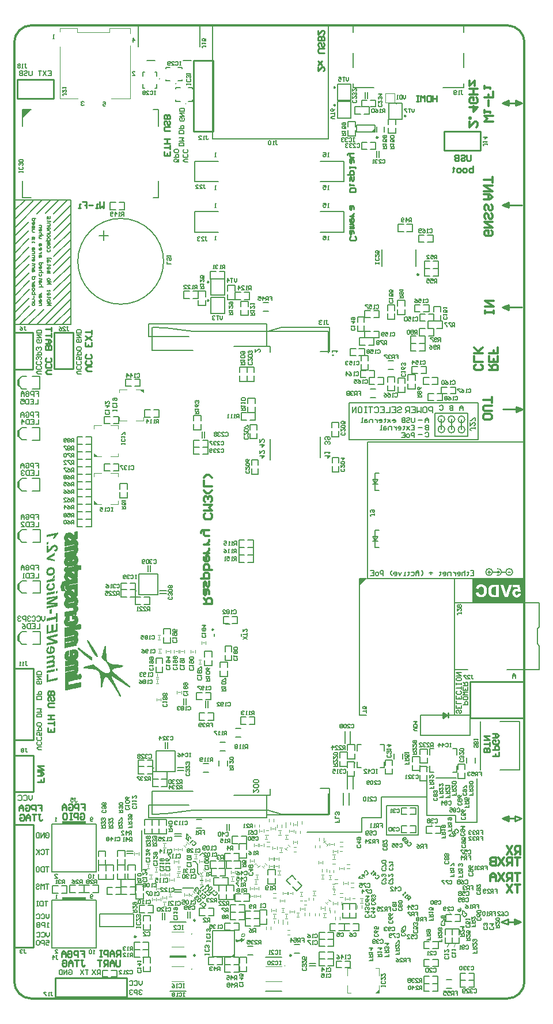
<source format=gbo>
G04*
G04 #@! TF.GenerationSoftware,Altium Limited,Altium Designer,18.1.9 (240)*
G04*
G04 Layer_Color=32896*
%FSLAX44Y44*%
%MOMM*%
G71*
G01*
G75*
%ADD10C,0.2500*%
%ADD11C,0.2000*%
%ADD12C,0.2540*%
%ADD14C,0.3000*%
%ADD15C,0.1270*%
%ADD16C,0.1000*%
%ADD17C,0.1500*%
%ADD18C,0.0254*%
%ADD233C,0.4000*%
%ADD351C,0.1900*%
%ADD352C,0.0260*%
G36*
X25000Y1306400D02*
X12000Y1293400D01*
X12000Y1306400D01*
X25000Y1306400D01*
D02*
G37*
G36*
X530030Y1273170D02*
X524420D01*
X530030Y1278780D01*
X530030Y1273170D01*
D02*
G37*
G36*
X190000Y890250D02*
X185000Y895250D01*
X190000D01*
Y890250D01*
D02*
G37*
G36*
X122080Y796250D02*
X117080D01*
Y801250D01*
X122080Y796250D01*
D02*
G37*
G36*
X122092Y726250D02*
X117092D01*
Y731250D01*
X122092Y726250D01*
D02*
G37*
G36*
X507500Y606750D02*
Y616750D01*
X517500D01*
X507500Y606750D01*
D02*
G37*
G36*
X751250Y613539D02*
X749600D01*
Y613271D01*
Y613004D01*
Y612737D01*
Y612470D01*
Y612202D01*
Y611935D01*
Y611668D01*
Y611400D01*
Y611133D01*
Y610866D01*
Y610599D01*
Y610331D01*
Y610064D01*
Y609797D01*
Y609529D01*
Y609262D01*
Y608995D01*
Y608728D01*
Y608460D01*
Y608193D01*
Y607926D01*
Y607658D01*
Y607391D01*
Y607124D01*
Y606857D01*
Y606589D01*
Y606322D01*
Y606055D01*
Y605787D01*
Y605520D01*
Y605253D01*
Y604986D01*
Y604718D01*
Y604451D01*
Y604184D01*
Y603916D01*
Y603649D01*
Y603382D01*
Y603115D01*
Y602847D01*
Y602580D01*
Y602313D01*
Y602045D01*
Y601778D01*
Y601511D01*
Y601244D01*
Y600976D01*
Y600709D01*
Y600442D01*
Y600174D01*
Y599907D01*
Y599640D01*
Y599372D01*
Y599105D01*
Y598838D01*
Y598571D01*
Y598303D01*
Y598036D01*
Y597769D01*
Y597501D01*
Y597234D01*
Y596967D01*
Y596699D01*
Y596432D01*
Y596165D01*
Y595898D01*
Y595630D01*
Y595363D01*
Y595096D01*
Y594828D01*
Y594561D01*
Y594294D01*
Y594027D01*
Y593759D01*
Y593492D01*
Y593225D01*
Y592957D01*
Y592690D01*
Y592423D01*
Y592156D01*
Y591888D01*
Y591621D01*
Y591354D01*
Y591087D01*
Y590819D01*
Y590552D01*
Y590285D01*
Y590017D01*
Y589750D01*
Y589483D01*
Y589215D01*
Y588948D01*
Y588681D01*
Y588414D01*
Y588146D01*
Y587879D01*
Y587612D01*
Y587344D01*
Y587077D01*
Y586810D01*
Y586543D01*
Y586275D01*
Y586008D01*
Y585741D01*
Y585473D01*
Y585206D01*
X751155D01*
Y581245D01*
X673060D01*
Y585206D01*
X673155D01*
Y585473D01*
Y585741D01*
Y586008D01*
Y586275D01*
Y586543D01*
Y586810D01*
Y587077D01*
Y587344D01*
Y587612D01*
Y587879D01*
Y588146D01*
Y588414D01*
Y588681D01*
Y588948D01*
Y589215D01*
Y589483D01*
Y589750D01*
Y590017D01*
Y590285D01*
Y590552D01*
Y590819D01*
Y591087D01*
Y591354D01*
Y591621D01*
Y591888D01*
Y592156D01*
Y592423D01*
Y592690D01*
Y592957D01*
Y593225D01*
Y593492D01*
Y593759D01*
Y594027D01*
Y594294D01*
Y594561D01*
Y594828D01*
Y595096D01*
Y595363D01*
Y595630D01*
Y595898D01*
Y596165D01*
Y596432D01*
Y596699D01*
Y596967D01*
Y597234D01*
Y597501D01*
Y597769D01*
Y598036D01*
Y598303D01*
Y598571D01*
Y598838D01*
Y599105D01*
Y599372D01*
Y599640D01*
Y599907D01*
Y600174D01*
Y600442D01*
Y600709D01*
Y600976D01*
Y601244D01*
Y601511D01*
Y601778D01*
Y602045D01*
Y602313D01*
Y602580D01*
Y602847D01*
Y603115D01*
Y603382D01*
Y603649D01*
Y603916D01*
Y604184D01*
Y604451D01*
Y604718D01*
Y604986D01*
Y605253D01*
Y605520D01*
Y605787D01*
Y606055D01*
Y606322D01*
Y606589D01*
Y606857D01*
Y607124D01*
Y607391D01*
Y607658D01*
Y607926D01*
Y608193D01*
Y608460D01*
Y608728D01*
Y608995D01*
Y609262D01*
Y609529D01*
Y609797D01*
Y610064D01*
Y610331D01*
Y610599D01*
Y610866D01*
Y611133D01*
Y611400D01*
Y611668D01*
Y611935D01*
Y612202D01*
Y612470D01*
Y612737D01*
Y613004D01*
Y613271D01*
Y613539D01*
Y617500D01*
X751250D01*
Y613539D01*
D02*
G37*
G36*
X105250Y256216D02*
X70250D01*
Y260716D01*
X105250D01*
Y256216D01*
D02*
G37*
G36*
Y144278D02*
X87750D01*
X70250Y144278D01*
Y148778D01*
X105250D01*
Y144278D01*
D02*
G37*
G36*
X323500Y61750D02*
X320000D01*
X323500Y65250D01*
X323500Y61750D01*
D02*
G37*
G36*
X536000Y8750D02*
X531000D01*
X536000Y13750D01*
Y8750D01*
D02*
G37*
G36*
X337144Y96010D02*
X337344Y95990D01*
X337533Y95960D01*
X337703Y95910D01*
X337863Y95860D01*
X338012Y95800D01*
X338152Y95740D01*
X338282Y95670D01*
X338392Y95611D01*
X338482Y95541D01*
X338571Y95481D01*
X338641Y95431D01*
X338691Y95381D01*
X338731Y95351D01*
X338751Y95331D01*
X338761Y95321D01*
X338881Y95191D01*
X338991Y95042D01*
X339081Y94892D01*
X339160Y94732D01*
X339230Y94572D01*
X339280Y94413D01*
X339330Y94253D01*
X339360Y94103D01*
X339390Y93963D01*
X339410Y93834D01*
X339430Y93714D01*
X339440Y93604D01*
X339450Y93524D01*
Y93404D01*
X339440Y93145D01*
X339410Y92895D01*
X339360Y92666D01*
X339310Y92446D01*
X339230Y92247D01*
X339160Y92057D01*
X339071Y91887D01*
X338991Y91727D01*
X338901Y91588D01*
X338811Y91468D01*
X338741Y91368D01*
X338671Y91278D01*
X338611Y91208D01*
X338561Y91158D01*
X338531Y91129D01*
X338521Y91118D01*
X338342Y90969D01*
X338152Y90829D01*
X337952Y90719D01*
X337753Y90619D01*
X337543Y90530D01*
X337334Y90460D01*
X337134Y90410D01*
X336944Y90360D01*
X336765Y90320D01*
X336595Y90300D01*
X336445Y90280D01*
X336315Y90260D01*
X336206D01*
X336126Y90250D01*
X336076D01*
X336056D01*
X335806Y90260D01*
X335577Y90300D01*
X335367Y90340D01*
X335177Y90400D01*
X335028Y90450D01*
X334968Y90470D01*
X334908Y90500D01*
X334868Y90510D01*
X334838Y90530D01*
X334818Y90540D01*
X334808D01*
X334608Y90669D01*
X334429Y90809D01*
X334279Y90959D01*
X334149Y91109D01*
X334049Y91238D01*
X333980Y91348D01*
X333950Y91388D01*
X333940Y91418D01*
X333920Y91438D01*
Y91448D01*
X333820Y91687D01*
X333740Y91917D01*
X333690Y92157D01*
X333650Y92366D01*
X333630Y92556D01*
X333620Y92636D01*
Y92706D01*
X333610Y92756D01*
Y92836D01*
X333620Y93105D01*
X333650Y93355D01*
X333700Y93594D01*
X333760Y93814D01*
X333840Y94023D01*
X333920Y94213D01*
X334010Y94383D01*
X334099Y94542D01*
X334189Y94682D01*
X334279Y94802D01*
X334359Y94912D01*
X334439Y94992D01*
X334499Y95062D01*
X334549Y95111D01*
X334579Y95141D01*
X334589Y95151D01*
X334778Y95301D01*
X334978Y95441D01*
X335168Y95551D01*
X335377Y95650D01*
X335567Y95740D01*
X335766Y95810D01*
X335956Y95870D01*
X336136Y95910D01*
X336296Y95950D01*
X336455Y95970D01*
X336585Y95990D01*
X336705Y96010D01*
X336805D01*
X336874Y96020D01*
X336914D01*
X336934D01*
X337144Y96010D01*
D02*
G37*
G36*
X335340Y87257D02*
X338717Y87939D01*
X336897Y84947D01*
X335340Y84614D01*
Y83337D01*
X333380Y82934D01*
Y84229D01*
X329460Y83389D01*
X329162Y83337D01*
X328900Y83284D01*
X328672Y83232D01*
X328445Y83197D01*
X328252Y83162D01*
X328095Y83144D01*
X327937Y83109D01*
X327815Y83092D01*
X327692D01*
X327605Y83074D01*
X327482Y83057D01*
X327395D01*
X327377D01*
X327045Y83092D01*
X326730Y83162D01*
X326484Y83249D01*
X326257Y83372D01*
X326100Y83494D01*
X325977Y83582D01*
X325890Y83652D01*
X325872Y83687D01*
X325784Y83809D01*
X325697Y83949D01*
X325574Y84264D01*
X325470Y84597D01*
X325417Y84929D01*
X325382Y85227D01*
X325364Y85367D01*
Y85472D01*
X325347Y85577D01*
Y85962D01*
X325364Y86224D01*
X325400Y86452D01*
X325417Y86662D01*
X325452Y86854D01*
X325470Y86977D01*
X325487Y87064D01*
Y87099D01*
X327447Y87519D01*
X327430Y87274D01*
X327412Y87082D01*
X327395Y86942D01*
Y86819D01*
X327377Y86732D01*
Y86469D01*
X327395Y86329D01*
X327430Y86207D01*
X327465Y86102D01*
X327482Y86032D01*
X327517Y85979D01*
X327535Y85962D01*
Y85944D01*
X327605Y85874D01*
X327692Y85839D01*
X327850Y85769D01*
X327920D01*
X327972Y85752D01*
X328007D01*
X328025D01*
X328060D01*
X328112Y85769D01*
X328287Y85787D01*
X328480Y85822D01*
X328707Y85874D01*
X328917Y85909D01*
X329110Y85944D01*
X329180Y85962D01*
X329232D01*
X329267Y85979D01*
X329285D01*
X333380Y86854D01*
Y88464D01*
X335340Y88867D01*
Y87257D01*
D02*
G37*
G36*
X64248Y682765D02*
X63793Y682310D01*
X63360Y681812D01*
X62948Y681314D01*
X62536Y680772D01*
X62168Y680230D01*
X61821Y679689D01*
X61496Y679147D01*
X61193Y678627D01*
X60911Y678150D01*
X60673Y677695D01*
X60456Y677284D01*
X60283Y676937D01*
X60153Y676655D01*
X60045Y676439D01*
X60001Y676352D01*
X59980Y676287D01*
X59958Y676265D01*
Y676244D01*
X57055Y675637D01*
X57141Y676027D01*
X57271Y676439D01*
X57401Y676850D01*
X57510Y677219D01*
X57640Y677522D01*
X57726Y677782D01*
X57770Y677869D01*
X57792Y677934D01*
X57813Y677977D01*
Y677999D01*
X58030Y678497D01*
X58225Y678930D01*
X58441Y679342D01*
X58615Y679689D01*
X58788Y679970D01*
X58918Y680187D01*
X58961Y680252D01*
X59005Y680317D01*
X59026Y680339D01*
Y680360D01*
X47500Y677955D01*
Y681227D01*
X64248Y684737D01*
Y682765D01*
D02*
G37*
G36*
X50642Y668119D02*
X47500Y667491D01*
Y670719D01*
X50642Y671347D01*
Y668119D01*
D02*
G37*
G36*
X60131Y666754D02*
X60456Y666711D01*
X60781Y666646D01*
X61085Y666559D01*
X61626Y666342D01*
X61886Y666234D01*
X62103Y666104D01*
X62298Y665974D01*
X62471Y665866D01*
X62623Y665736D01*
X62753Y665649D01*
X62840Y665562D01*
X62905Y665497D01*
X62948Y665454D01*
X62970Y665432D01*
X63186Y665172D01*
X63403Y664891D01*
X63555Y664609D01*
X63706Y664306D01*
X63836Y664002D01*
X63945Y663699D01*
X64096Y663114D01*
X64140Y662832D01*
X64183Y662572D01*
X64205Y662356D01*
X64226Y662161D01*
X64248Y661987D01*
Y661771D01*
X64226Y661381D01*
X64205Y661012D01*
X64140Y660666D01*
X64053Y660319D01*
X63966Y660016D01*
X63858Y659713D01*
X63750Y659453D01*
X63641Y659193D01*
X63511Y658976D01*
X63403Y658781D01*
X63295Y658607D01*
X63208Y658477D01*
X63121Y658369D01*
X63056Y658282D01*
X63035Y658239D01*
X63013Y658217D01*
X62775Y657958D01*
X62515Y657741D01*
X62233Y657524D01*
X61930Y657351D01*
X61345Y657048D01*
X60781Y656809D01*
X60500Y656701D01*
X60261Y656636D01*
X60045Y656571D01*
X59850Y656527D01*
X59676Y656484D01*
X59568Y656462D01*
X59481Y656441D01*
X59460D01*
X58983Y659626D01*
X59265Y659691D01*
X59503Y659734D01*
X59958Y659886D01*
X60305Y660016D01*
X60608Y660146D01*
X60825Y660276D01*
X60976Y660384D01*
X61063Y660449D01*
X61085Y660471D01*
X61280Y660687D01*
X61431Y660926D01*
X61540Y661164D01*
X61626Y661381D01*
X61670Y661554D01*
X61691Y661706D01*
Y661836D01*
X61670Y662117D01*
X61605Y662356D01*
X61518Y662572D01*
X61431Y662746D01*
X61323Y662897D01*
X61236Y663006D01*
X61171Y663071D01*
X61150Y663092D01*
X60933Y663266D01*
X60716Y663374D01*
X60500Y663461D01*
X60283Y663526D01*
X60088Y663569D01*
X59936Y663591D01*
X59828D01*
X59785D01*
X59590Y663569D01*
X59373Y663547D01*
X59178Y663504D01*
X59005Y663439D01*
X58853Y663374D01*
X58723Y663331D01*
X58636Y663309D01*
X58615Y663287D01*
X58355Y663157D01*
X58095Y662984D01*
X57835Y662811D01*
X57597Y662637D01*
X57401Y662464D01*
X57228Y662334D01*
X57120Y662247D01*
X57077Y662204D01*
X56968Y662096D01*
X56860Y661987D01*
X56557Y661684D01*
X56210Y661337D01*
X55841Y660969D01*
X55517Y660644D01*
X55365Y660492D01*
X55235Y660341D01*
X55127Y660232D01*
X55040Y660146D01*
X54997Y660102D01*
X54975Y660081D01*
X54585Y659669D01*
X54238Y659301D01*
X53913Y658976D01*
X53610Y658651D01*
X53328Y658369D01*
X53068Y658131D01*
X52852Y657914D01*
X52635Y657698D01*
X52462Y657546D01*
X52310Y657394D01*
X52180Y657264D01*
X52072Y657178D01*
X52007Y657091D01*
X51942Y657048D01*
X51920Y657004D01*
X51898D01*
X51530Y656701D01*
X51162Y656441D01*
X50815Y656202D01*
X50512Y656008D01*
X50230Y655834D01*
X50013Y655726D01*
X49927Y655683D01*
X49862Y655639D01*
X49840Y655618D01*
X49818D01*
X49407Y655423D01*
X48995Y655271D01*
X48605Y655141D01*
X48237Y655054D01*
X47933Y654989D01*
X47717Y654946D01*
X47630Y654924D01*
X47565Y654903D01*
X47522D01*
X47500D01*
Y665042D01*
X50468Y665649D01*
Y659864D01*
X50880Y660189D01*
X51053Y660341D01*
X51227Y660492D01*
X51357Y660622D01*
X51465Y660709D01*
X51530Y660774D01*
X51552Y660796D01*
X51660Y660904D01*
X51790Y661034D01*
X52072Y661316D01*
X52397Y661662D01*
X52722Y661987D01*
X53003Y662312D01*
X53263Y662572D01*
X53350Y662659D01*
X53415Y662746D01*
X53458Y662789D01*
X53480Y662811D01*
X53978Y663352D01*
X54433Y663807D01*
X54802Y664197D01*
X55127Y664501D01*
X55365Y664717D01*
X55538Y664891D01*
X55647Y664999D01*
X55690Y665021D01*
X56101Y665346D01*
X56470Y665627D01*
X56817Y665866D01*
X57141Y666039D01*
X57401Y666191D01*
X57597Y666277D01*
X57726Y666342D01*
X57770Y666364D01*
X58138Y666494D01*
X58506Y666602D01*
X58831Y666667D01*
X59135Y666732D01*
X59395Y666754D01*
X59590Y666776D01*
X59720D01*
X59763D01*
X60131Y666754D01*
D02*
G37*
G36*
X59568Y651414D02*
X54476Y648403D01*
X54412Y648359D01*
X54325Y648316D01*
X54108Y648208D01*
X53870Y648078D01*
X53588Y647926D01*
X53328Y647796D01*
X53112Y647666D01*
X53047Y647623D01*
X52982Y647579D01*
X52938Y647558D01*
X52917D01*
X52700Y647428D01*
X52483Y647319D01*
X52310Y647233D01*
X52158Y647146D01*
X51898Y646994D01*
X51703Y646908D01*
X51595Y646821D01*
X51508Y646778D01*
X51465Y646756D01*
X51617Y646734D01*
X51790Y646713D01*
X51985Y646691D01*
X52202Y646669D01*
X52678Y646604D01*
X53155Y646518D01*
X53588Y646453D01*
X53783Y646431D01*
X53956Y646409D01*
X54108Y646388D01*
X54216Y646366D01*
X54282Y646344D01*
X54303D01*
X59568Y645499D01*
Y642293D01*
X47500Y644698D01*
Y647514D01*
X59568Y654946D01*
Y651414D01*
D02*
G37*
G36*
X54866Y633800D02*
X55300Y633756D01*
X55711Y633691D01*
X56080Y633583D01*
X56427Y633475D01*
X56751Y633345D01*
X57055Y633215D01*
X57337Y633063D01*
X57575Y632933D01*
X57770Y632781D01*
X57965Y632651D01*
X58116Y632543D01*
X58225Y632435D01*
X58311Y632370D01*
X58355Y632326D01*
X58376Y632305D01*
X58636Y632023D01*
X58875Y631698D01*
X59070Y631373D01*
X59243Y631026D01*
X59395Y630680D01*
X59503Y630333D01*
X59611Y629986D01*
X59676Y629661D01*
X59741Y629358D01*
X59785Y629076D01*
X59828Y628816D01*
X59850Y628578D01*
X59871Y628405D01*
Y628145D01*
X59850Y627581D01*
X59785Y627040D01*
X59676Y626541D01*
X59568Y626065D01*
X59395Y625631D01*
X59243Y625220D01*
X59048Y624852D01*
X58875Y624505D01*
X58680Y624202D01*
X58485Y623942D01*
X58333Y623725D01*
X58181Y623530D01*
X58051Y623378D01*
X57943Y623270D01*
X57878Y623205D01*
X57856Y623183D01*
X57467Y622858D01*
X57055Y622555D01*
X56621Y622317D01*
X56188Y622100D01*
X55733Y621905D01*
X55278Y621753D01*
X54845Y621645D01*
X54433Y621537D01*
X54043Y621450D01*
X53675Y621407D01*
X53350Y621363D01*
X53068Y621320D01*
X52830D01*
X52657Y621298D01*
X52548D01*
X52505D01*
X51963Y621320D01*
X51465Y621407D01*
X51010Y621493D01*
X50598Y621623D01*
X50273Y621732D01*
X50143Y621775D01*
X50013Y621840D01*
X49927Y621862D01*
X49862Y621905D01*
X49818Y621927D01*
X49797D01*
X49363Y622208D01*
X48973Y622512D01*
X48648Y622837D01*
X48367Y623162D01*
X48150Y623443D01*
X47998Y623682D01*
X47933Y623768D01*
X47912Y623833D01*
X47868Y623877D01*
Y623898D01*
X47652Y624418D01*
X47478Y624917D01*
X47370Y625437D01*
X47283Y625891D01*
X47240Y626303D01*
X47218Y626477D01*
Y626628D01*
X47197Y626736D01*
Y626910D01*
X47218Y627495D01*
X47283Y628036D01*
X47392Y628557D01*
X47522Y629033D01*
X47695Y629488D01*
X47868Y629900D01*
X48063Y630268D01*
X48258Y630615D01*
X48453Y630918D01*
X48648Y631178D01*
X48822Y631416D01*
X48995Y631590D01*
X49125Y631741D01*
X49233Y631850D01*
X49298Y631915D01*
X49320Y631936D01*
X49732Y632261D01*
X50165Y632565D01*
X50577Y632803D01*
X51032Y633020D01*
X51443Y633215D01*
X51877Y633366D01*
X52288Y633496D01*
X52678Y633583D01*
X53025Y633670D01*
X53372Y633713D01*
X53653Y633756D01*
X53913Y633800D01*
X54130D01*
X54282Y633821D01*
X54368D01*
X54412D01*
X54866Y633800D01*
D02*
G37*
G36*
X59633Y621580D02*
X59720Y621298D01*
X59785Y621038D01*
X59828Y620822D01*
X59850Y620627D01*
X59871Y620497D01*
Y620367D01*
X59850Y619998D01*
X59763Y619630D01*
X59633Y619283D01*
X59460Y618958D01*
X59265Y618633D01*
X59048Y618308D01*
X58810Y618027D01*
X58571Y617767D01*
X58311Y617528D01*
X58073Y617312D01*
X57856Y617117D01*
X57661Y616965D01*
X57488Y616835D01*
X57358Y616748D01*
X57271Y616683D01*
X57250Y616662D01*
X59568Y617160D01*
Y614105D01*
X47500Y611592D01*
Y614842D01*
X51270Y615622D01*
X51682Y615708D01*
X52072Y615795D01*
X52440Y615882D01*
X52787Y615968D01*
X53090Y616055D01*
X53350Y616142D01*
X53610Y616207D01*
X53826Y616293D01*
X54022Y616358D01*
X54195Y616423D01*
X54325Y616467D01*
X54455Y616510D01*
X54542Y616553D01*
X54606Y616575D01*
X54628Y616597D01*
X54650D01*
X55040Y616792D01*
X55365Y617030D01*
X55668Y617247D01*
X55907Y617463D01*
X56101Y617658D01*
X56253Y617810D01*
X56340Y617918D01*
X56361Y617962D01*
X56578Y618287D01*
X56730Y618590D01*
X56860Y618893D01*
X56925Y619153D01*
X56968Y619370D01*
X57011Y619522D01*
Y619673D01*
X56990Y620042D01*
X56968Y620193D01*
X56925Y620345D01*
X56903Y620453D01*
X56860Y620540D01*
X56838Y620605D01*
Y620627D01*
X59503Y621883D01*
X59633Y621580D01*
D02*
G37*
G36*
X56123Y610985D02*
X56448Y610920D01*
X57033Y610725D01*
X57531Y610487D01*
X57965Y610248D01*
X58138Y610118D01*
X58290Y609989D01*
X58420Y609880D01*
X58550Y609772D01*
X58636Y609707D01*
X58701Y609642D01*
X58723Y609599D01*
X58745Y609577D01*
X58940Y609339D01*
X59113Y609079D01*
X59265Y608797D01*
X59395Y608515D01*
X59590Y607952D01*
X59741Y607410D01*
X59785Y607150D01*
X59806Y606912D01*
X59828Y606717D01*
X59850Y606522D01*
X59871Y606392D01*
Y605807D01*
X59828Y605460D01*
X59720Y604789D01*
X59546Y604182D01*
X59460Y603900D01*
X59373Y603640D01*
X59265Y603402D01*
X59178Y603207D01*
X59091Y603012D01*
X59005Y602860D01*
X58940Y602752D01*
X58896Y602644D01*
X58875Y602600D01*
X58853Y602579D01*
X58441Y601994D01*
X57986Y601495D01*
X57531Y601084D01*
X57077Y600737D01*
X56687Y600455D01*
X56513Y600347D01*
X56361Y600260D01*
X56253Y600195D01*
X56167Y600152D01*
X56101Y600109D01*
X56080D01*
X55408Y599849D01*
X54758Y599654D01*
X54130Y599502D01*
X53566Y599415D01*
X53306Y599372D01*
X53068Y599350D01*
X52873Y599329D01*
X52700D01*
X52548Y599307D01*
X52440D01*
X52375D01*
X52353D01*
X51920Y599329D01*
X51508Y599372D01*
X51118Y599437D01*
X50750Y599524D01*
X50403Y599610D01*
X50100Y599740D01*
X49818Y599849D01*
X49558Y599979D01*
X49320Y600109D01*
X49125Y600217D01*
X48952Y600347D01*
X48822Y600434D01*
X48713Y600520D01*
X48627Y600585D01*
X48583Y600629D01*
X48562Y600650D01*
X48323Y600910D01*
X48107Y601192D01*
X47933Y601495D01*
X47782Y601799D01*
X47652Y602102D01*
X47522Y602405D01*
X47370Y602990D01*
X47305Y603250D01*
X47262Y603510D01*
X47240Y603727D01*
X47218Y603922D01*
X47197Y604095D01*
Y604312D01*
X47218Y604680D01*
X47240Y605049D01*
X47370Y605720D01*
X47543Y606305D01*
X47630Y606587D01*
X47738Y606825D01*
X47847Y607064D01*
X47933Y607259D01*
X48020Y607432D01*
X48107Y607584D01*
X48172Y607692D01*
X48237Y607779D01*
X48258Y607822D01*
X48280Y607844D01*
X48497Y608125D01*
X48735Y608385D01*
X49255Y608862D01*
X49797Y609252D01*
X50317Y609599D01*
X50555Y609729D01*
X50772Y609859D01*
X50988Y609945D01*
X51162Y610032D01*
X51313Y610097D01*
X51422Y610140D01*
X51487Y610183D01*
X51508D01*
X52028Y607020D01*
X51617Y606847D01*
X51270Y606674D01*
X50988Y606479D01*
X50750Y606284D01*
X50555Y606132D01*
X50425Y606002D01*
X50338Y605915D01*
X50317Y605872D01*
X50122Y605590D01*
X49992Y605330D01*
X49883Y605070D01*
X49818Y604832D01*
X49775Y604637D01*
X49753Y604485D01*
Y604355D01*
X49775Y604074D01*
X49840Y603814D01*
X49927Y603597D01*
X50035Y603424D01*
X50143Y603272D01*
X50230Y603142D01*
X50295Y603077D01*
X50317Y603055D01*
X50555Y602882D01*
X50815Y602752D01*
X51097Y602665D01*
X51378Y602600D01*
X51617Y602557D01*
X51812Y602535D01*
X51942D01*
X51963D01*
X51985D01*
X52462Y602557D01*
X52917Y602600D01*
X53372Y602665D01*
X53762Y602752D01*
X54108Y602839D01*
X54260Y602860D01*
X54390Y602904D01*
X54498Y602925D01*
X54563Y602947D01*
X54606Y602969D01*
X54628D01*
X55127Y603142D01*
X55560Y603337D01*
X55928Y603554D01*
X56210Y603749D01*
X56448Y603922D01*
X56621Y604074D01*
X56708Y604160D01*
X56751Y604204D01*
X56990Y604507D01*
X57163Y604832D01*
X57293Y605135D01*
X57380Y605395D01*
X57423Y605634D01*
X57467Y605829D01*
Y605980D01*
X57445Y606284D01*
X57380Y606544D01*
X57315Y606760D01*
X57228Y606955D01*
X57120Y607107D01*
X57055Y607215D01*
X56990Y607280D01*
X56968Y607302D01*
X56773Y607475D01*
X56535Y607605D01*
X56297Y607714D01*
X56037Y607800D01*
X55820Y607865D01*
X55647Y607909D01*
X55517Y607930D01*
X55495D01*
X55473D01*
X55798Y611029D01*
X56123Y610985D01*
D02*
G37*
G36*
X64161Y595840D02*
X61215Y595234D01*
Y598484D01*
X64161Y599112D01*
Y595840D01*
D02*
G37*
G36*
X59568Y594887D02*
X47500Y592374D01*
Y595624D01*
X59568Y598137D01*
Y594887D01*
D02*
G37*
G36*
X64161Y587109D02*
X52678Y581888D01*
X64161Y581367D01*
Y576471D01*
X47500Y573004D01*
Y576103D01*
X61410Y578724D01*
X47500Y579352D01*
Y582603D01*
X61323Y588777D01*
X47500Y585896D01*
Y588994D01*
X64161Y592027D01*
Y587109D01*
D02*
G37*
G36*
X55083Y565854D02*
X51942Y565226D01*
Y571553D01*
X55083Y572181D01*
Y565854D01*
D02*
G37*
G36*
X64161Y553440D02*
X61388Y552876D01*
Y557751D01*
X47500Y554848D01*
Y558293D01*
X61388Y561196D01*
Y566006D01*
X64161Y566570D01*
Y553440D01*
D02*
G37*
G36*
Y538988D02*
X47500Y535522D01*
Y548543D01*
X50273Y549128D01*
Y539422D01*
X54802Y540418D01*
Y549106D01*
X57575Y549692D01*
Y541025D01*
X61388Y541848D01*
Y550775D01*
X64161Y551360D01*
Y538988D01*
D02*
G37*
G36*
Y532315D02*
X53003Y529997D01*
X64161Y525469D01*
Y522262D01*
X47500Y518796D01*
Y521980D01*
X58701Y524320D01*
X47500Y528849D01*
Y532034D01*
X64161Y535522D01*
Y532315D01*
D02*
G37*
G36*
X55105Y517691D02*
X55517Y517647D01*
X55928Y517582D01*
X56297Y517517D01*
X56643Y517409D01*
X56947Y517300D01*
X57228Y517170D01*
X57488Y517062D01*
X57726Y516932D01*
X57921Y516802D01*
X58095Y516694D01*
X58225Y516607D01*
X58333Y516521D01*
X58420Y516456D01*
X58463Y516412D01*
X58485Y516391D01*
X58723Y516131D01*
X58940Y515871D01*
X59135Y515589D01*
X59286Y515286D01*
X59416Y515004D01*
X59525Y514701D01*
X59698Y514159D01*
X59763Y513899D01*
X59806Y513639D01*
X59828Y513444D01*
X59850Y513249D01*
X59871Y513097D01*
Y512881D01*
X59850Y512252D01*
X59763Y511646D01*
X59633Y511082D01*
X59460Y510584D01*
X59265Y510086D01*
X59048Y509652D01*
X58810Y509262D01*
X58571Y508894D01*
X58311Y508569D01*
X58073Y508309D01*
X57856Y508071D01*
X57661Y507876D01*
X57488Y507724D01*
X57358Y507616D01*
X57271Y507551D01*
X57250Y507529D01*
X56881Y507291D01*
X56491Y507074D01*
X56123Y506901D01*
X55733Y506749D01*
X55365Y506619D01*
X54997Y506489D01*
X54628Y506402D01*
X54303Y506337D01*
X53978Y506272D01*
X53696Y506229D01*
X53436Y506207D01*
X53220Y506186D01*
X53047Y506164D01*
X52917D01*
X52830D01*
X52808D01*
X52353Y506186D01*
X51898Y506229D01*
X51487Y506294D01*
X51097Y506402D01*
X50750Y506511D01*
X50403Y506641D01*
X50100Y506792D01*
X49818Y506922D01*
X49580Y507074D01*
X49363Y507204D01*
X49168Y507334D01*
X49017Y507442D01*
X48887Y507551D01*
X48800Y507616D01*
X48757Y507659D01*
X48735Y507681D01*
X48475Y507984D01*
X48237Y508287D01*
X48020Y508612D01*
X47847Y508937D01*
X47695Y509262D01*
X47565Y509609D01*
X47478Y509934D01*
X47392Y510237D01*
X47327Y510519D01*
X47283Y510801D01*
X47240Y511039D01*
X47218Y511234D01*
X47197Y511407D01*
Y511646D01*
X47240Y512296D01*
X47327Y512881D01*
X47478Y513422D01*
X47630Y513899D01*
X47717Y514094D01*
X47782Y514289D01*
X47868Y514441D01*
X47933Y514571D01*
X47977Y514679D01*
X48020Y514766D01*
X48063Y514809D01*
Y514831D01*
X48432Y515351D01*
X48865Y515784D01*
X49298Y516196D01*
X49732Y516521D01*
X50122Y516781D01*
X50295Y516889D01*
X50447Y516976D01*
X50555Y517040D01*
X50642Y517084D01*
X50707Y517127D01*
X50728D01*
X51227Y514202D01*
X50923Y514029D01*
X50663Y513834D01*
X50447Y513617D01*
X50252Y513401D01*
X50078Y513206D01*
X49948Y512989D01*
X49840Y512772D01*
X49753Y512577D01*
X49623Y512209D01*
X49580Y512057D01*
X49558Y511906D01*
Y511797D01*
X49537Y511711D01*
Y511646D01*
X49558Y511299D01*
X49645Y510974D01*
X49775Y510692D01*
X49905Y510454D01*
X50035Y510259D01*
X50165Y510107D01*
X50252Y509999D01*
X50273Y509977D01*
X50577Y509739D01*
X50880Y509587D01*
X51205Y509457D01*
X51530Y509371D01*
X51812Y509327D01*
X52028Y509306D01*
X52115Y509284D01*
X52180D01*
X52202D01*
X52223D01*
X52310D01*
X52418Y509306D01*
X52505D01*
X52527D01*
Y517474D01*
X52895Y517561D01*
X53242Y517604D01*
X53610Y517647D01*
X53935Y517691D01*
X54216D01*
X54455Y517712D01*
X54542D01*
X54606D01*
X54628D01*
X54650D01*
X55105Y517691D01*
D02*
G37*
G36*
X57467Y504366D02*
X57878Y504279D01*
X58225Y504149D01*
X58528Y503997D01*
X58766Y503846D01*
X58918Y503716D01*
X59026Y503629D01*
X59070Y503586D01*
X59330Y503261D01*
X59525Y502892D01*
X59676Y502524D01*
X59763Y502156D01*
X59828Y501831D01*
X59850Y501701D01*
Y501571D01*
X59871Y501463D01*
Y501333D01*
X59850Y500878D01*
X59785Y500423D01*
X59676Y500011D01*
X59568Y499643D01*
X59438Y499318D01*
X59351Y499101D01*
X59308Y498993D01*
X59265Y498949D01*
X59243Y498906D01*
Y498884D01*
X59005Y498473D01*
X58745Y498104D01*
X58485Y497801D01*
X58246Y497541D01*
X58030Y497346D01*
X57856Y497194D01*
X57748Y497108D01*
X57726Y497086D01*
X57705D01*
X58073Y496999D01*
X58376Y496869D01*
X58658Y496696D01*
X58875Y496544D01*
X59048Y496393D01*
X59178Y496263D01*
X59265Y496198D01*
X59286Y496154D01*
X59481Y495851D01*
X59633Y495504D01*
X59720Y495158D01*
X59806Y494811D01*
X59850Y494508D01*
X59871Y494269D01*
Y494031D01*
X59850Y493663D01*
X59806Y493294D01*
X59698Y492948D01*
X59590Y492601D01*
X59308Y491973D01*
X59156Y491669D01*
X58983Y491409D01*
X58810Y491149D01*
X58658Y490933D01*
X58506Y490738D01*
X58376Y490564D01*
X58268Y490434D01*
X58181Y490348D01*
X58116Y490283D01*
X58095Y490261D01*
X59568Y490564D01*
Y487488D01*
X47500Y484975D01*
Y488224D01*
X53025Y489394D01*
X53285Y489459D01*
X53523Y489503D01*
X53740Y489546D01*
X53935Y489590D01*
X54260Y489676D01*
X54498Y489720D01*
X54672Y489763D01*
X54802Y489806D01*
X54866Y489828D01*
X54888D01*
X55213Y489958D01*
X55495Y490066D01*
X55733Y490196D01*
X55928Y490304D01*
X56101Y490413D01*
X56210Y490499D01*
X56297Y490543D01*
X56318Y490564D01*
X56513Y490738D01*
X56687Y490911D01*
X56838Y491063D01*
X56968Y491236D01*
X57077Y491366D01*
X57141Y491474D01*
X57185Y491539D01*
X57207Y491561D01*
X57315Y491778D01*
X57401Y491973D01*
X57445Y492168D01*
X57488Y492319D01*
X57510Y492471D01*
X57531Y492579D01*
Y492666D01*
X57510Y492861D01*
X57488Y493034D01*
X57423Y493186D01*
X57380Y493316D01*
X57315Y493424D01*
X57250Y493489D01*
X57228Y493533D01*
X57207Y493554D01*
X57077Y493663D01*
X56968Y493749D01*
X56817Y493793D01*
X56708Y493836D01*
X56600Y493858D01*
X56513Y493879D01*
X56448D01*
X56427D01*
X56253D01*
X56015Y493836D01*
X55755Y493793D01*
X55473Y493749D01*
X55213Y493706D01*
X54997Y493663D01*
X54910Y493641D01*
X54866D01*
X54823Y493619D01*
X54802D01*
X47500Y492103D01*
Y495353D01*
X52960Y496501D01*
X53393Y496588D01*
X53783Y496696D01*
X54130Y496783D01*
X54455Y496891D01*
X54758Y496999D01*
X55018Y497086D01*
X55257Y497194D01*
X55473Y497281D01*
X55647Y497368D01*
X55820Y497433D01*
X55950Y497519D01*
X56058Y497584D01*
X56123Y497628D01*
X56188Y497671D01*
X56231Y497693D01*
X56470Y497866D01*
X56665Y498061D01*
X56838Y498256D01*
X56990Y498429D01*
X57120Y498624D01*
X57207Y498798D01*
X57380Y499144D01*
X57467Y499448D01*
X57510Y499664D01*
X57531Y499751D01*
Y499881D01*
X57510Y500098D01*
X57488Y500271D01*
X57445Y500444D01*
X57380Y500574D01*
X57315Y500661D01*
X57271Y500726D01*
X57250Y500769D01*
X57228Y500791D01*
X57098Y500899D01*
X56968Y500964D01*
X56708Y501051D01*
X56600Y501073D01*
X56513Y501094D01*
X56448D01*
X56427D01*
X56383D01*
X56297Y501073D01*
X56101Y501029D01*
X55841Y500986D01*
X55581Y500943D01*
X55300Y500878D01*
X55083Y500834D01*
X54997Y500813D01*
X54932D01*
X54888Y500791D01*
X54866D01*
X47500Y499231D01*
Y502481D01*
X54845Y504062D01*
X55387Y504171D01*
X55841Y504258D01*
X56210Y504323D01*
X56513Y504366D01*
X56730Y504388D01*
X56881Y504409D01*
X56990D01*
X57011D01*
X57467Y504366D01*
D02*
G37*
G36*
X64161Y482071D02*
X61215Y481465D01*
Y484715D01*
X64161Y485343D01*
Y482071D01*
D02*
G37*
G36*
X59568Y481118D02*
X47500Y478605D01*
Y481855D01*
X59568Y484368D01*
Y481118D01*
D02*
G37*
G36*
X50273Y468508D02*
X64161Y471412D01*
Y467967D01*
X47500Y464500D01*
Y476416D01*
X50273Y477001D01*
Y468508D01*
D02*
G37*
%LPC*%
G36*
X742651Y607926D02*
X733028D01*
Y607658D01*
Y607391D01*
Y607124D01*
Y606857D01*
Y606589D01*
Y606322D01*
Y606055D01*
Y605787D01*
Y605520D01*
Y605253D01*
Y604986D01*
Y604718D01*
Y604451D01*
X739710D01*
Y604184D01*
Y603916D01*
Y603649D01*
Y603382D01*
X739978D01*
Y603115D01*
Y602847D01*
Y602580D01*
Y602313D01*
Y602045D01*
X740245D01*
Y601778D01*
X739443D01*
Y602045D01*
X736236D01*
Y601778D01*
X735701D01*
Y601511D01*
X735166D01*
Y601244D01*
X734632D01*
Y600976D01*
X734364D01*
Y600709D01*
X734097D01*
Y600442D01*
X733830D01*
Y600174D01*
X733563D01*
Y599907D01*
X733295D01*
Y599640D01*
Y599372D01*
X733028D01*
Y599105D01*
Y598838D01*
X732761D01*
Y598571D01*
Y598303D01*
X732494D01*
Y598036D01*
Y597769D01*
Y597501D01*
Y597234D01*
X732226D01*
Y596967D01*
Y596699D01*
Y596432D01*
Y596165D01*
Y595898D01*
Y595630D01*
Y595363D01*
Y595096D01*
Y594828D01*
X732494D01*
Y594561D01*
Y594294D01*
Y594027D01*
Y593759D01*
X732761D01*
Y593492D01*
Y593225D01*
Y592957D01*
X733028D01*
Y592690D01*
Y592423D01*
X733295D01*
Y592156D01*
X733563D01*
Y591888D01*
Y591621D01*
X733830D01*
Y591354D01*
X734097D01*
Y591087D01*
X734364D01*
Y590819D01*
X734632D01*
Y590552D01*
X735166D01*
Y590285D01*
X735434D01*
Y590017D01*
X735968D01*
Y589750D01*
X736770D01*
Y589483D01*
X740512D01*
Y589750D01*
X741314D01*
Y590017D01*
X741849D01*
Y590285D01*
X742383D01*
Y590552D01*
X742651D01*
Y590819D01*
X742918D01*
Y591087D01*
X743185D01*
Y591354D01*
X743452D01*
Y591621D01*
X743720D01*
Y591888D01*
X743987D01*
Y592156D01*
Y592423D01*
X744254D01*
Y592690D01*
Y592957D01*
X744521D01*
Y593225D01*
Y593492D01*
X744789D01*
Y593759D01*
Y594027D01*
Y594294D01*
Y594561D01*
Y594828D01*
X745056D01*
Y595096D01*
X743452D01*
Y595363D01*
X741047D01*
Y595096D01*
Y594828D01*
X740779D01*
Y594561D01*
Y594294D01*
Y594027D01*
X740512D01*
Y593759D01*
X740245D01*
Y593492D01*
X739978D01*
Y593225D01*
X739710D01*
Y592957D01*
X738908D01*
Y592690D01*
X738374D01*
Y592957D01*
X737572D01*
Y593225D01*
X737305D01*
Y593492D01*
X737037D01*
Y593759D01*
X736770D01*
Y594027D01*
X736503D01*
Y594294D01*
Y594561D01*
Y594828D01*
X736236D01*
Y595096D01*
Y595363D01*
Y595630D01*
Y595898D01*
Y596165D01*
Y596432D01*
Y596699D01*
X736503D01*
Y596967D01*
Y597234D01*
Y597501D01*
X736770D01*
Y597769D01*
Y598036D01*
X737037D01*
Y598303D01*
X737572D01*
Y598571D01*
X738374D01*
Y598838D01*
X739176D01*
Y598571D01*
X739978D01*
Y598303D01*
X740512D01*
Y598036D01*
X740779D01*
Y597769D01*
X741047D01*
Y597501D01*
X743185D01*
Y597769D01*
X744521D01*
Y598036D01*
Y598303D01*
Y598571D01*
X744254D01*
Y598838D01*
Y599105D01*
Y599372D01*
Y599640D01*
Y599907D01*
Y600174D01*
X743987D01*
Y600442D01*
Y600709D01*
Y600976D01*
Y601244D01*
Y601511D01*
X743720D01*
Y601778D01*
Y602045D01*
Y602313D01*
Y602580D01*
Y602847D01*
Y603115D01*
X743452D01*
Y603382D01*
Y603649D01*
Y603916D01*
Y604184D01*
Y604451D01*
X743185D01*
Y604718D01*
Y604986D01*
Y605253D01*
Y605520D01*
Y605787D01*
Y606055D01*
X742918D01*
Y606322D01*
Y606589D01*
Y606857D01*
Y607124D01*
Y607391D01*
X742651D01*
Y607658D01*
Y607926D01*
D02*
G37*
G36*
X731959Y608193D02*
X727415D01*
Y607926D01*
Y607658D01*
X727148D01*
Y607391D01*
Y607124D01*
Y606857D01*
X726880D01*
Y606589D01*
Y606322D01*
Y606055D01*
X726613D01*
Y605787D01*
Y605520D01*
Y605253D01*
X726346D01*
Y604986D01*
Y604718D01*
Y604451D01*
X726078D01*
Y604184D01*
Y603916D01*
Y603649D01*
X725811D01*
Y603382D01*
Y603115D01*
Y602847D01*
X725544D01*
Y602580D01*
Y602313D01*
Y602045D01*
X725277D01*
Y601778D01*
Y601511D01*
X725009D01*
Y601244D01*
Y600976D01*
Y600709D01*
X724742D01*
Y600442D01*
Y600174D01*
Y599907D01*
X724475D01*
Y599640D01*
Y599372D01*
Y599105D01*
X724208D01*
Y598838D01*
Y598571D01*
Y598303D01*
X723940D01*
Y598036D01*
Y597769D01*
Y597501D01*
X723673D01*
Y597234D01*
Y596967D01*
Y596699D01*
X723406D01*
Y596432D01*
Y596165D01*
Y595898D01*
X723138D01*
Y595630D01*
Y595363D01*
Y595096D01*
X722871D01*
Y595363D01*
Y595630D01*
Y595898D01*
X722604D01*
Y596165D01*
Y596432D01*
Y596699D01*
X722337D01*
Y596967D01*
Y597234D01*
Y597501D01*
X722069D01*
Y597769D01*
Y598036D01*
Y598303D01*
Y598571D01*
X721802D01*
Y598838D01*
Y599105D01*
Y599372D01*
X721535D01*
Y599640D01*
Y599907D01*
Y600174D01*
X721267D01*
Y600442D01*
Y600709D01*
Y600976D01*
X721000D01*
Y601244D01*
Y601511D01*
Y601778D01*
X720733D01*
Y602045D01*
Y602313D01*
Y602580D01*
X720465D01*
Y602847D01*
Y603115D01*
Y603382D01*
X720198D01*
Y603649D01*
Y603916D01*
Y604184D01*
X719931D01*
Y604451D01*
Y604718D01*
Y604986D01*
X719664D01*
Y605253D01*
Y605520D01*
Y605787D01*
X719396D01*
Y606055D01*
Y606322D01*
Y606589D01*
X719129D01*
Y606857D01*
Y607124D01*
Y607391D01*
X718862D01*
Y607658D01*
Y607926D01*
Y608193D01*
X714318D01*
Y607926D01*
X714585D01*
Y607658D01*
Y607391D01*
Y607124D01*
X714852D01*
Y606857D01*
Y606589D01*
X715120D01*
Y606322D01*
Y606055D01*
Y605787D01*
X715387D01*
Y605520D01*
Y605253D01*
Y604986D01*
X715654D01*
Y604718D01*
Y604451D01*
Y604184D01*
X715921D01*
Y603916D01*
Y603649D01*
Y603382D01*
X716189D01*
Y603115D01*
Y602847D01*
X716456D01*
Y602580D01*
Y602313D01*
Y602045D01*
X716723D01*
Y601778D01*
Y601511D01*
Y601244D01*
X716991D01*
Y600976D01*
Y600709D01*
Y600442D01*
X717258D01*
Y600174D01*
Y599907D01*
Y599640D01*
X717525D01*
Y599372D01*
Y599105D01*
X717793D01*
Y598838D01*
Y598571D01*
Y598303D01*
X718060D01*
Y598036D01*
Y597769D01*
Y597501D01*
X718327D01*
Y597234D01*
Y596967D01*
Y596699D01*
X718594D01*
Y596432D01*
Y596165D01*
Y595898D01*
X718862D01*
Y595630D01*
Y595363D01*
X719129D01*
Y595096D01*
Y594828D01*
Y594561D01*
X719396D01*
Y594294D01*
Y594027D01*
Y593759D01*
X719664D01*
Y593492D01*
Y593225D01*
Y592957D01*
X719931D01*
Y592690D01*
Y592423D01*
Y592156D01*
X720198D01*
Y591888D01*
Y591621D01*
Y591354D01*
X720465D01*
Y591087D01*
Y590819D01*
X720733D01*
Y590552D01*
Y590285D01*
Y590017D01*
X721000D01*
Y589750D01*
X725277D01*
Y590017D01*
X725544D01*
Y590285D01*
Y590552D01*
Y590819D01*
X725811D01*
Y591087D01*
Y591354D01*
Y591621D01*
X726078D01*
Y591888D01*
Y592156D01*
X726346D01*
Y592423D01*
Y592690D01*
Y592957D01*
X726613D01*
Y593225D01*
Y593492D01*
Y593759D01*
X726880D01*
Y594027D01*
Y594294D01*
Y594561D01*
X727148D01*
Y594828D01*
Y595096D01*
Y595363D01*
X727415D01*
Y595630D01*
Y595898D01*
X727682D01*
Y596165D01*
Y596432D01*
Y596699D01*
X727950D01*
Y596967D01*
Y597234D01*
Y597501D01*
X728217D01*
Y597769D01*
Y598036D01*
Y598303D01*
X728484D01*
Y598571D01*
Y598838D01*
Y599105D01*
X728751D01*
Y599372D01*
Y599640D01*
X729019D01*
Y599907D01*
Y600174D01*
Y600442D01*
X729286D01*
Y600709D01*
Y600976D01*
Y601244D01*
X729553D01*
Y601511D01*
Y601778D01*
Y602045D01*
X729821D01*
Y602313D01*
Y602580D01*
Y602847D01*
X730088D01*
Y603115D01*
Y603382D01*
X730355D01*
Y603649D01*
Y603916D01*
Y604184D01*
X730622D01*
Y604451D01*
Y604718D01*
Y604986D01*
X730890D01*
Y605253D01*
Y605520D01*
Y605787D01*
X731157D01*
Y606055D01*
Y606322D01*
Y606589D01*
X731424D01*
Y606857D01*
Y607124D01*
X731692D01*
Y607391D01*
Y607658D01*
Y607926D01*
X731959D01*
Y608193D01*
D02*
G37*
G36*
X688391Y608460D02*
X683847D01*
Y608193D01*
X683045D01*
Y607926D01*
X682243D01*
Y607658D01*
X681976D01*
Y607391D01*
X681441D01*
Y607124D01*
X681174D01*
Y606857D01*
X680639D01*
Y606589D01*
X680372D01*
Y606322D01*
Y606055D01*
X680105D01*
Y605787D01*
X679837D01*
Y605520D01*
X679570D01*
Y605253D01*
Y604986D01*
X679303D01*
Y604718D01*
Y604451D01*
X679035D01*
Y604184D01*
Y603916D01*
X678768D01*
Y603649D01*
Y603382D01*
Y603115D01*
X678501D01*
Y602847D01*
X678768D01*
Y602580D01*
X680105D01*
Y602313D01*
X681174D01*
Y602045D01*
X682777D01*
Y602313D01*
Y602580D01*
Y602847D01*
X683045D01*
Y603115D01*
Y603382D01*
X683312D01*
Y603649D01*
Y603916D01*
X683579D01*
Y604184D01*
X683847D01*
Y604451D01*
X684381D01*
Y604718D01*
X684916D01*
Y604986D01*
X685718D01*
Y605253D01*
X686787D01*
Y604986D01*
X687856D01*
Y604718D01*
X688391D01*
Y604451D01*
X688925D01*
Y604184D01*
X689193D01*
Y603916D01*
X689460D01*
Y603649D01*
X689727D01*
Y603382D01*
Y603115D01*
X689994D01*
Y602847D01*
Y602580D01*
X690262D01*
Y602313D01*
Y602045D01*
Y601778D01*
X690529D01*
Y601511D01*
Y601244D01*
Y600976D01*
Y600709D01*
Y600442D01*
Y600174D01*
Y599907D01*
Y599640D01*
Y599372D01*
Y599105D01*
Y598838D01*
Y598571D01*
Y598303D01*
Y598036D01*
Y597769D01*
Y597501D01*
Y597234D01*
Y596967D01*
Y596699D01*
X690262D01*
Y596432D01*
Y596165D01*
Y595898D01*
Y595630D01*
X689994D01*
Y595363D01*
Y595096D01*
X689727D01*
Y594828D01*
Y594561D01*
X689460D01*
Y594294D01*
X689193D01*
Y594027D01*
X688925D01*
Y593759D01*
X688391D01*
Y593492D01*
X687856D01*
Y593225D01*
X686787D01*
Y592957D01*
X685985D01*
Y593225D01*
X684916D01*
Y593492D01*
X684381D01*
Y593759D01*
X684114D01*
Y594027D01*
X683847D01*
Y594294D01*
X683579D01*
Y594561D01*
X683312D01*
Y594828D01*
Y595096D01*
X683045D01*
Y595363D01*
Y595630D01*
X682777D01*
Y595898D01*
Y596165D01*
X682510D01*
Y596432D01*
Y596699D01*
Y596967D01*
X681441D01*
Y596699D01*
X680639D01*
Y596432D01*
X679570D01*
Y596165D01*
X678768D01*
Y595898D01*
X678501D01*
Y595630D01*
Y595363D01*
X678768D01*
Y595096D01*
Y594828D01*
Y594561D01*
X679035D01*
Y594294D01*
Y594027D01*
X679303D01*
Y593759D01*
Y593492D01*
X679570D01*
Y593225D01*
Y592957D01*
X679837D01*
Y592690D01*
X680105D01*
Y592423D01*
Y592156D01*
X680372D01*
Y591888D01*
X680639D01*
Y591621D01*
X680907D01*
Y591354D01*
X681174D01*
Y591087D01*
X681708D01*
Y590819D01*
X681976D01*
Y590552D01*
X682510D01*
Y590285D01*
X683312D01*
Y590017D01*
X684114D01*
Y589750D01*
X688391D01*
Y590017D01*
X689460D01*
Y590285D01*
X689994D01*
Y590552D01*
X690529D01*
Y590819D01*
X691064D01*
Y591087D01*
X691331D01*
Y591354D01*
X691865D01*
Y591621D01*
X692133D01*
Y591888D01*
X692400D01*
Y592156D01*
X692667D01*
Y592423D01*
X692934D01*
Y592690D01*
Y592957D01*
X693202D01*
Y593225D01*
X693469D01*
Y593492D01*
Y593759D01*
X693736D01*
Y594027D01*
X694004D01*
Y594294D01*
Y594561D01*
Y594828D01*
X694271D01*
Y595096D01*
Y595363D01*
X694538D01*
Y595630D01*
Y595898D01*
Y596165D01*
Y596432D01*
Y596699D01*
X694806D01*
Y596967D01*
Y597234D01*
Y597501D01*
Y597769D01*
Y598036D01*
Y598303D01*
Y598571D01*
Y598838D01*
Y599105D01*
Y599372D01*
Y599640D01*
Y599907D01*
Y600174D01*
Y600442D01*
Y600709D01*
Y600976D01*
Y601244D01*
Y601511D01*
X694538D01*
Y601778D01*
Y602045D01*
Y602313D01*
Y602580D01*
X694271D01*
Y602847D01*
Y603115D01*
Y603382D01*
X694004D01*
Y603649D01*
Y603916D01*
X693736D01*
Y604184D01*
Y604451D01*
X693469D01*
Y604718D01*
Y604986D01*
X693202D01*
Y605253D01*
X692934D01*
Y605520D01*
X692667D01*
Y605787D01*
Y606055D01*
X692400D01*
Y606322D01*
X692133D01*
Y606589D01*
X691598D01*
Y606857D01*
X691331D01*
Y607124D01*
X691064D01*
Y607391D01*
X690529D01*
Y607658D01*
X689994D01*
Y607926D01*
X689193D01*
Y608193D01*
X688391D01*
Y608460D01*
D02*
G37*
G36*
X712714Y608193D02*
X702557D01*
Y607926D01*
X701755D01*
Y607658D01*
X701220D01*
Y607391D01*
X700686D01*
Y607124D01*
X700151D01*
Y606857D01*
X699884D01*
Y606589D01*
X699617D01*
Y606322D01*
X699350D01*
Y606055D01*
X699082D01*
Y605787D01*
X698815D01*
Y605520D01*
X698548D01*
Y605253D01*
Y604986D01*
X698280D01*
Y604718D01*
Y604451D01*
X698013D01*
Y604184D01*
Y603916D01*
X697746D01*
Y603649D01*
Y603382D01*
X697478D01*
Y603115D01*
Y602847D01*
Y602580D01*
X697211D01*
Y602313D01*
Y602045D01*
Y601778D01*
Y601511D01*
Y601244D01*
Y600976D01*
X696944D01*
Y600709D01*
Y600442D01*
Y600174D01*
Y599907D01*
Y599640D01*
Y599372D01*
Y599105D01*
Y598838D01*
Y598571D01*
Y598303D01*
Y598036D01*
Y597769D01*
Y597501D01*
Y597234D01*
Y596967D01*
Y596699D01*
X697211D01*
Y596432D01*
Y596165D01*
Y595898D01*
Y595630D01*
Y595363D01*
X697478D01*
Y595096D01*
Y594828D01*
Y594561D01*
X697746D01*
Y594294D01*
Y594027D01*
X698013D01*
Y593759D01*
Y593492D01*
X698280D01*
Y593225D01*
Y592957D01*
X698548D01*
Y592690D01*
Y592423D01*
X698815D01*
Y592156D01*
X699082D01*
Y591888D01*
X699350D01*
Y591621D01*
X699617D01*
Y591354D01*
X699884D01*
Y591087D01*
X700151D01*
Y590819D01*
X700686D01*
Y590552D01*
X701220D01*
Y590285D01*
X701755D01*
Y590017D01*
X702824D01*
Y589750D01*
X712714D01*
Y590017D01*
Y590285D01*
Y590552D01*
Y590819D01*
Y591087D01*
Y591354D01*
Y591621D01*
Y591888D01*
Y592156D01*
Y592423D01*
Y592690D01*
Y592957D01*
Y593225D01*
Y593492D01*
Y593759D01*
Y594027D01*
Y594294D01*
Y594561D01*
Y594828D01*
Y595096D01*
Y595363D01*
Y595630D01*
Y595898D01*
Y596165D01*
Y596432D01*
Y596699D01*
Y596967D01*
Y597234D01*
Y597501D01*
Y597769D01*
Y598036D01*
Y598303D01*
Y598571D01*
Y598838D01*
Y599105D01*
Y599372D01*
Y599640D01*
Y599907D01*
Y600174D01*
Y600442D01*
Y600709D01*
Y600976D01*
Y601244D01*
Y601511D01*
Y601778D01*
Y602045D01*
Y602313D01*
Y602580D01*
Y602847D01*
Y603115D01*
Y603382D01*
Y603649D01*
Y603916D01*
Y604184D01*
Y604451D01*
Y604718D01*
Y604986D01*
Y605253D01*
Y605520D01*
Y605787D01*
Y606055D01*
Y606322D01*
Y606589D01*
Y606857D01*
Y607124D01*
Y607391D01*
Y607658D01*
Y607926D01*
Y608193D01*
D02*
G37*
%LPD*%
G36*
X708437Y604718D02*
Y604451D01*
Y604184D01*
Y603916D01*
Y603649D01*
Y603382D01*
Y603115D01*
Y602847D01*
Y602580D01*
Y602313D01*
Y602045D01*
Y601778D01*
Y601511D01*
Y601244D01*
Y600976D01*
Y600709D01*
Y600442D01*
Y600174D01*
Y599907D01*
Y599640D01*
Y599372D01*
Y599105D01*
Y598838D01*
Y598571D01*
Y598303D01*
Y598036D01*
Y597769D01*
Y597501D01*
Y597234D01*
Y596967D01*
Y596699D01*
Y596432D01*
Y596165D01*
Y595898D01*
Y595630D01*
Y595363D01*
Y595096D01*
Y594828D01*
Y594561D01*
Y594294D01*
Y594027D01*
Y593759D01*
Y593492D01*
Y593225D01*
Y592957D01*
X704963D01*
Y593225D01*
X703359D01*
Y593492D01*
X702824D01*
Y593759D01*
X702557D01*
Y594027D01*
X702290D01*
Y594294D01*
X702022D01*
Y594561D01*
Y594828D01*
X701755D01*
Y595096D01*
Y595363D01*
X701488D01*
Y595630D01*
Y595898D01*
Y596165D01*
Y596432D01*
X701220D01*
Y596699D01*
Y596967D01*
Y597234D01*
Y597501D01*
Y597769D01*
Y598036D01*
Y598303D01*
Y598571D01*
Y598838D01*
Y599105D01*
Y599372D01*
Y599640D01*
Y599907D01*
Y600174D01*
Y600442D01*
Y600709D01*
Y600976D01*
Y601244D01*
X701488D01*
Y601511D01*
Y601778D01*
Y602045D01*
Y602313D01*
X701755D01*
Y602580D01*
Y602847D01*
Y603115D01*
X702022D01*
Y603382D01*
X702290D01*
Y603649D01*
X702557D01*
Y603916D01*
X702824D01*
Y604184D01*
X703092D01*
Y604451D01*
X703626D01*
Y604718D01*
X705497D01*
Y604986D01*
X708437D01*
Y604718D01*
D02*
G37*
%LPC*%
G36*
X337224Y94532D02*
X337184D01*
X337154D01*
X337144D01*
X337134D01*
X336934Y94522D01*
X336745Y94502D01*
X336565Y94473D01*
X336385Y94443D01*
X336226Y94393D01*
X336076Y94343D01*
X335936Y94293D01*
X335806Y94233D01*
X335696Y94173D01*
X335597Y94123D01*
X335507Y94073D01*
X335427Y94023D01*
X335377Y93993D01*
X335327Y93963D01*
X335307Y93944D01*
X335297Y93933D01*
X335207Y93854D01*
X335127Y93774D01*
X335048Y93684D01*
X334988Y93594D01*
X334898Y93424D01*
X334838Y93255D01*
X334798Y93115D01*
X334778Y92995D01*
X334768Y92955D01*
Y92895D01*
X334788Y92716D01*
X334828Y92566D01*
X334878Y92426D01*
X334948Y92306D01*
X335008Y92207D01*
X335068Y92137D01*
X335108Y92097D01*
X335118Y92077D01*
X335257Y91967D01*
X335417Y91897D01*
X335567Y91837D01*
X335727Y91797D01*
X335856Y91777D01*
X335966Y91767D01*
X336006Y91757D01*
X336036D01*
X336056D01*
X336066D01*
X336255Y91767D01*
X336435Y91787D01*
X336615Y91817D01*
X336785Y91857D01*
X336924Y91897D01*
X337034Y91927D01*
X337074Y91937D01*
X337104Y91947D01*
X337124Y91957D01*
X337134D01*
X337334Y92047D01*
X337513Y92137D01*
X337663Y92236D01*
X337793Y92326D01*
X337883Y92416D01*
X337952Y92486D01*
X338002Y92526D01*
X338012Y92546D01*
X338112Y92696D01*
X338192Y92845D01*
X338242Y92985D01*
X338282Y93125D01*
X338302Y93245D01*
X338322Y93335D01*
Y93414D01*
X338312Y93594D01*
X338272Y93744D01*
X338222Y93884D01*
X338162Y93993D01*
X338092Y94093D01*
X338042Y94153D01*
X338002Y94203D01*
X337992Y94213D01*
X337863Y94323D01*
X337723Y94403D01*
X337583Y94453D01*
X337443Y94493D01*
X337324Y94513D01*
X337224Y94532D01*
D02*
G37*
G36*
X55040Y630593D02*
X54953D01*
X54888D01*
X54866D01*
X54845D01*
X54412Y630571D01*
X54000Y630528D01*
X53610Y630463D01*
X53220Y630398D01*
X52873Y630290D01*
X52548Y630181D01*
X52245Y630073D01*
X51963Y629943D01*
X51725Y629813D01*
X51508Y629705D01*
X51313Y629596D01*
X51140Y629488D01*
X51032Y629423D01*
X50923Y629358D01*
X50880Y629315D01*
X50858Y629293D01*
X50663Y629120D01*
X50490Y628946D01*
X50317Y628751D01*
X50187Y628557D01*
X49992Y628188D01*
X49862Y627820D01*
X49775Y627517D01*
X49732Y627257D01*
X49710Y627170D01*
Y627040D01*
X49753Y626650D01*
X49840Y626325D01*
X49948Y626021D01*
X50100Y625761D01*
X50230Y625545D01*
X50360Y625393D01*
X50447Y625307D01*
X50468Y625263D01*
X50772Y625025D01*
X51118Y624873D01*
X51443Y624743D01*
X51790Y624657D01*
X52072Y624613D01*
X52310Y624592D01*
X52397Y624570D01*
X52462D01*
X52505D01*
X52527D01*
X52938Y624592D01*
X53328Y624635D01*
X53718Y624700D01*
X54086Y624787D01*
X54390Y624873D01*
X54628Y624938D01*
X54715Y624960D01*
X54780Y624982D01*
X54823Y625003D01*
X54845D01*
X55278Y625198D01*
X55668Y625393D01*
X55993Y625610D01*
X56275Y625805D01*
X56470Y626000D01*
X56621Y626152D01*
X56730Y626238D01*
X56751Y626282D01*
X56968Y626606D01*
X57141Y626931D01*
X57250Y627235D01*
X57337Y627538D01*
X57380Y627798D01*
X57423Y627993D01*
Y628167D01*
X57401Y628557D01*
X57315Y628881D01*
X57207Y629185D01*
X57077Y629423D01*
X56925Y629640D01*
X56817Y629770D01*
X56730Y629878D01*
X56708Y629900D01*
X56427Y630138D01*
X56123Y630311D01*
X55820Y630420D01*
X55517Y630506D01*
X55257Y630550D01*
X55040Y630593D01*
D02*
G37*
G36*
X55061Y514744D02*
X54975D01*
X54910D01*
X54866D01*
X54845D01*
X54736D01*
X54628D01*
X54563D01*
X54520D01*
Y509631D01*
X55040Y509761D01*
X55495Y509912D01*
X55885Y510107D01*
X56188Y510281D01*
X56427Y510454D01*
X56621Y510584D01*
X56708Y510671D01*
X56751Y510714D01*
X57011Y511017D01*
X57207Y511342D01*
X57337Y511646D01*
X57445Y511927D01*
X57488Y512166D01*
X57510Y512361D01*
X57531Y512491D01*
Y512534D01*
X57510Y512881D01*
X57423Y513206D01*
X57315Y513487D01*
X57207Y513704D01*
X57077Y513899D01*
X56968Y514029D01*
X56881Y514116D01*
X56860Y514137D01*
X56578Y514332D01*
X56253Y514484D01*
X55928Y514592D01*
X55603Y514679D01*
X55300Y514722D01*
X55061Y514744D01*
D02*
G37*
%LPD*%
D10*
X179050Y91000D02*
G03*
X179050Y91000I-1250J0D01*
G01*
X266250Y63550D02*
G03*
X266250Y63550I-1250J0D01*
G01*
X266250Y115050D02*
G03*
X266250Y115050I-1250J0D01*
G01*
X594561Y1063875D02*
G03*
X594561Y1063875I-1250J0D01*
G01*
X407250Y63550D02*
G03*
X407250Y63550I-1250J0D01*
G01*
X725750Y112750D02*
X744750D01*
X725483Y108957D02*
Y116543D01*
X716000Y112750D02*
X725483Y116543D01*
X716000Y112750D02*
X725483Y108957D01*
X735267D02*
X744750Y112750D01*
X737250Y110750D02*
Y114888D01*
X735267Y116543D02*
X744750Y112750D01*
X735267Y108957D02*
Y116543D01*
X726483Y260957D02*
Y268543D01*
X717000Y264750D02*
X726483Y260957D01*
X724500Y262612D02*
Y266750D01*
X717000Y264750D02*
X726483Y268543D01*
X736267D02*
X745750Y264750D01*
X736267Y260957D02*
X745750Y264750D01*
X736267Y260957D02*
Y268543D01*
X717000Y264750D02*
X736000D01*
X737767Y862082D02*
Y869668D01*
X747250Y865875D01*
X739750Y863875D02*
Y868013D01*
X737767Y862082D02*
X747250Y865875D01*
X718500D02*
X747250D01*
X726983Y1012082D02*
Y1019668D01*
X717500Y1015875D02*
X726983Y1019668D01*
X725000Y1013875D02*
Y1018013D01*
X717500Y1015875D02*
X726983Y1012082D01*
X717500Y1015875D02*
X746250D01*
X726983Y1162082D02*
Y1169668D01*
X717500Y1165875D02*
X726983Y1169668D01*
X725000Y1163875D02*
Y1168013D01*
X717500Y1165875D02*
X726983Y1162082D01*
X717500Y1165875D02*
X746250D01*
X717500Y1315875D02*
X746250D01*
X717500D02*
X726983Y1312082D01*
X725000Y1313875D02*
Y1318013D01*
X717500Y1315875D02*
X726983Y1319668D01*
Y1312082D02*
Y1319668D01*
X736767Y1312082D02*
Y1319668D01*
X746250Y1315875D01*
X738750Y1313875D02*
Y1318013D01*
X736767Y1312082D02*
X746250Y1315875D01*
X698997Y362000D02*
X690000D01*
Y366498D01*
X691499Y367998D01*
X692999D01*
X694499Y366498D01*
Y362000D01*
Y366498D01*
X695998Y367998D01*
X697497D01*
X698997Y366498D01*
Y362000D01*
Y370997D02*
Y376995D01*
Y373996D01*
X690000D01*
Y379994D02*
X698997D01*
X690000Y385992D01*
X698997D01*
X501922Y1185250D02*
X492925D01*
Y1189749D01*
X494425Y1191248D01*
X500423D01*
X501922Y1189749D01*
Y1185250D01*
X492925Y1194247D02*
Y1197246D01*
Y1195747D01*
X498923D01*
Y1194247D01*
X492925Y1201745D02*
Y1206243D01*
X494425Y1207743D01*
X495924Y1206243D01*
Y1203244D01*
X497424Y1201745D01*
X498923Y1203244D01*
Y1207743D01*
X489926Y1210742D02*
X498923D01*
Y1215240D01*
X497424Y1216740D01*
X494425D01*
X492925Y1215240D01*
Y1210742D01*
Y1219739D02*
Y1222738D01*
Y1221238D01*
X501922D01*
Y1219739D01*
X498923Y1228736D02*
Y1231735D01*
X497424Y1233234D01*
X492925D01*
Y1228736D01*
X494425Y1227236D01*
X495924Y1228736D01*
Y1233234D01*
X498923Y1236234D02*
X494425D01*
X492925Y1237733D01*
Y1242232D01*
X491426D01*
X489926Y1240732D01*
Y1239232D01*
X492925Y1242232D02*
X498923D01*
X34252Y284747D02*
X40250D01*
Y280249D01*
X37251D01*
X40250D01*
Y275750D01*
X31253D02*
Y284747D01*
X26754D01*
X25255Y283248D01*
Y280249D01*
X26754Y278749D01*
X31253D01*
X16258Y283248D02*
X17757Y284747D01*
X20756D01*
X22256Y283248D01*
Y277250D01*
X20756Y275750D01*
X17757D01*
X16258Y277250D01*
Y280249D01*
X19257D01*
X13259Y275750D02*
Y281748D01*
X10260Y284747D01*
X7261Y281748D01*
Y275750D01*
Y280249D01*
X13259D01*
X671251Y1239793D02*
Y1232296D01*
X669752Y1230796D01*
X666752D01*
X665253Y1232296D01*
Y1239793D01*
X656256Y1238294D02*
X657755Y1239793D01*
X660754D01*
X662254Y1238294D01*
Y1236795D01*
X660754Y1235295D01*
X657755D01*
X656256Y1233795D01*
Y1232296D01*
X657755Y1230796D01*
X660754D01*
X662254Y1232296D01*
X653257Y1239793D02*
Y1230796D01*
X648758D01*
X647259Y1232296D01*
Y1233795D01*
X648758Y1235295D01*
X653257D01*
X648758D01*
X647259Y1236795D01*
Y1238294D01*
X648758Y1239793D01*
X653257D01*
X674250Y1222997D02*
Y1214000D01*
X669752D01*
X668252Y1215499D01*
Y1216999D01*
Y1218499D01*
X669752Y1219998D01*
X674250D01*
X663753Y1214000D02*
X660754D01*
X659255Y1215499D01*
Y1218499D01*
X660754Y1219998D01*
X663753D01*
X665253Y1218499D01*
Y1215499D01*
X663753Y1214000D01*
X654756D02*
X651757D01*
X650258Y1215499D01*
Y1218499D01*
X651757Y1219998D01*
X654756D01*
X656256Y1218499D01*
Y1215499D01*
X654756Y1214000D01*
X645759Y1221497D02*
Y1219998D01*
X647259D01*
X644260D01*
X645759D01*
Y1215499D01*
X644260Y1214000D01*
X97502Y285747D02*
X103500D01*
Y281248D01*
X100501D01*
X103500D01*
Y276750D01*
X94503D02*
Y285747D01*
X90004D01*
X88505Y284247D01*
Y281248D01*
X90004Y279749D01*
X94503D01*
X79508Y284247D02*
X81007Y285747D01*
X84006D01*
X85506Y284247D01*
Y278249D01*
X84006Y276750D01*
X81007D01*
X79508Y278249D01*
Y281248D01*
X82507D01*
X76509Y276750D02*
Y282748D01*
X73510Y285747D01*
X70511Y282748D01*
Y276750D01*
Y281248D01*
X76509D01*
X35252Y270497D02*
X38251D01*
X36751D01*
Y262999D01*
X38251Y261500D01*
X39750D01*
X41250Y262999D01*
X32253Y270497D02*
X26255D01*
X29254D01*
Y261500D01*
X23256D02*
Y267498D01*
X20257Y270497D01*
X17258Y267498D01*
Y261500D01*
Y265998D01*
X23256D01*
X8261Y268997D02*
X9760Y270497D01*
X12759D01*
X14259Y268997D01*
Y262999D01*
X12759Y261500D01*
X9760D01*
X8261Y262999D01*
Y265998D01*
X11260D01*
X621250Y1326872D02*
Y1317875D01*
Y1322373D01*
X615252D01*
Y1326872D01*
Y1317875D01*
X612253Y1326872D02*
Y1317875D01*
X607754D01*
X606255Y1319374D01*
Y1325372D01*
X607754Y1326872D01*
X612253D01*
X603256Y1317875D02*
Y1326872D01*
X600257Y1323873D01*
X597258Y1326872D01*
Y1317875D01*
X594259Y1326872D02*
X591260D01*
X592759D01*
Y1317875D01*
X594259D01*
X591260D01*
X96502Y70247D02*
X102500D01*
Y65749D01*
X99501D01*
X102500D01*
Y61250D01*
X93503D02*
Y70247D01*
X89004D01*
X87505Y68748D01*
Y65749D01*
X89004Y64249D01*
X93503D01*
X78508Y68748D02*
X80007Y70247D01*
X83006D01*
X84506Y68748D01*
Y62750D01*
X83006Y61250D01*
X80007D01*
X78508Y62750D01*
Y65749D01*
X81507D01*
X75509Y61250D02*
Y67248D01*
X72510Y70247D01*
X69511Y67248D01*
Y61250D01*
Y65749D01*
X75509D01*
X97752Y56497D02*
X100751D01*
X99251D01*
Y49000D01*
X100751Y47500D01*
X102250D01*
X103750Y49000D01*
X94753Y56497D02*
X88755D01*
X91754D01*
Y47500D01*
X85756D02*
Y53498D01*
X82757Y56497D01*
X79758Y53498D01*
Y47500D01*
Y51999D01*
X85756D01*
X70761Y54998D02*
X72260Y56497D01*
X75259D01*
X76759Y54998D01*
Y49000D01*
X75259Y47500D01*
X72260D01*
X70761Y49000D01*
Y51999D01*
X73760D01*
X155500Y56497D02*
Y49000D01*
X154001Y47500D01*
X151002D01*
X149502Y49000D01*
Y56497D01*
X146503Y47500D02*
Y53498D01*
X143504Y56497D01*
X140505Y53498D01*
Y47500D01*
Y51999D01*
X146503D01*
X137506Y47500D02*
Y56497D01*
X133007D01*
X131508Y54998D01*
Y51999D01*
X133007Y50499D01*
X137506D01*
X134507D02*
X131508Y47500D01*
X128509Y56497D02*
X122511D01*
X125510D01*
Y47500D01*
X228997Y1244748D02*
Y1238750D01*
X220000D01*
Y1244748D01*
X224499Y1238750D02*
Y1241749D01*
X228997Y1247747D02*
Y1253745D01*
Y1250746D01*
X220000D01*
X228997Y1256744D02*
X220000D01*
X224499D01*
Y1262742D01*
X228997D01*
X220000D01*
X228997Y1274738D02*
X221500D01*
X220000Y1276238D01*
Y1279237D01*
X221500Y1280736D01*
X228997D01*
X227498Y1289733D02*
X228997Y1288234D01*
Y1285235D01*
X227498Y1283735D01*
X225998D01*
X224499Y1285235D01*
Y1288234D01*
X222999Y1289733D01*
X221500D01*
X220000Y1288234D01*
Y1285235D01*
X221500Y1283735D01*
X228997Y1292733D02*
X220000D01*
Y1297231D01*
X221500Y1298730D01*
X222999D01*
X224499Y1297231D01*
Y1292733D01*
Y1297231D01*
X225998Y1298730D01*
X227498D01*
X228997Y1297231D01*
Y1292733D01*
X58401Y398265D02*
Y392267D01*
X49404D01*
Y398265D01*
X53902Y392267D02*
Y395266D01*
X58401Y401264D02*
Y407262D01*
Y404263D01*
X49404D01*
X58401Y410261D02*
X49404D01*
X53902D01*
Y416259D01*
X58401D01*
X49404D01*
X58401Y428255D02*
X50903D01*
X49404Y429754D01*
Y432753D01*
X50903Y434253D01*
X58401D01*
X56901Y443250D02*
X58401Y441751D01*
Y438752D01*
X56901Y437252D01*
X55402D01*
X53902Y438752D01*
Y441751D01*
X52403Y443250D01*
X50903D01*
X49404Y441751D01*
Y438752D01*
X50903Y437252D01*
X58401Y446249D02*
X49404D01*
Y450748D01*
X50903Y452247D01*
X52403D01*
X53902Y450748D01*
Y446249D01*
Y450748D01*
X55402Y452247D01*
X56901D01*
X58401Y450748D01*
Y446249D01*
X43497Y324248D02*
Y318250D01*
X38998D01*
Y321249D01*
Y318250D01*
X34500D01*
Y327247D02*
X40498D01*
X43497Y330246D01*
X40498Y333245D01*
X34500D01*
X38998D01*
Y327247D01*
X34500Y336244D02*
X43497D01*
X34500Y342242D01*
X43497D01*
X131750Y1170497D02*
Y1161500D01*
X128751Y1164499D01*
X125752Y1161500D01*
Y1170497D01*
X122753Y1161500D02*
X119754D01*
X121253D01*
Y1167498D01*
X122753D01*
X115255Y1165999D02*
X109257D01*
X100260Y1170497D02*
X106258D01*
Y1165999D01*
X103259D01*
X106258D01*
Y1161500D01*
X97261D02*
X94262D01*
X95762D01*
Y1167498D01*
X97261D01*
X96752Y270714D02*
X98251Y272213D01*
X101250D01*
X102750Y270714D01*
Y264716D01*
X101250Y263216D01*
X98251D01*
X96752Y264716D01*
Y267715D01*
X99751D01*
X93753Y263216D02*
Y272213D01*
X89254D01*
X87755Y270714D01*
Y267715D01*
X89254Y266215D01*
X93753D01*
X84756Y272213D02*
X81757D01*
X83256D01*
Y263216D01*
X84756D01*
X81757D01*
X72760Y272213D02*
X75759D01*
X77258Y270714D01*
Y264716D01*
X75759Y263216D01*
X72760D01*
X71260Y264716D01*
Y270714D01*
X72760Y272213D01*
X113497Y922306D02*
X107499D01*
X104500Y925305D01*
X107499Y928304D01*
X113497D01*
X111998Y937301D02*
X113497Y935802D01*
Y932803D01*
X111998Y931303D01*
X106000D01*
X104500Y932803D01*
Y935802D01*
X106000Y937301D01*
X111998Y946299D02*
X113497Y944799D01*
Y941800D01*
X111998Y940300D01*
X106000D01*
X104500Y941800D01*
Y944799D01*
X106000Y946299D01*
X113497Y964293D02*
Y958295D01*
X104500D01*
Y964293D01*
X108999Y958295D02*
Y961294D01*
X113497Y967292D02*
X104500Y973290D01*
X113497D02*
X104500Y967292D01*
X113497Y976289D02*
Y982287D01*
Y979288D01*
X104500D01*
X500498Y1119748D02*
X501997Y1118249D01*
Y1115249D01*
X500498Y1113750D01*
X494500D01*
X493000Y1115249D01*
Y1118249D01*
X494500Y1119748D01*
X498998Y1124247D02*
Y1127246D01*
X497499Y1128745D01*
X493000D01*
Y1124247D01*
X494500Y1122747D01*
X495999Y1124247D01*
Y1128745D01*
X493000Y1131744D02*
X498998D01*
Y1133244D01*
X497499Y1134743D01*
X493000D01*
X497499D01*
X498998Y1136243D01*
X497499Y1137742D01*
X493000D01*
Y1145240D02*
Y1142241D01*
X494500Y1140741D01*
X497499D01*
X498998Y1142241D01*
Y1145240D01*
X497499Y1146739D01*
X495999D01*
Y1140741D01*
X498998Y1149738D02*
X493000D01*
X495999D01*
X497499Y1151238D01*
X498998Y1152737D01*
Y1154237D01*
Y1160235D02*
Y1163234D01*
X497499Y1164734D01*
X493000D01*
Y1160235D01*
X494500Y1158735D01*
X495999Y1160235D01*
Y1164734D01*
X711997Y362498D02*
Y356500D01*
X707499D01*
Y359499D01*
Y356500D01*
X703000D01*
Y365497D02*
X711997D01*
Y369996D01*
X710498Y371495D01*
X707499D01*
X705999Y369996D01*
Y365497D01*
X710498Y380492D02*
X711997Y378993D01*
Y375994D01*
X710498Y374494D01*
X704500D01*
X703000Y375994D01*
Y378993D01*
X704500Y380492D01*
X707499D01*
Y377493D01*
X703000Y383491D02*
X708998D01*
X711997Y386490D01*
X708998Y389489D01*
X703000D01*
X707499D01*
Y383491D01*
X54747Y917636D02*
X48749D01*
X45750Y920635D01*
X48749Y923634D01*
X54747D01*
X53247Y932631D02*
X54747Y931132D01*
Y928133D01*
X53247Y926633D01*
X47249D01*
X45750Y928133D01*
Y931132D01*
X47249Y932631D01*
X53247Y941628D02*
X54747Y940129D01*
Y937130D01*
X53247Y935630D01*
X47249D01*
X45750Y937130D01*
Y940129D01*
X47249Y941628D01*
X54747Y953624D02*
X45750D01*
Y958123D01*
X47249Y959623D01*
X48749D01*
X50248Y958123D01*
Y953624D01*
Y958123D01*
X51748Y959623D01*
X53247D01*
X54747Y958123D01*
Y953624D01*
X45750Y962622D02*
X51748D01*
X54747Y965621D01*
X51748Y968620D01*
X45750D01*
X50248D01*
Y962622D01*
X54747Y971619D02*
Y977617D01*
Y974618D01*
X45750D01*
X54747Y980616D02*
Y986614D01*
Y983615D01*
X45750D01*
X155750Y61750D02*
Y70747D01*
X151251D01*
X149752Y69247D01*
Y66248D01*
X151251Y64749D01*
X155750D01*
X152751D02*
X149752Y61750D01*
X146753D02*
Y67748D01*
X143754Y70747D01*
X140755Y67748D01*
Y61750D01*
Y66248D01*
X146753D01*
X137756Y61750D02*
Y70747D01*
X133257D01*
X131758Y69247D01*
Y66248D01*
X133257Y64749D01*
X137756D01*
X128759Y70747D02*
X125760D01*
X127259D01*
Y61750D01*
X128759D01*
X125760D01*
X446800Y1368698D02*
Y1362700D01*
X452798Y1368698D01*
X454297D01*
X455797Y1367198D01*
Y1364200D01*
X454297Y1362700D01*
X452798Y1371697D02*
X446800Y1377695D01*
X449799Y1374696D01*
X452798Y1377695D01*
X446800Y1371697D01*
X455797Y1389691D02*
X448299D01*
X446800Y1391191D01*
Y1394190D01*
X448299Y1395689D01*
X455797D01*
X454297Y1404686D02*
X455797Y1403187D01*
Y1400188D01*
X454297Y1398688D01*
X452798D01*
X451298Y1400188D01*
Y1403187D01*
X449799Y1404686D01*
X448299D01*
X446800Y1403187D01*
Y1400188D01*
X448299Y1398688D01*
X455797Y1407685D02*
X446800D01*
Y1412184D01*
X448299Y1413683D01*
X449799D01*
X451298Y1412184D01*
Y1407685D01*
Y1412184D01*
X452798Y1413683D01*
X454297D01*
X455797Y1412184D01*
Y1407685D01*
X446800Y1422681D02*
Y1416682D01*
X452798Y1422681D01*
X454297D01*
X455797Y1421181D01*
Y1418182D01*
X454297Y1416682D01*
D11*
X647606Y836250D02*
G03*
X647606Y836250I-4981J0D01*
G01*
X662356Y836000D02*
G03*
X662356Y836000I-4981J0D01*
G01*
X632856Y836500D02*
G03*
X632856Y836500I-4981J0D01*
G01*
Y851500D02*
G03*
X632856Y851500I-4981J0D01*
G01*
X662356Y851000D02*
G03*
X662356Y851000I-4981J0D01*
G01*
X647606Y851250D02*
G03*
X647606Y851250I-4981J0D01*
G01*
X179809Y599000D02*
G03*
X179809Y599000I-559J0D01*
G01*
X205309Y339000D02*
G03*
X205309Y339000I-559J0D01*
G01*
X261059Y95000D02*
G03*
X261059Y95000I-559J0D01*
G01*
Y43500D02*
G03*
X261059Y43500I-559J0D01*
G01*
X501104Y346180D02*
G03*
X501104Y346180I-354J0D01*
G01*
X607937Y340000D02*
G03*
X607937Y340000I-354J0D01*
G01*
X219500Y1083250D02*
G03*
X219500Y1083250I-63000J0D01*
G01*
X561854Y1314750D02*
G03*
X561854Y1314750I-353J0D01*
G01*
X397854Y48000D02*
G03*
X397854Y48000I-353J0D01*
G01*
X627928Y836500D02*
Y851500D01*
X642678Y836250D02*
Y851250D01*
X657428Y836000D02*
Y851000D01*
X593500Y828750D02*
X600000D01*
X593500Y839250D02*
X600000D01*
X593500Y849750D02*
X600000D01*
X618750Y826500D02*
X666750D01*
Y860500D01*
X618750Y826500D02*
Y860500D01*
X666750D01*
X492250Y875250D02*
X681500D01*
X492250Y821250D02*
Y875250D01*
Y821250D02*
X681500D01*
Y875250D01*
X-125Y1132125D02*
X40750Y1173000D01*
X33375Y990625D02*
X83250Y1040500D01*
X500Y1157750D02*
X15625Y1172875D01*
X-250Y1173000D02*
X40750D01*
X83250D01*
X33312Y1153063D02*
X53250Y1173000D01*
X46281Y1153531D02*
X65750Y1173000D01*
X-125Y1144625D02*
X28125Y1172875D01*
X0Y1119750D02*
X21375Y1141125D01*
X0Y1107250D02*
X21500Y1128750D01*
X0Y1094750D02*
X21625Y1116375D01*
X125Y1082375D02*
X21750Y1104000D01*
X-375Y1069375D02*
X21875Y1091625D01*
X-500Y1056750D02*
X22000Y1079250D01*
X-500Y1044250D02*
X22125Y1066875D01*
X-125Y1007125D02*
X22500Y1029750D01*
X-125Y1019625D02*
X22375Y1042125D01*
X0Y1032250D02*
X22250Y1054500D01*
X58250Y1140500D02*
X83125Y1165375D01*
X58250Y1153000D02*
X78250Y1173000D01*
X58250Y1103000D02*
X83125Y1127875D01*
X58313Y1115563D02*
X83250Y1140500D01*
X58375Y1128125D02*
X83375Y1153125D01*
X58250Y1065500D02*
X82750Y1090000D01*
X58125Y1077875D02*
X82625Y1102375D01*
X58250Y1090500D02*
X83031Y1115281D01*
X58250Y1053000D02*
X82875Y1077625D01*
X58125Y1040375D02*
X83000Y1065250D01*
X58250Y1028000D02*
X83125Y1052875D01*
X-125Y994625D02*
X22625Y1017375D01*
X8250Y990500D02*
X30375Y1012625D01*
X20750Y990500D02*
X43125Y1012875D01*
X45750Y990500D02*
X83250Y1028000D01*
X58250Y990500D02*
X83125Y1015375D01*
X70750Y990500D02*
X83250Y1003000D01*
Y990500D02*
Y1173000D01*
X750Y990500D02*
X83250D01*
X620250Y324500D02*
X650000D01*
X430750Y245000D02*
X510560D01*
Y265500D01*
X539500D01*
Y296000D01*
X606630D01*
Y269000D02*
Y320360D01*
Y269000D02*
X648750D01*
Y259000D02*
Y269000D01*
Y259000D02*
X680500D01*
Y323250D01*
X547500Y283750D02*
X593500D01*
X547500Y240750D02*
Y283750D01*
Y240750D02*
X593500D01*
Y283750D01*
X125500Y106000D02*
X175500D01*
X125500Y124000D02*
X175500D01*
Y106000D02*
Y124000D01*
X125500Y106000D02*
Y124000D01*
X228500Y61000D02*
X252500D01*
X228500Y11000D02*
X252500D01*
X228500Y112500D02*
X252500D01*
X228500Y62500D02*
X252500D01*
X714000Y407550D02*
X743000Y407550D01*
X743000Y336450D01*
X714000Y336450D02*
X743000Y336450D01*
X685350D02*
Y407550D01*
X55250Y74528D02*
X120250D01*
X120250Y144278D02*
X120250Y74528D01*
X55250Y144278D02*
X120250Y144278D01*
X55250Y74528D02*
X55250Y144278D01*
X55250Y186466D02*
X120250Y186466D01*
Y256216D01*
X55250D02*
X120250D01*
X55250D02*
X55250Y186466D01*
X540760Y1076375D02*
Y1100375D01*
X590760Y1076375D02*
Y1100375D01*
X248000Y1378250D02*
X260000D01*
X272500Y1398750D02*
Y1430750D01*
X182500Y1398750D02*
Y1430750D01*
X195000Y1378250D02*
X207000D01*
X182500Y1430750D02*
X272500D01*
X291700Y1263350D02*
Y1429350D01*
X461700D01*
Y1263350D02*
Y1429350D01*
X291700Y1263350D02*
X461700D01*
X670250Y416250D02*
X670250Y387250D01*
X597250D02*
X670250D01*
X597250Y416250D02*
X670250D01*
X597250D02*
X597250Y387250D01*
X369500Y61000D02*
X393500D01*
X369500Y11000D02*
X393500D01*
X26917Y298997D02*
Y293666D01*
X24251Y291000D01*
X21586Y293666D01*
Y298997D01*
X13588Y297664D02*
X14921Y298997D01*
X17587D01*
X18920Y297664D01*
Y292333D01*
X17587Y291000D01*
X14921D01*
X13588Y292333D01*
X5591Y297664D02*
X6924Y298997D01*
X9589D01*
X10922Y297664D01*
Y292333D01*
X9589Y291000D01*
X6924D01*
X5591Y292333D01*
X457000Y797499D02*
X463998D01*
X460499Y794000D01*
Y798665D01*
X457000Y800998D02*
Y803330D01*
Y802164D01*
X463998D01*
X462831Y800998D01*
X360750Y813749D02*
X367748D01*
X364249Y810250D01*
Y814915D01*
X360750Y821913D02*
Y817248D01*
X365415Y821913D01*
X366581D01*
X367748Y820747D01*
Y818414D01*
X366581Y817248D01*
X31085Y711497D02*
X35750D01*
Y707999D01*
X33417D01*
X35750D01*
Y704500D01*
X28752D02*
Y711497D01*
X25253D01*
X24087Y710331D01*
Y707999D01*
X25253Y706832D01*
X28752D01*
X17089Y710331D02*
X18256Y711497D01*
X20588D01*
X21754Y710331D01*
Y705666D01*
X20588Y704500D01*
X18256D01*
X17089Y705666D01*
Y707999D01*
X19422D01*
X14757Y704500D02*
Y709165D01*
X12424Y711497D01*
X10092Y709165D01*
Y704500D01*
Y707999D01*
X14757D01*
X609000Y846500D02*
Y851165D01*
X606667Y853498D01*
X604335Y851165D01*
Y846500D01*
Y849999D01*
X609000D01*
X352000Y307665D02*
Y303000D01*
X356665Y307665D01*
X357831D01*
X358998Y306499D01*
Y304166D01*
X357831Y303000D01*
Y309998D02*
X358998Y311164D01*
Y313497D01*
X357831Y314663D01*
X353166D01*
X352000Y313497D01*
Y311164D01*
X353166Y309998D01*
X357831D01*
Y316996D02*
X358998Y318162D01*
Y320494D01*
X357831Y321661D01*
X353166D01*
X352000Y320494D01*
Y318162D01*
X353166Y316996D01*
X357831D01*
X255195Y1229000D02*
X250530D01*
X248197Y1231333D01*
X250530Y1233665D01*
X255195D01*
X254029Y1240663D02*
X255195Y1239497D01*
Y1237164D01*
X254029Y1235998D01*
X249364D01*
X248197Y1237164D01*
Y1239497D01*
X249364Y1240663D01*
X254029Y1247661D02*
X255195Y1246494D01*
Y1244162D01*
X254029Y1242996D01*
X249364D01*
X248197Y1244162D01*
Y1246494D01*
X249364Y1247661D01*
X241998Y1233665D02*
Y1229000D01*
X238499D01*
X239665Y1231333D01*
Y1232499D01*
X238499Y1233665D01*
X236166D01*
X235000Y1232499D01*
Y1230166D01*
X236166Y1229000D01*
X235000Y1235998D02*
X241998D01*
Y1239497D01*
X240831Y1240663D01*
X238499D01*
X237333Y1239497D01*
Y1235998D01*
X240831Y1242996D02*
X241998Y1244162D01*
Y1246494D01*
X240831Y1247661D01*
X236166D01*
X235000Y1246494D01*
Y1244162D01*
X236166Y1242996D01*
X240831D01*
X98497Y917672D02*
X93832D01*
X91500Y920004D01*
X93832Y922337D01*
X98497D01*
X97331Y929334D02*
X98497Y928168D01*
Y925836D01*
X97331Y924669D01*
X92666D01*
X91500Y925836D01*
Y928168D01*
X92666Y929334D01*
X97331Y936332D02*
X98497Y935166D01*
Y932833D01*
X97331Y931667D01*
X92666D01*
X91500Y932833D01*
Y935166D01*
X92666Y936332D01*
X98497Y943330D02*
Y938665D01*
X94999D01*
X96165Y940997D01*
Y942164D01*
X94999Y943330D01*
X92666D01*
X91500Y942164D01*
Y939831D01*
X92666Y938665D01*
X91500Y945663D02*
X98497D01*
Y949162D01*
X97331Y950328D01*
X94999D01*
X93832Y949162D01*
Y945663D01*
X97331Y952660D02*
X98497Y953827D01*
Y956159D01*
X97331Y957326D01*
X92666D01*
X91500Y956159D01*
Y953827D01*
X92666Y952660D01*
X97331D01*
X677247Y839415D02*
Y837083D01*
Y838249D01*
X671416D01*
X670250Y837083D01*
Y835916D01*
X671416Y834750D01*
X670250Y846413D02*
Y841748D01*
X674915Y846413D01*
X676081D01*
X677247Y845247D01*
Y842914D01*
X676081Y841748D01*
X677247Y848745D02*
Y853411D01*
X676081D01*
X671416Y848745D01*
X670250D01*
X609000Y842748D02*
Y835750D01*
X605501D01*
X604335Y836916D01*
Y838083D01*
X605501Y839249D01*
X609000D01*
X605501D01*
X604335Y840415D01*
Y841581D01*
X605501Y842748D01*
X609000D01*
X737000Y470500D02*
Y475165D01*
X734667Y477498D01*
X732335Y475165D01*
Y470500D01*
Y473999D01*
X737000D01*
X604335Y830832D02*
X605501Y831998D01*
X607834D01*
X609000Y830832D01*
Y826166D01*
X607834Y825000D01*
X605501D01*
X604335Y826166D01*
X39081Y466594D02*
X40248Y465427D01*
Y463095D01*
X39081Y461928D01*
X34416D01*
X33250Y463095D01*
Y465427D01*
X34416Y466594D01*
X36749D01*
Y464261D01*
X33250Y468926D02*
X40248D01*
X33250Y473591D01*
X40248D01*
Y475924D02*
X33250D01*
Y479423D01*
X34416Y480589D01*
X39081D01*
X40248Y479423D01*
Y475924D01*
X625335Y870582D02*
X626501Y871748D01*
X628834D01*
X630000Y870582D01*
Y865916D01*
X628834Y864750D01*
X626501D01*
X625335Y865916D01*
X583585Y842748D02*
X588250D01*
Y835750D01*
X583585D01*
X588250Y839249D02*
X585917D01*
X581252Y840415D02*
X576587Y835750D01*
X578920Y838083D01*
X576587Y840415D01*
X581252Y835750D01*
X573088Y841581D02*
Y840415D01*
X574254D01*
X571922D01*
X573088D01*
Y836916D01*
X571922Y835750D01*
X564924D02*
X567257D01*
X568423Y836916D01*
Y839249D01*
X567257Y840415D01*
X564924D01*
X563758Y839249D01*
Y838083D01*
X568423D01*
X561425Y840415D02*
Y835750D01*
Y838083D01*
X560259Y839249D01*
X559093Y840415D01*
X557926D01*
X554428Y835750D02*
Y840415D01*
X550929D01*
X549762Y839249D01*
Y835750D01*
X546264Y840415D02*
X543931D01*
X542765Y839249D01*
Y835750D01*
X546264D01*
X547430Y836916D01*
X546264Y838083D01*
X542765D01*
X540432Y835750D02*
X538100D01*
X539266D01*
Y842748D01*
X540432D01*
X46335Y242331D02*
X47501Y243497D01*
X49834D01*
X51000Y242331D01*
Y237666D01*
X49834Y236500D01*
X47501D01*
X46335Y237666D01*
Y239999D01*
X48667D01*
X44002Y236500D02*
Y243497D01*
X39337Y236500D01*
Y243497D01*
X37005D02*
Y236500D01*
X33506D01*
X32339Y237666D01*
Y242331D01*
X33506Y243497D01*
X37005D01*
X51500Y124247D02*
Y119582D01*
X49167Y117250D01*
X46835Y119582D01*
Y124247D01*
X39837Y123081D02*
X41003Y124247D01*
X43336D01*
X44502Y123081D01*
Y118416D01*
X43336Y117250D01*
X41003D01*
X39837Y118416D01*
X32839Y123081D02*
X34006Y124247D01*
X36338D01*
X37504Y123081D01*
Y118416D01*
X36338Y117250D01*
X34006D01*
X32839Y118416D01*
X109000Y42247D02*
X104335D01*
X106667D01*
Y35250D01*
X102002Y42247D02*
X97337Y35250D01*
Y42247D02*
X102002Y35250D01*
X659750Y432000D02*
X666748D01*
Y435499D01*
X665581Y436665D01*
X663249D01*
X662083Y435499D01*
Y432000D01*
X666748Y442496D02*
Y440164D01*
X665581Y438998D01*
X660916D01*
X659750Y440164D01*
Y442496D01*
X660916Y443663D01*
X665581D01*
X666748Y442496D01*
Y445995D02*
X659750D01*
X662083Y448328D01*
X659750Y450661D01*
X666748D01*
Y457658D02*
Y452993D01*
X659750D01*
Y457658D01*
X663249Y452993D02*
Y455326D01*
X659750Y459991D02*
X666748D01*
Y463490D01*
X665581Y464656D01*
X663249D01*
X662083Y463490D01*
Y459991D01*
Y462323D02*
X659750Y464656D01*
X46585Y85497D02*
X51250D01*
Y81999D01*
X48917Y83165D01*
X47751D01*
X46585Y81999D01*
Y79666D01*
X47751Y78500D01*
X50084D01*
X51250Y79666D01*
X44252Y78500D02*
Y85497D01*
X40753D01*
X39587Y84331D01*
Y81999D01*
X40753Y80832D01*
X44252D01*
X37255Y84331D02*
X36088Y85497D01*
X33756D01*
X32589Y84331D01*
Y79666D01*
X33756Y78500D01*
X36088D01*
X37255Y79666D01*
Y84331D01*
X38831Y968444D02*
X39997Y967277D01*
Y964945D01*
X38831Y963778D01*
X34166D01*
X32999Y964945D01*
Y967277D01*
X34166Y968444D01*
X36498D01*
Y966111D01*
X32999Y970776D02*
X39997D01*
X32999Y975441D01*
X39997D01*
Y977774D02*
X32999D01*
Y981273D01*
X34166Y982439D01*
X38831D01*
X39997Y981273D01*
Y977774D01*
X31085Y636497D02*
X35750D01*
Y632999D01*
X33417D01*
X35750D01*
Y629500D01*
X28752D02*
Y636497D01*
X25253D01*
X24087Y635331D01*
Y632999D01*
X25253Y631832D01*
X28752D01*
X17089Y635331D02*
X18256Y636497D01*
X20588D01*
X21755Y635331D01*
Y630666D01*
X20588Y629500D01*
X18256D01*
X17089Y630666D01*
Y632999D01*
X19422D01*
X14757Y629500D02*
Y634165D01*
X12424Y636497D01*
X10092Y634165D01*
Y629500D01*
Y632999D01*
X14757D01*
X80085Y41081D02*
X81251Y42247D01*
X83584D01*
X84750Y41081D01*
Y36416D01*
X83584Y35250D01*
X81251D01*
X80085Y36416D01*
Y38749D01*
X82417D01*
X77752Y35250D02*
Y42247D01*
X73087Y35250D01*
Y42247D01*
X70754D02*
Y35250D01*
X67256D01*
X66089Y36416D01*
Y41081D01*
X67256Y42247D01*
X70754D01*
X45004Y561809D02*
Y557144D01*
X42671Y554812D01*
X40339Y557144D01*
Y561809D01*
X33341Y560643D02*
X34507Y561809D01*
X36840D01*
X38006Y560643D01*
Y555978D01*
X36840Y554812D01*
X34507D01*
X33341Y555978D01*
X26343Y560643D02*
X27509Y561809D01*
X29842D01*
X31008Y560643D01*
Y555978D01*
X29842Y554812D01*
X27509D01*
X26343Y555978D01*
X24011Y560643D02*
X22844Y561809D01*
X20512D01*
X19345Y560643D01*
Y559477D01*
X20512Y558311D01*
X21678D01*
X20512D01*
X19345Y557144D01*
Y555978D01*
X20512Y554812D01*
X22844D01*
X24011Y555978D01*
X17013Y554812D02*
Y561809D01*
X13514D01*
X12348Y560643D01*
Y558311D01*
X13514Y557144D01*
X17013D01*
X10015Y560643D02*
X8849Y561809D01*
X6516D01*
X5350Y560643D01*
Y559477D01*
X6516Y558311D01*
X7682D01*
X6516D01*
X5350Y557144D01*
Y555978D01*
X6516Y554812D01*
X8849D01*
X10015Y555978D01*
X462831Y814000D02*
X463998Y815166D01*
Y817499D01*
X462831Y818665D01*
X461665D01*
X460499Y817499D01*
Y816333D01*
Y817499D01*
X459333Y818665D01*
X458166D01*
X457000Y817499D01*
Y815166D01*
X458166Y814000D01*
Y820998D02*
X457000Y822164D01*
Y824497D01*
X458166Y825663D01*
X462831D01*
X463998Y824497D01*
Y822164D01*
X462831Y820998D01*
X461665D01*
X460499Y822164D01*
Y825663D01*
X644750Y871498D02*
Y864500D01*
X641251D01*
X640085Y865666D01*
Y866833D01*
X641251Y867999D01*
X644750D01*
X641251D01*
X640085Y869165D01*
Y870331D01*
X641251Y871498D01*
X644750D01*
X40498Y413870D02*
X33500D01*
Y417369D01*
X34666Y418535D01*
X39331D01*
X40498Y417369D01*
Y413870D01*
X33500Y420868D02*
X40498D01*
X38165Y423200D01*
X40498Y425533D01*
X33500D01*
X468000Y950000D02*
Y952333D01*
Y951166D01*
X474998D01*
X473831Y950000D01*
X126500Y35250D02*
Y42247D01*
X123001D01*
X121835Y41081D01*
Y38749D01*
X123001Y37582D01*
X126500D01*
X124167D02*
X121835Y35250D01*
X119502Y42247D02*
X114837Y35250D01*
Y42247D02*
X119502Y35250D01*
X31085Y891997D02*
X35750D01*
Y888499D01*
X33417D01*
X35750D01*
Y885000D01*
X28752D02*
Y891997D01*
X25253D01*
X24087Y890831D01*
Y888499D01*
X25253Y887332D01*
X28752D01*
X17089Y890831D02*
X18256Y891997D01*
X20588D01*
X21755Y890831D01*
Y886166D01*
X20588Y885000D01*
X18256D01*
X17089Y886166D01*
Y888499D01*
X19422D01*
X14757Y885000D02*
Y889665D01*
X12424Y891997D01*
X10092Y889665D01*
Y885000D01*
Y888499D01*
X14757D01*
X588000Y824750D02*
Y831748D01*
X584501D01*
X583335Y830581D01*
Y828249D01*
X584501Y827083D01*
X588000D01*
X579836Y824750D02*
X577503D01*
X576337Y825916D01*
Y828249D01*
X577503Y829415D01*
X579836D01*
X581002Y828249D01*
Y825916D01*
X579836Y824750D01*
X569339Y831748D02*
X574005D01*
Y824750D01*
X569339D01*
X574005Y828249D02*
X571672D01*
X188000Y26195D02*
Y21530D01*
X185667Y19197D01*
X183335Y21530D01*
Y26195D01*
X176337Y25029D02*
X177503Y26195D01*
X179836D01*
X181002Y25029D01*
Y20364D01*
X179836Y19197D01*
X177503D01*
X176337Y20364D01*
X169339Y25029D02*
X170506Y26195D01*
X172838D01*
X174004Y25029D01*
Y20364D01*
X172838Y19197D01*
X170506D01*
X169339Y20364D01*
X188000Y11831D02*
X186834Y12998D01*
X184501D01*
X183335Y11831D01*
Y10665D01*
X184501Y9499D01*
X185667D01*
X184501D01*
X183335Y8333D01*
Y7166D01*
X184501Y6000D01*
X186834D01*
X188000Y7166D01*
X181002Y6000D02*
Y12998D01*
X177503D01*
X176337Y11831D01*
Y9499D01*
X177503Y8333D01*
X181002D01*
X174004Y11831D02*
X172838Y12998D01*
X170506D01*
X169339Y11831D01*
Y10665D01*
X170506Y9499D01*
X171672D01*
X170506D01*
X169339Y8333D01*
Y7166D01*
X170506Y6000D01*
X172838D01*
X174004Y7166D01*
X49585Y1362998D02*
X54250D01*
Y1356000D01*
X49585D01*
X54250Y1359499D02*
X51917D01*
X47252Y1362998D02*
X42587Y1356000D01*
Y1362998D02*
X47252Y1356000D01*
X40255Y1362998D02*
X35589D01*
X37922D01*
Y1356000D01*
X26259Y1362998D02*
Y1357166D01*
X25093Y1356000D01*
X22760D01*
X21594Y1357166D01*
Y1362998D01*
X14596Y1361832D02*
X15762Y1362998D01*
X18095D01*
X19261Y1361832D01*
Y1360665D01*
X18095Y1359499D01*
X15762D01*
X14596Y1358333D01*
Y1357166D01*
X15762Y1356000D01*
X18095D01*
X19261Y1357166D01*
X12263Y1362998D02*
Y1356000D01*
X8765D01*
X7598Y1357166D01*
Y1358333D01*
X8765Y1359499D01*
X12263D01*
X8765D01*
X7598Y1360665D01*
Y1361832D01*
X8765Y1362998D01*
X12263D01*
X51000Y193569D02*
X46335D01*
X48667D01*
Y186571D01*
X44002Y193569D02*
Y186571D01*
X40504D01*
X39337Y187737D01*
Y192403D01*
X40504Y193569D01*
X44002D01*
X33506D02*
X35838D01*
X37005Y192403D01*
Y187737D01*
X35838Y186571D01*
X33506D01*
X32339Y187737D01*
Y192403D01*
X33506Y193569D01*
X588500Y853498D02*
Y847666D01*
X587334Y846500D01*
X585001D01*
X583835Y847666D01*
Y853498D01*
X576837Y852331D02*
X578003Y853498D01*
X580336D01*
X581502Y852331D01*
Y851165D01*
X580336Y849999D01*
X578003D01*
X576837Y848833D01*
Y847666D01*
X578003Y846500D01*
X580336D01*
X581502Y847666D01*
X574505Y853498D02*
Y846500D01*
X571006D01*
X569839Y847666D01*
Y848833D01*
X571006Y849999D01*
X574505D01*
X571006D01*
X569839Y851165D01*
Y852331D01*
X571006Y853498D01*
X574505D01*
X557010Y846500D02*
X559343D01*
X560509Y847666D01*
Y849999D01*
X559343Y851165D01*
X557010D01*
X555844Y849999D01*
Y848833D01*
X560509D01*
X553511Y851165D02*
X548846Y846500D01*
X551179Y848833D01*
X548846Y851165D01*
X553511Y846500D01*
X545347Y852331D02*
Y851165D01*
X546513D01*
X544181D01*
X545347D01*
Y847666D01*
X544181Y846500D01*
X537183D02*
X539516D01*
X540682Y847666D01*
Y849999D01*
X539516Y851165D01*
X537183D01*
X536017Y849999D01*
Y848833D01*
X540682D01*
X533684Y851165D02*
Y846500D01*
Y848833D01*
X532518Y849999D01*
X531352Y851165D01*
X530185D01*
X526687Y846500D02*
Y851165D01*
X523188D01*
X522021Y849999D01*
Y846500D01*
X518522Y851165D02*
X516190D01*
X515024Y849999D01*
Y846500D01*
X518522D01*
X519689Y847666D01*
X518522Y848833D01*
X515024D01*
X512691Y846500D02*
X510359D01*
X511525D01*
Y853498D01*
X512691D01*
X40248Y439750D02*
X33250D01*
Y443249D01*
X34416Y444415D01*
X39081D01*
X40248Y443249D01*
Y439750D01*
X33250Y446748D02*
X40248D01*
Y450247D01*
X39081Y451413D01*
X36749D01*
X35583Y450247D01*
Y446748D01*
X51000Y218997D02*
X46335D01*
X48667D01*
Y212000D01*
X39337Y217831D02*
X40504Y218997D01*
X42836D01*
X44002Y217831D01*
Y213166D01*
X42836Y212000D01*
X40504D01*
X39337Y213166D01*
X37005Y218997D02*
Y212000D01*
Y214332D01*
X32339Y218997D01*
X35838Y215499D01*
X32339Y212000D01*
X659500Y864250D02*
Y868915D01*
X657167Y871248D01*
X654835Y868915D01*
Y864250D01*
Y867749D01*
X659500D01*
X249497Y1271000D02*
X242500D01*
Y1274499D01*
X243666Y1275665D01*
X248331D01*
X249497Y1274499D01*
Y1271000D01*
X242500Y1277998D02*
X249497D01*
Y1281497D01*
X248331Y1282663D01*
X245998D01*
X244832Y1281497D01*
Y1277998D01*
X360750Y797249D02*
X367748D01*
X364249Y793750D01*
Y798415D01*
X360750Y805413D02*
Y800748D01*
X365415Y805413D01*
X366581D01*
X367748Y804247D01*
Y801914D01*
X366581Y800748D01*
X614750Y860750D02*
Y869247D01*
X610501D01*
X609085Y867831D01*
Y864999D01*
X610501Y863582D01*
X614750D01*
X602004Y869247D02*
X604837D01*
X606253Y867831D01*
Y862166D01*
X604837Y860750D01*
X602004D01*
X600588Y862166D01*
Y867831D01*
X602004Y869247D01*
X597756D02*
Y860750D01*
X594923Y863582D01*
X592091Y860750D01*
Y869247D01*
X583593D02*
X589258D01*
Y860750D01*
X583593D01*
X589258Y864999D02*
X586426D01*
X580761Y860750D02*
Y869247D01*
X576512D01*
X575096Y867831D01*
Y864999D01*
X576512Y863582D01*
X580761D01*
X577929D02*
X575096Y860750D01*
X97581Y968615D02*
X98747Y967449D01*
Y965116D01*
X97581Y963950D01*
X92916D01*
X91750Y965116D01*
Y967449D01*
X92916Y968615D01*
X95249D01*
Y966283D01*
X91750Y970948D02*
X98747D01*
X91750Y975613D01*
X98747D01*
Y977945D02*
X91750D01*
Y981444D01*
X92916Y982611D01*
X97581D01*
X98747Y981444D01*
Y977945D01*
X30835Y861497D02*
X35500D01*
Y857999D01*
X33167D01*
X35500D01*
Y854500D01*
X28502D02*
Y861497D01*
X25003D01*
X23837Y860331D01*
Y857999D01*
X25003Y856832D01*
X28502D01*
X16839Y860331D02*
X18006Y861497D01*
X20338D01*
X21504Y860331D01*
Y855666D01*
X20338Y854500D01*
X18006D01*
X16839Y855666D01*
Y857999D01*
X19172D01*
X14507Y854500D02*
Y859165D01*
X12174Y861497D01*
X9841Y859165D01*
Y854500D01*
Y857999D01*
X14507D01*
X563585Y867831D02*
X565001Y869247D01*
X567834D01*
X569250Y867831D01*
Y866415D01*
X567834Y864999D01*
X565001D01*
X563585Y863582D01*
Y862166D01*
X565001Y860750D01*
X567834D01*
X569250Y862166D01*
X555088Y869247D02*
X560753D01*
Y860750D01*
X555088D01*
X560753Y864999D02*
X557920D01*
X552256Y869247D02*
Y860750D01*
X546591D01*
X538093Y869247D02*
X543758D01*
Y860750D01*
X538093D01*
X543758Y864999D02*
X540926D01*
X529596Y867831D02*
X531012Y869247D01*
X533845D01*
X535261Y867831D01*
Y862166D01*
X533845Y860750D01*
X531012D01*
X529596Y862166D01*
X526764Y869247D02*
X521099D01*
X523931D01*
Y860750D01*
X518266Y869247D02*
X515434D01*
X516850D01*
Y860750D01*
X518266D01*
X515434D01*
X506937Y869247D02*
X509769D01*
X511185Y867831D01*
Y862166D01*
X509769Y860750D01*
X506937D01*
X505521Y862166D01*
Y867831D01*
X506937Y869247D01*
X502688Y860750D02*
Y869247D01*
X497023Y860750D01*
Y869247D01*
X670835Y628748D02*
X675500D01*
Y621750D01*
X670835D01*
X675500Y625249D02*
X673167D01*
X667336Y627581D02*
Y626415D01*
X668502D01*
X666170D01*
X667336D01*
Y622916D01*
X666170Y621750D01*
X662671Y628748D02*
Y621750D01*
Y625249D01*
X661505Y626415D01*
X659172D01*
X658006Y625249D01*
Y621750D01*
X652174D02*
X654507D01*
X655673Y622916D01*
Y625249D01*
X654507Y626415D01*
X652174D01*
X651008Y625249D01*
Y624083D01*
X655673D01*
X648675Y626415D02*
Y621750D01*
Y624083D01*
X647509Y625249D01*
X646343Y626415D01*
X645176D01*
X641677Y621750D02*
Y626415D01*
X638179D01*
X637012Y625249D01*
Y621750D01*
X631181D02*
X633513D01*
X634680Y622916D01*
Y625249D01*
X633513Y626415D01*
X631181D01*
X630015Y625249D01*
Y624083D01*
X634680D01*
X626516Y627581D02*
Y626415D01*
X627682D01*
X625349D01*
X626516D01*
Y622916D01*
X625349Y621750D01*
X614853Y625249D02*
X610188D01*
X612520Y627581D02*
Y622916D01*
X598525Y621750D02*
X600857Y624083D01*
Y626415D01*
X598525Y628748D01*
X595026Y621750D02*
Y626415D01*
X592693Y628748D01*
X590361Y626415D01*
Y621750D01*
Y625249D01*
X595026D01*
X583363Y626415D02*
X586862D01*
X588028Y625249D01*
Y622916D01*
X586862Y621750D01*
X583363D01*
X579864Y627581D02*
Y626415D01*
X581030D01*
X578698D01*
X579864D01*
Y622916D01*
X578698Y621750D01*
X575199D02*
X572866D01*
X574033D01*
Y626415D01*
X575199D01*
X569367D02*
X567035Y621750D01*
X564702Y626415D01*
X558871Y621750D02*
X561203D01*
X562370Y622916D01*
Y625249D01*
X561203Y626415D01*
X558871D01*
X557705Y625249D01*
Y624083D01*
X562370D01*
X555372Y621750D02*
X553039Y624083D01*
Y626415D01*
X555372Y628748D01*
X542543Y621750D02*
Y628748D01*
X539044D01*
X537878Y627581D01*
Y625249D01*
X539044Y624083D01*
X542543D01*
X534379Y621750D02*
X532046D01*
X530880Y622916D01*
Y625249D01*
X532046Y626415D01*
X534379D01*
X535545Y625249D01*
Y622916D01*
X534379Y621750D01*
X523882Y628748D02*
X528547D01*
Y621750D01*
X523882D01*
X528547Y625249D02*
X526215D01*
X30835Y786497D02*
X35500D01*
Y782999D01*
X33167D01*
X35500D01*
Y779500D01*
X28502D02*
Y786497D01*
X25003D01*
X23837Y785331D01*
Y782999D01*
X25003Y781832D01*
X28502D01*
X16839Y785331D02*
X18006Y786497D01*
X20338D01*
X21504Y785331D01*
Y780666D01*
X20338Y779500D01*
X18006D01*
X16839Y780666D01*
Y782999D01*
X19172D01*
X14507Y779500D02*
Y784165D01*
X12174Y786497D01*
X9842Y784165D01*
Y779500D01*
Y782999D01*
X14507D01*
X354500Y954165D02*
Y949500D01*
X359165Y954165D01*
X360331D01*
X361498Y952999D01*
Y950666D01*
X360331Y949500D01*
X40248Y365643D02*
X35583D01*
X33250Y367976D01*
X35583Y370308D01*
X40248D01*
X39081Y377306D02*
X40248Y376140D01*
Y373807D01*
X39081Y372641D01*
X34416D01*
X33250Y373807D01*
Y376140D01*
X34416Y377306D01*
X39081Y384304D02*
X40248Y383137D01*
Y380805D01*
X39081Y379638D01*
X34416D01*
X33250Y380805D01*
Y383137D01*
X34416Y384304D01*
X40248Y391301D02*
Y386636D01*
X36749D01*
X37915Y388969D01*
Y390135D01*
X36749Y391301D01*
X34416D01*
X33250Y390135D01*
Y387803D01*
X34416Y386636D01*
X33250Y393634D02*
X40248D01*
Y397133D01*
X39081Y398299D01*
X36749D01*
X35583Y397133D01*
Y393634D01*
X39081Y400632D02*
X40248Y401798D01*
Y404131D01*
X39081Y405297D01*
X34416D01*
X33250Y404131D01*
Y401798D01*
X34416Y400632D01*
X39081D01*
X39747Y917500D02*
X35082D01*
X32750Y919833D01*
X35082Y922165D01*
X39747D01*
X38581Y929163D02*
X39747Y927997D01*
Y925664D01*
X38581Y924498D01*
X33916D01*
X32750Y925664D01*
Y927997D01*
X33916Y929163D01*
X38581Y936161D02*
X39747Y934994D01*
Y932662D01*
X38581Y931496D01*
X33916D01*
X32750Y932662D01*
Y934994D01*
X33916Y936161D01*
X38581Y938493D02*
X39747Y939660D01*
Y941992D01*
X38581Y943158D01*
X37415D01*
X36249Y941992D01*
Y940826D01*
Y941992D01*
X35082Y943158D01*
X33916D01*
X32750Y941992D01*
Y939660D01*
X33916Y938493D01*
X32750Y945491D02*
X39747D01*
Y948990D01*
X38581Y950156D01*
X36249D01*
X35082Y948990D01*
Y945491D01*
X38581Y952489D02*
X39747Y953655D01*
Y955988D01*
X38581Y957154D01*
X37415D01*
X36249Y955988D01*
Y954821D01*
Y955988D01*
X35082Y957154D01*
X33916D01*
X32750Y955988D01*
Y953655D01*
X33916Y952489D01*
X51000Y168140D02*
X46335D01*
X48667D01*
Y161143D01*
X44002D02*
Y168140D01*
X41670Y165808D01*
X39337Y168140D01*
Y161143D01*
X32339Y166974D02*
X33506Y168140D01*
X35838D01*
X37005Y166974D01*
Y165808D01*
X35838Y164641D01*
X33506D01*
X32339Y163475D01*
Y162309D01*
X33506Y161143D01*
X35838D01*
X37005Y162309D01*
X49500Y143247D02*
X44835D01*
X47167D01*
Y136250D01*
X42502Y143247D02*
Y136250D01*
X39003D01*
X37837Y137416D01*
Y142081D01*
X39003Y143247D01*
X42502D01*
X35505D02*
X33172D01*
X34338D01*
Y136250D01*
X35505D01*
X33172D01*
X51750Y97497D02*
Y92832D01*
X49417Y90500D01*
X47085Y92832D01*
Y97497D01*
X40087Y96331D02*
X41253Y97497D01*
X43586D01*
X44752Y96331D01*
Y91666D01*
X43586Y90500D01*
X41253D01*
X40087Y91666D01*
X33089Y96331D02*
X34256Y97497D01*
X36588D01*
X37754Y96331D01*
Y91666D01*
X36588Y90500D01*
X34256D01*
X33089Y91666D01*
X249081Y1294165D02*
X250247Y1292999D01*
Y1290666D01*
X249081Y1289500D01*
X244416D01*
X243250Y1290666D01*
Y1292999D01*
X244416Y1294165D01*
X246749D01*
Y1291833D01*
X243250Y1296498D02*
X250247D01*
X243250Y1301163D01*
X250247D01*
Y1303496D02*
X243250D01*
Y1306994D01*
X244416Y1308161D01*
X249081D01*
X250247Y1306994D01*
Y1303496D01*
X50750Y104785D02*
X48418D01*
X49584D01*
Y111783D01*
X50750Y110617D01*
X44919Y104785D02*
Y111783D01*
X41420D01*
X40254Y110617D01*
Y108284D01*
X41420Y107118D01*
X44919D01*
X37921Y110617D02*
X36755Y111783D01*
X34422D01*
X33256Y110617D01*
Y109451D01*
X34422Y108284D01*
X33256Y107118D01*
Y105952D01*
X34422Y104785D01*
X36755D01*
X37921Y105952D01*
Y107118D01*
X36755Y108284D01*
X37921Y109451D01*
Y110617D01*
X36755Y108284D02*
X34422D01*
X655832Y423915D02*
X656998Y422749D01*
Y420416D01*
X655832Y419250D01*
X654665D01*
X653499Y420416D01*
Y422749D01*
X652333Y423915D01*
X651166D01*
X650000Y422749D01*
Y420416D01*
X651166Y419250D01*
X656998Y430913D02*
Y426248D01*
X650000D01*
Y430913D01*
X653499Y426248D02*
Y428580D01*
X656998Y433246D02*
X650000D01*
Y437911D01*
X656998Y444908D02*
Y440243D01*
X650000D01*
Y444908D01*
X653499Y440243D02*
Y442576D01*
X655832Y451906D02*
X656998Y450740D01*
Y448407D01*
X655832Y447241D01*
X651166D01*
X650000Y448407D01*
Y450740D01*
X651166Y451906D01*
X656998Y454239D02*
Y458904D01*
Y456571D01*
X650000D01*
X656998Y461236D02*
Y463569D01*
Y462403D01*
X650000D01*
Y461236D01*
Y463569D01*
X656998Y470567D02*
Y468234D01*
X655832Y467068D01*
X651166D01*
X650000Y468234D01*
Y470567D01*
X651166Y471733D01*
X655832D01*
X656998Y470567D01*
X650000Y474066D02*
X656998D01*
X650000Y478731D01*
X656998D01*
X249247Y1252750D02*
X242250D01*
Y1256249D01*
X243416Y1257415D01*
X248081D01*
X249247Y1256249D01*
Y1252750D01*
X242250Y1259748D02*
X249247D01*
X246915Y1262080D01*
X249247Y1264413D01*
X242250D01*
X37750Y550690D02*
Y543692D01*
X33085D01*
X26087Y550690D02*
X30752D01*
Y543692D01*
X26087D01*
X30752Y547191D02*
X28420D01*
X23754Y550690D02*
Y543692D01*
X20256D01*
X19089Y544858D01*
Y549524D01*
X20256Y550690D01*
X23754D01*
X12091D02*
X14424Y549524D01*
X16757Y547191D01*
Y544858D01*
X15590Y543692D01*
X13258D01*
X12091Y544858D01*
Y546025D01*
X13258Y547191D01*
X16757D01*
X36000Y624998D02*
Y618000D01*
X31335D01*
X24337Y624998D02*
X29002D01*
Y618000D01*
X24337D01*
X29002Y621499D02*
X26670D01*
X22004Y624998D02*
Y618000D01*
X18506D01*
X17339Y619166D01*
Y623831D01*
X18506Y624998D01*
X22004D01*
X15007Y618000D02*
X12674D01*
X13841D01*
Y624998D01*
X15007Y623831D01*
X36000Y700248D02*
Y693250D01*
X31335D01*
X24337Y700248D02*
X29002D01*
Y693250D01*
X24337D01*
X29002Y696749D02*
X26670D01*
X22004Y700248D02*
Y693250D01*
X18506D01*
X17339Y694417D01*
Y699082D01*
X18506Y700248D01*
X22004D01*
X10342Y693250D02*
X15007D01*
X10342Y697915D01*
Y699082D01*
X11508Y700248D01*
X13841D01*
X15007Y699082D01*
X36000Y775998D02*
Y769000D01*
X31335D01*
X24337Y775998D02*
X29002D01*
Y769000D01*
X24337D01*
X29002Y772499D02*
X26670D01*
X22004Y775998D02*
Y769000D01*
X18506D01*
X17339Y770166D01*
Y774831D01*
X18506Y775998D01*
X22004D01*
X15007Y774831D02*
X13841Y775998D01*
X11508D01*
X10342Y774831D01*
Y773665D01*
X11508Y772499D01*
X12674D01*
X11508D01*
X10342Y771333D01*
Y770166D01*
X11508Y769000D01*
X13841D01*
X15007Y770166D01*
X36000Y850748D02*
Y843750D01*
X31335D01*
X24337Y850748D02*
X29002D01*
Y843750D01*
X24337D01*
X29002Y847249D02*
X26670D01*
X22004Y850748D02*
Y843750D01*
X18506D01*
X17339Y844916D01*
Y849582D01*
X18506Y850748D01*
X22004D01*
X11508Y843750D02*
Y850748D01*
X15007Y847249D01*
X10342D01*
X35250Y880748D02*
Y873750D01*
X30585D01*
X23587Y880748D02*
X28252D01*
Y873750D01*
X23587D01*
X28252Y877249D02*
X25920D01*
X21254Y880748D02*
Y873750D01*
X17756D01*
X16589Y874916D01*
Y879582D01*
X17756Y880748D01*
X21254D01*
X9592D02*
X14257D01*
Y877249D01*
X11924Y878415D01*
X10758D01*
X9592Y877249D01*
Y874916D01*
X10758Y873750D01*
X13090D01*
X14257Y874916D01*
D12*
X286062Y1025630D02*
G03*
X286062Y1025630I-1016J0D01*
G01*
X286016Y1052750D02*
G03*
X286016Y1052750I-1016J0D01*
G01*
X575516Y1296800D02*
G03*
X575516Y1296800I-1016J0D01*
G01*
X292750Y542250D02*
G03*
X292750Y542250I-1000J0D01*
G01*
X534570Y1265300D02*
G03*
X534570Y1265300I-1270J0D01*
G01*
X471942Y1312883D02*
G03*
X471942Y1312883I-1016J0D01*
G01*
Y1338583D02*
G03*
X471942Y1338583I-1016J0D01*
G01*
X58500Y978500D02*
X86500D01*
X58500Y925000D02*
Y978500D01*
Y925000D02*
X86500D01*
Y978500D01*
X669750Y412500D02*
Y466000D01*
Y412500D02*
X748750D01*
Y466000D01*
X669750D02*
X748750D01*
X264000Y1273750D02*
Y1378250D01*
X292250Y1273750D02*
X292250Y1378250D01*
X264000Y1273750D02*
X292250D01*
X264000Y1378250D02*
X292250D01*
X-0Y75250D02*
Y256000D01*
X28000Y75250D02*
Y256000D01*
X-0Y75250D02*
X28000D01*
X-0Y256000D02*
X28000D01*
X632050Y1246200D02*
X685550D01*
X632050D02*
Y1274200D01*
X685550D01*
Y1246200D02*
Y1274200D01*
X60786Y2522D02*
X165286D01*
X60786Y30773D02*
X165286Y30773D01*
Y2522D02*
Y30773D01*
X60786Y2522D02*
Y30773D01*
X27750Y924828D02*
Y978328D01*
X-250Y924828D02*
X27750D01*
X-250D02*
Y978328D01*
X27750D01*
X-0Y357521D02*
X28000D01*
X-0Y304021D02*
Y357521D01*
Y304021D02*
X28000D01*
Y357521D01*
X-0Y484664D02*
X28250D01*
X-0Y380164D02*
X28250D01*
Y484664D01*
X-0Y380164D02*
Y484664D01*
X630000Y412639D02*
X636500Y416250D01*
X630000Y419861D02*
X636500Y416250D01*
X637500Y420000D02*
X637500Y412750D01*
X629500Y416250D02*
X636500D01*
X631500Y415250D02*
X631500Y417250D01*
X630000Y412639D02*
Y419861D01*
X4750Y1322750D02*
Y1350750D01*
Y1322750D02*
X58250D01*
Y1350750D01*
X4750D02*
X58250D01*
D14*
X750000Y1404600D02*
G03*
X724600Y1430000I-25400J0D01*
G01*
Y0D02*
G03*
X750000Y25400I0J25400D01*
G01*
X0Y25400D02*
G03*
X25400Y0I25400J0D01*
G01*
X25400Y1430000D02*
G03*
X0Y1404600I0J-25400D01*
G01*
X25400Y0D02*
X724600Y0D01*
X750000Y1404600D02*
X750000Y25400D01*
X25400Y1430000D02*
X724600Y1430000D01*
X-0Y1404600D02*
X0Y25400D01*
X743834Y184746D02*
X735836D01*
X739835D01*
Y172750D01*
X731837D02*
Y184746D01*
X725839D01*
X723840Y182747D01*
Y178748D01*
X725839Y176749D01*
X731837D01*
X727839D02*
X723840Y172750D01*
X719841Y184746D02*
X711844Y172750D01*
Y184746D02*
X719841Y172750D01*
X707845D02*
Y180747D01*
X703847Y184746D01*
X699848Y180747D01*
Y172750D01*
Y178748D01*
X707845D01*
X698195Y923272D02*
X710691D01*
Y929520D01*
X708608Y931603D01*
X704443D01*
X702360Y929520D01*
Y923272D01*
Y927438D02*
X698195Y931603D01*
X710691Y944099D02*
Y935768D01*
X698195D01*
Y944099D01*
X704443Y935768D02*
Y939934D01*
X710691Y956595D02*
Y948264D01*
X704443D01*
Y952430D01*
Y948264D01*
X698195D01*
X686413Y931603D02*
X688496Y929520D01*
Y925355D01*
X686413Y923272D01*
X678083D01*
X676000Y925355D01*
Y929520D01*
X678083Y931603D01*
X688496Y935768D02*
X676000D01*
Y944099D01*
X688496Y948264D02*
X676000D01*
X680165D01*
X688496Y956595D01*
X682248Y950347D01*
X676000Y956595D01*
X701163Y1128831D02*
X703246Y1126748D01*
Y1122583D01*
X701163Y1120500D01*
X692833D01*
X690750Y1122583D01*
Y1126748D01*
X692833Y1128831D01*
X696998D01*
Y1124665D01*
X690750Y1132996D02*
X703246D01*
X690750Y1141327D01*
X703246D01*
X701163Y1153823D02*
X703246Y1151740D01*
Y1147575D01*
X701163Y1145492D01*
X699081D01*
X696998Y1147575D01*
Y1151740D01*
X694915Y1153823D01*
X692833D01*
X690750Y1151740D01*
Y1147575D01*
X692833Y1145492D01*
X701163Y1166319D02*
X703246Y1164236D01*
Y1160070D01*
X701163Y1157988D01*
X699081D01*
X696998Y1160070D01*
Y1164236D01*
X694915Y1166319D01*
X692833D01*
X690750Y1164236D01*
Y1160070D01*
X692833Y1157988D01*
X703441Y1288581D02*
X690945D01*
X695110Y1292746D01*
X690945Y1296911D01*
X703441D01*
X690945Y1301077D02*
Y1305242D01*
Y1303159D01*
X699276D01*
Y1301077D01*
X697193Y1311490D02*
Y1319821D01*
X703441Y1332316D02*
Y1323986D01*
X697193D01*
Y1328151D01*
Y1323986D01*
X690945D01*
Y1336482D02*
Y1340647D01*
Y1338564D01*
X699276D01*
Y1336482D01*
X668750Y1288581D02*
Y1280250D01*
X677081Y1288581D01*
X679163D01*
X681246Y1286498D01*
Y1282333D01*
X679163Y1280250D01*
X668750Y1292746D02*
X670833D01*
Y1294829D01*
X668750D01*
Y1292746D01*
Y1309407D02*
X681246D01*
X674998Y1303159D01*
Y1311490D01*
X679163Y1323986D02*
X681246Y1321903D01*
Y1317738D01*
X679163Y1315655D01*
X670833D01*
X668750Y1317738D01*
Y1321903D01*
X670833Y1323986D01*
X674998D01*
Y1319821D01*
X681246Y1328151D02*
X668750D01*
X674998D01*
Y1336482D01*
X681246D01*
X668750D01*
X677081Y1340647D02*
Y1348978D01*
X668750Y1340647D01*
Y1348978D01*
X690500Y1173873D02*
X698831D01*
X702996Y1178038D01*
X698831Y1182204D01*
X690500D01*
X696748D01*
Y1173873D01*
X690500Y1186369D02*
X702996D01*
X690500Y1194700D01*
X702996D01*
Y1198865D02*
Y1207196D01*
Y1203030D01*
X690500D01*
X704495Y1006375D02*
Y1010540D01*
Y1008458D01*
X692000D01*
Y1006375D01*
Y1010540D01*
Y1016788D02*
X704495D01*
X692000Y1025119D01*
X704495D01*
X743833Y212000D02*
Y223996D01*
X737835D01*
X735836Y221997D01*
Y217998D01*
X737835Y215999D01*
X743833D01*
X739835D02*
X735836Y212000D01*
X731837Y223996D02*
X723840Y212000D01*
Y223996D02*
X731837Y212000D01*
X701995Y856873D02*
Y852708D01*
X699913Y850625D01*
X691582D01*
X689500Y852708D01*
Y856873D01*
X691582Y858956D01*
X699913D01*
X701995Y856873D01*
Y863121D02*
X691582D01*
X689500Y865204D01*
Y869369D01*
X691582Y871452D01*
X701995D01*
Y875617D02*
Y883948D01*
Y879782D01*
X689500D01*
X743833Y167746D02*
X735836D01*
X739835D01*
Y155750D01*
X731837Y167746D02*
X723840Y155750D01*
Y167746D02*
X731837Y155750D01*
X743834Y207496D02*
X735836D01*
X739835D01*
Y195500D01*
X731837D02*
Y207496D01*
X725839D01*
X723840Y205497D01*
Y201498D01*
X725839Y199499D01*
X731837D01*
X727839D02*
X723840Y195500D01*
X719841Y207496D02*
X711844Y195500D01*
Y207496D02*
X719841Y195500D01*
X707845Y207496D02*
Y195500D01*
X701847D01*
X699848Y197499D01*
Y199499D01*
X701847Y201498D01*
X707845D01*
X701847D01*
X699848Y203497D01*
Y205497D01*
X701847Y207496D01*
X707845D01*
X278415Y579800D02*
X290911D01*
Y586048D01*
X288829Y588131D01*
X284663D01*
X282581Y586048D01*
Y579800D01*
Y583965D02*
X278415Y588131D01*
X286746Y594379D02*
Y598544D01*
X284663Y600627D01*
X278415D01*
Y594379D01*
X280498Y592296D01*
X282581Y594379D01*
Y600627D01*
X278415Y604792D02*
Y611040D01*
X280498Y613123D01*
X282581Y611040D01*
Y606875D01*
X284663Y604792D01*
X286746Y606875D01*
Y613123D01*
X274250Y617288D02*
X286746D01*
Y623536D01*
X284663Y625619D01*
X280498D01*
X278415Y623536D01*
Y617288D01*
X290911Y629784D02*
X278415D01*
Y636032D01*
X280498Y638115D01*
X282581D01*
X284663D01*
X286746Y636032D01*
Y629784D01*
X278415Y648528D02*
Y644363D01*
X280498Y642280D01*
X284663D01*
X286746Y644363D01*
Y648528D01*
X284663Y650611D01*
X282581D01*
Y642280D01*
X286746Y654776D02*
X278415D01*
X282581D01*
X284663Y656859D01*
X286746Y658941D01*
Y661024D01*
Y667272D02*
X278415D01*
X282581D01*
X284663Y669355D01*
X286746Y671437D01*
Y673520D01*
Y679768D02*
X280498D01*
X278415Y681851D01*
Y688099D01*
X276333D01*
X274250Y686016D01*
Y683933D01*
X278415Y688099D02*
X286746D01*
X288829Y713090D02*
X290911Y711008D01*
Y706842D01*
X288829Y704760D01*
X280498D01*
X278415Y706842D01*
Y711008D01*
X280498Y713090D01*
X278415Y717256D02*
X290911D01*
X286746Y721421D01*
X290911Y725586D01*
X278415D01*
X288829Y729752D02*
X290911Y731834D01*
Y736000D01*
X288829Y738082D01*
X286746D01*
X284663Y736000D01*
Y733917D01*
Y736000D01*
X282581Y738082D01*
X280498D01*
X278415Y736000D01*
Y731834D01*
X280498Y729752D01*
X278415Y746413D02*
X282581Y742248D01*
X286746D01*
X290911Y746413D01*
Y752661D02*
X278415D01*
Y760992D01*
Y765157D02*
X282581Y769322D01*
X286746D01*
X290911Y765157D01*
D15*
X635089Y28077D02*
X642709D01*
X635089Y15377D02*
X642709D01*
X655250Y17250D02*
Y27250D01*
Y17250D02*
X663250D01*
X668250D02*
X676250D01*
Y27250D01*
X668250D02*
X676250D01*
X655250D02*
X663250D01*
X614899Y21750D02*
X622899D01*
X601899D02*
X609899D01*
X601899D02*
Y32750D01*
X609899D01*
X614899D02*
X622899D01*
Y21750D02*
Y32750D01*
X601899Y21750D02*
X609899D01*
X614899D02*
X622899D01*
Y10750D02*
Y21750D01*
X614899Y10750D02*
X622899D01*
X601899D02*
X609899D01*
X601899D02*
Y21750D01*
X605834Y243000D02*
Y253000D01*
Y243000D02*
X613834D01*
X618834D02*
X626834D01*
Y253000D01*
X618834D02*
X626834D01*
X605834D02*
X613834D01*
X643500Y102250D02*
X653500D01*
X643500Y94250D02*
Y102250D01*
Y81250D02*
Y89250D01*
Y81250D02*
X653500D01*
Y89250D01*
Y94250D02*
Y102250D01*
X634750Y113200D02*
Y123200D01*
Y113200D02*
X642750D01*
X647750D02*
X655750D01*
Y123200D01*
X647750D02*
X655750D01*
X634750D02*
X642750D01*
X633500Y102250D02*
X643500D01*
X633500Y94250D02*
Y102250D01*
Y81250D02*
Y89250D01*
Y81250D02*
X643500D01*
Y89250D01*
Y94250D02*
Y102250D01*
X676250Y27245D02*
Y37245D01*
X668250D02*
X676250D01*
X655250D02*
X663250D01*
X655250Y27245D02*
Y37245D01*
Y27245D02*
X663250D01*
X668250D02*
X676250D01*
X433488Y48222D02*
X443012D01*
X433488Y51778D02*
X443012D01*
X411990Y79850D02*
X419609D01*
X411990Y67150D02*
X419609D01*
X343440Y76600D02*
X351060D01*
X343440Y63900D02*
X351060D01*
X532500Y1281250D02*
X532500Y1273250D01*
X543500D02*
X543500Y1281250D01*
X494250Y375238D02*
Y392762D01*
X486250Y375238D02*
Y392762D01*
X492000Y284488D02*
Y302012D01*
X484000Y284488D02*
Y302012D01*
X477250Y787000D02*
Y795000D01*
Y774000D02*
Y782000D01*
X467250Y774000D02*
X477250D01*
X467250D02*
Y782000D01*
Y787000D02*
Y795000D01*
X477250D01*
X466750Y825750D02*
Y833750D01*
Y838750D02*
Y846750D01*
X476750D01*
Y838750D02*
Y846750D01*
Y825750D02*
Y833750D01*
X466750Y825750D02*
X476750D01*
X346750Y822500D02*
Y830500D01*
Y835500D02*
Y843500D01*
X356750D01*
Y835500D02*
Y843500D01*
Y822500D02*
Y830500D01*
X346750Y822500D02*
X356750D01*
X358750Y783750D02*
Y791750D01*
Y770750D02*
Y778750D01*
X348750Y770750D02*
X358750D01*
X348750D02*
Y778750D01*
Y783750D02*
Y791750D01*
X358750D01*
X136250Y163500D02*
X144250D01*
X149250D02*
X157250D01*
Y153500D02*
Y163500D01*
X149250Y153500D02*
X157250D01*
X136250D02*
X144250D01*
X136250D02*
Y163500D01*
X129750Y41750D02*
X137750D01*
X142750D02*
X150750D01*
Y31750D02*
Y41750D01*
X142750Y31750D02*
X150750D01*
X129750D02*
X137750D01*
X129750D02*
Y41750D01*
X343250Y641250D02*
X351250D01*
X330250D02*
X338250D01*
X330250D02*
Y652250D01*
X338250D01*
X343250D02*
X351250D01*
Y641250D02*
Y652250D01*
X331250Y907000D02*
Y915000D01*
Y920000D02*
Y928000D01*
X342250D01*
Y920000D02*
Y928000D01*
Y907000D02*
Y915000D01*
X331250Y907000D02*
X342250D01*
X342250D02*
Y915000D01*
Y920000D02*
Y928000D01*
X352250D01*
Y920000D02*
Y928000D01*
Y907000D02*
Y915000D01*
X342250Y907000D02*
X352250D01*
X343500Y861250D02*
Y869250D01*
Y874250D02*
Y882250D01*
X354500D01*
Y874250D02*
Y882250D01*
Y861250D02*
Y869250D01*
X343500Y861250D02*
X354500D01*
X343250Y652250D02*
X351250D01*
X330250D02*
X338250D01*
X330250D02*
Y663250D01*
X338250D01*
X343250D02*
X351250D01*
Y652250D02*
Y663250D01*
X343250Y663250D02*
X351250D01*
X330250D02*
X338250D01*
X330250D02*
Y674250D01*
X338250D01*
X343250D02*
X351250D01*
Y663250D02*
Y674250D01*
X346500Y850250D02*
X354500D01*
X333500D02*
X341500D01*
X333500D02*
Y861250D01*
X341500D01*
X346500D02*
X354500D01*
Y850250D02*
Y861250D01*
X345750Y402750D02*
X353750D01*
X332750D02*
X340750D01*
X332750D02*
Y413750D01*
X340750D01*
X345750D02*
X353750D01*
Y402750D02*
Y413750D01*
X94750Y155438D02*
X102750D01*
X81750D02*
X89750D01*
X81750D02*
Y166438D01*
X89750D01*
X94750D02*
X102750D01*
Y155438D02*
Y166438D01*
X102750Y166438D02*
X110750D01*
X115750D02*
X123750D01*
Y155438D02*
Y166438D01*
X115750Y155438D02*
X123750D01*
X102750D02*
X110750D01*
X102750D02*
Y166438D01*
X69500Y155000D02*
X77500D01*
X56500D02*
X64500D01*
X56500D02*
Y166000D01*
X64500D01*
X69500D02*
X77500D01*
Y155000D02*
Y166000D01*
X279528Y823738D02*
Y833262D01*
X275972Y823738D02*
Y833262D01*
X263750Y820250D02*
X271750D01*
X276750D02*
X284750D01*
Y810250D02*
Y820250D01*
X276750Y810250D02*
X284750D01*
X263750D02*
X271750D01*
X263750D02*
Y820250D01*
X276750Y800250D02*
X284750D01*
X263750D02*
X271750D01*
X263750D02*
Y810250D01*
X271750D01*
X276750D02*
X284750D01*
Y800250D02*
Y810250D01*
X263750Y835750D02*
Y843750D01*
Y848750D02*
Y856750D01*
X274750D01*
Y848750D02*
Y856750D01*
Y835750D02*
Y843750D01*
X263750Y835750D02*
X274750D01*
X189800Y39550D02*
Y47550D01*
Y52550D02*
Y60550D01*
X199800D01*
Y52550D02*
Y60550D01*
Y39550D02*
Y47550D01*
X189800Y39550D02*
X199800D01*
X316278Y256692D02*
X316278Y247168D01*
X312722D02*
X312722Y256692D01*
X268190Y250228D02*
X275810D01*
X268190Y262928D02*
X275810D01*
X555796Y342790D02*
Y350790D01*
Y329790D02*
Y337790D01*
X545796Y329790D02*
X555796D01*
X545796D02*
Y337790D01*
Y342790D02*
Y350790D01*
X555796D01*
X499796Y339540D02*
Y347540D01*
Y326540D02*
Y334540D01*
X489796Y326540D02*
X499796D01*
X489796D02*
Y334540D01*
Y339540D02*
Y347540D01*
X499796D01*
X571146Y352480D02*
Y360100D01*
X558446Y352480D02*
Y360100D01*
X478546Y341040D02*
Y349040D01*
Y354040D02*
X478546Y362040D01*
X489546Y362040D01*
Y354040D02*
Y362040D01*
Y341040D02*
Y349040D01*
X478546Y341040D02*
X489546D01*
Y352040D02*
Y360040D01*
Y365040D02*
Y373040D01*
X500546D01*
Y365040D02*
Y373040D01*
Y352040D02*
Y360040D01*
X489546Y352040D02*
X500546D01*
X309500Y60750D02*
X317500D01*
X322500D02*
X330500D01*
Y49750D02*
Y60750D01*
X322500Y49750D02*
X330500D01*
X309500D02*
X317500D01*
X309500D02*
Y60750D01*
X199750Y114000D02*
Y122000D01*
Y101000D02*
Y109000D01*
X189750Y101000D02*
X199750D01*
X189750D02*
Y109000D01*
Y114000D02*
Y122000D01*
X199750D01*
X662630Y336610D02*
Y344610D01*
Y323610D02*
Y331610D01*
X652630Y323610D02*
X662630D01*
X652630D02*
Y331610D01*
Y336610D02*
Y344610D01*
X662630D01*
X606630Y333360D02*
Y341360D01*
Y320360D02*
Y328360D01*
X596630Y320360D02*
X606630D01*
X596630D02*
Y328360D01*
Y333360D02*
Y341360D01*
X606630D01*
X677980Y346300D02*
Y353920D01*
X665280Y346300D02*
Y353920D01*
X596380Y347860D02*
Y355860D01*
Y334860D02*
Y342860D01*
X585380Y334860D02*
X596380Y334860D01*
X585380Y334860D02*
Y342860D01*
X585380Y347860D02*
X585380Y355860D01*
X596380Y355860D01*
X596380Y345860D02*
Y353860D01*
Y358860D02*
Y366860D01*
X607380Y366860D01*
X607380Y358860D01*
Y345860D02*
Y353860D01*
X596380Y345860D02*
X607380D01*
X322500Y100750D02*
X330500D01*
X309500D02*
X317500D01*
X309500D02*
Y110750D01*
X317500D01*
X322500D02*
X330500D01*
Y100750D02*
Y110750D01*
X285250Y60750D02*
X293250D01*
X298250D02*
X306250D01*
Y49750D02*
Y60750D01*
X298250Y49750D02*
X306250D01*
X285250D02*
X293250D01*
X285250D02*
Y60750D01*
X309500Y49750D02*
X317500D01*
X322500D02*
X330500D01*
Y38750D02*
Y49750D01*
X322500Y38750D02*
X330500D01*
X309500D02*
X317500D01*
X309500D02*
Y49750D01*
X189500Y71900D02*
X197500D01*
X176500D02*
X184500D01*
X176500D02*
Y82900D01*
X184500D01*
X189500D02*
X197500D01*
Y71900D02*
Y82900D01*
X189500Y60700D02*
X197500D01*
X176500D02*
X184500D01*
X176500D02*
Y71700D01*
X184500Y71700D01*
X189500Y71700D02*
X197500Y71700D01*
X197500Y60700D02*
X197500Y71700D01*
X448282Y68255D02*
X456282D01*
X461282D02*
X469282D01*
Y58255D02*
Y68255D01*
X461282Y58255D02*
X469282D01*
X448282D02*
X456282D01*
X448282D02*
Y68255D01*
X461282Y48255D02*
X469282D01*
X448282D02*
X456282D01*
X448282D02*
Y58255D01*
X456282D01*
X461282D02*
X469282D01*
Y48255D02*
Y58255D01*
X461282Y87255D02*
X469282D01*
X448282D02*
X456282D01*
X448282D02*
Y97255D01*
X456282D01*
X461282D02*
X469282D01*
Y87255D02*
Y97255D01*
X448282Y87255D02*
X456282D01*
X461282D02*
X469282D01*
Y77255D02*
Y87255D01*
X461282Y77255D02*
X469282D01*
X448282D02*
X456282D01*
X448282D02*
Y87255D01*
X485220Y109688D02*
X493220D01*
X498220D02*
X506220D01*
Y99688D02*
Y109688D01*
X498220Y99688D02*
X506220D01*
X485220D02*
X493220D01*
X485220D02*
Y109688D01*
X502720Y131438D02*
Y139438D01*
Y118438D02*
Y126438D01*
X492720Y118438D02*
X502720D01*
X492720D02*
Y126438D01*
Y131438D02*
Y139438D01*
X502720D01*
X464220Y109688D02*
X472220D01*
X477220D02*
X485220D01*
Y99688D02*
Y109688D01*
X477220Y99688D02*
X485220D01*
X464220D02*
X472220D01*
X464220D02*
Y109688D01*
X482720Y118438D02*
Y126438D01*
Y131438D02*
Y139438D01*
X492720D01*
Y131438D02*
Y139438D01*
Y118438D02*
Y126438D01*
X482720Y118438D02*
X492720D01*
X213220Y241938D02*
Y249938D01*
Y254938D02*
Y262938D01*
X224219D01*
Y254938D02*
Y262938D01*
Y241938D02*
Y249938D01*
X213220Y241938D02*
X224219D01*
X170220Y153438D02*
X178220D01*
X157220D02*
X165220D01*
X157220D02*
Y164438D01*
X165220D01*
X170220D02*
X178220D01*
Y153438D02*
Y164438D01*
X170220D02*
X178220D01*
X157220D02*
X165220D01*
X157220D02*
Y175438D01*
X165220D01*
X170220D02*
X178220D01*
Y164438D02*
Y175438D01*
X183750Y137200D02*
X191750D01*
X196750D02*
X204750D01*
Y126200D02*
Y137200D01*
X196750Y126200D02*
X204750D01*
X183750D02*
X191750D01*
X183750D02*
Y137200D01*
X191220Y241938D02*
Y249938D01*
Y254938D02*
Y262938D01*
X202220D01*
Y254938D02*
Y262938D01*
Y241938D02*
Y249938D01*
X191220Y241938D02*
X202220D01*
Y249938D01*
Y254938D02*
Y262938D01*
X213220D01*
Y254938D02*
Y262938D01*
Y241938D02*
Y249938D01*
X202220Y241938D02*
X213220D01*
X523690Y882650D02*
X531310D01*
X523690Y895350D02*
X531310D01*
X550190Y924150D02*
X557810D01*
X550190Y936850D02*
X557810D01*
X574500Y1017750D02*
Y1025750D01*
Y1004750D02*
Y1012750D01*
X563500Y1004750D02*
X574500D01*
X563500D02*
Y1012750D01*
Y1017750D02*
Y1025750D01*
X574500D01*
X589500Y908500D02*
Y916500D01*
Y895500D02*
Y903500D01*
X578500Y895500D02*
X589500Y895500D01*
X578500Y895500D02*
X578500Y903500D01*
X578500Y908500D02*
X578500Y916500D01*
X589500D01*
X608750Y973750D02*
X616750D01*
X595750D02*
X603750D01*
X595750D02*
Y984750D01*
X603750D01*
X608750D02*
X616750D01*
Y973750D02*
Y984750D01*
X520750Y959750D02*
X528750D01*
X507750D02*
X515750D01*
X507750D02*
X507750Y970750D01*
X515750D01*
X520750D02*
X528750D01*
Y959750D02*
Y970750D01*
X608000Y995750D02*
X616000Y995750D01*
X621000D02*
X629000D01*
Y984750D02*
Y995750D01*
X621000Y984750D02*
X629000D01*
X608000D02*
X616000D01*
X608000D02*
Y995750D01*
X311470Y158438D02*
Y166438D01*
Y145438D02*
Y153438D01*
X300470Y145438D02*
X311470D01*
X300470D02*
Y153438D01*
Y158438D02*
Y166438D01*
X311470D01*
X322470Y158438D02*
Y166438D01*
Y145438D02*
Y153438D01*
X311470Y145438D02*
X322470D01*
X311470D02*
Y153438D01*
Y158438D02*
Y166438D01*
X322470D01*
X384070Y181742D02*
Y189742D01*
Y168742D02*
Y176742D01*
X373070Y168742D02*
X384070D01*
X373070D02*
Y176742D01*
Y181742D02*
Y189742D01*
X384070D01*
X337670Y142888D02*
X345670D01*
X324670D02*
X332670D01*
X324670D02*
Y153888D01*
X332670D01*
X337670D02*
X345670D01*
Y142888D02*
Y153888D01*
X306220Y166438D02*
X314220D01*
X293220D02*
X301220D01*
X293220D02*
Y177438D01*
X301220D01*
X306220D02*
X314220D01*
Y166438D02*
Y177438D01*
X330470Y206438D02*
Y214438D01*
Y219438D02*
Y227438D01*
X341470D01*
Y219438D02*
Y227438D01*
Y206438D02*
Y214438D01*
X330470Y206438D02*
X341470D01*
X333720Y227438D02*
X341720D01*
X320720D02*
X328720D01*
X320720D02*
Y238438D01*
X328720D01*
X333720D02*
X341720D01*
Y227438D02*
Y238438D01*
X408034Y181056D02*
X413691Y175399D01*
X417227Y171863D02*
X422883Y166206D01*
X415105Y158428D02*
X422883Y166206D01*
X409449Y164085D02*
X415105Y158428D01*
X400256Y173277D02*
X405913Y167621D01*
X400256Y173277D02*
X408034Y181056D01*
X339820Y128492D02*
X347820D01*
X352820D02*
X360820D01*
Y117492D02*
Y128492D01*
X352820Y117492D02*
X360820D01*
X339820D02*
X347820D01*
X339820D02*
Y128492D01*
X317810Y126555D02*
X325810D01*
X330810D02*
X338810D01*
Y115555D02*
Y126555D01*
X330810Y115555D02*
X338810D01*
X317810D02*
X325810D01*
X317810D02*
Y126555D01*
X317720Y137688D02*
X325720D01*
X330720D02*
X338720D01*
Y126688D02*
Y137688D01*
X330720Y126688D02*
X338720D01*
X317720D02*
X325720D01*
X317720D02*
Y137688D01*
X339820Y117492D02*
X347820D01*
X352820D02*
X360820D01*
Y106492D02*
Y117492D01*
X352820Y106492D02*
X360820D01*
X339820D02*
X347820D01*
X339820D02*
Y117492D01*
X311720Y202438D02*
X319720D01*
X324720D02*
X332720D01*
Y191438D02*
Y202438D01*
X324720Y191438D02*
X332720D01*
X311720D02*
X319720D01*
X311720D02*
Y202438D01*
X322470Y202438D02*
X330470D01*
X309470D02*
X317470D01*
X309470D02*
Y213438D01*
X317470D01*
X322470D02*
X330470D01*
Y202438D02*
Y213438D01*
X288220Y201938D02*
X296220D01*
X301220D02*
X309220D01*
Y190938D02*
Y201938D01*
X301220Y190938D02*
X309220D01*
X288220D02*
X296220D01*
X288220D02*
Y201938D01*
X285220Y121438D02*
X293220D01*
X272220D02*
X280220D01*
X272220D02*
Y132438D01*
X280220D01*
X285220D02*
X293220D01*
Y121438D02*
Y132438D01*
X178220Y188438D02*
Y196438D01*
Y175438D02*
Y183438D01*
X167220Y175438D02*
X178220D01*
X167220D02*
Y183438D01*
Y188438D02*
Y196438D01*
X178220D01*
X235958Y156160D02*
X245482D01*
X235958Y159716D02*
X245482D01*
X217692Y116176D02*
X217692Y125700D01*
X221248Y116176D02*
X221248Y125700D01*
X235958Y241966D02*
X245482D01*
X235958Y238410D02*
X245482D01*
X165238Y216528D02*
X174762D01*
X165238Y212972D02*
X174762D01*
X258278Y118238D02*
Y127762D01*
X254722Y118238D02*
Y127762D01*
X621500Y878500D02*
X629500D01*
X608500D02*
X616500D01*
X608500D02*
Y888500D01*
X616500D01*
X621500D02*
X629500D01*
Y878500D02*
Y888500D01*
X628000Y898500D02*
X636000D01*
X641000D02*
X649000D01*
Y888500D02*
Y898500D01*
X641000Y888500D02*
X649000D01*
X628000D02*
X636000D01*
X628000D02*
X628000Y898500D01*
X559000Y905750D02*
Y913750D01*
Y892750D02*
Y900750D01*
X549000Y892750D02*
X559000D01*
X549000D02*
Y900750D01*
Y905750D02*
Y913750D01*
X559000D01*
X521750Y912500D02*
X529750D01*
X534750D02*
X542750D01*
Y902500D02*
Y912500D01*
X534750Y902500D02*
X542750D01*
X521750D02*
X529750D01*
X521750D02*
Y912500D01*
X508750Y922500D02*
X516750D01*
X521750D02*
X529750D01*
Y912500D02*
Y922500D01*
X521750Y912500D02*
X529750D01*
X508750D02*
X516750D01*
X508750D02*
Y922500D01*
X564000Y890750D02*
Y898750D01*
Y903750D02*
Y911750D01*
X574000D01*
Y903750D02*
Y911750D01*
Y890750D02*
Y898750D01*
X564000Y890750D02*
X574000D01*
X614500Y902250D02*
X622500D01*
X601500D02*
X609500D01*
X601500D02*
Y912250D01*
X609500D01*
X614500D02*
X622500D01*
Y902250D02*
Y912250D01*
X528250Y970750D02*
X536250D01*
X515250D02*
X523250D01*
X515250D02*
Y980750D01*
X523250D01*
X528250D02*
X536250D01*
Y970750D02*
Y980750D01*
X494000Y954750D02*
X502000D01*
X507000D02*
X515000D01*
Y944750D02*
Y954750D01*
X507000Y944750D02*
X515000D01*
X494000D02*
X502000D01*
X494000D02*
Y954750D01*
X528250Y1000500D02*
X536250D01*
X515250D02*
X523250D01*
X515250Y1010500D02*
X515250Y1000500D01*
X515250Y1010500D02*
X523250Y1010500D01*
X528250D02*
X536250D01*
Y1000500D02*
Y1010500D01*
X601500Y1009000D02*
X609500D01*
X588500D02*
X596500D01*
X588500D02*
Y1019000D01*
X596500D01*
X601500D02*
X609500D01*
Y1009000D02*
Y1019000D01*
X549000Y998250D02*
Y1006250D01*
Y1011250D02*
Y1019250D01*
X559000D01*
Y1011250D02*
Y1019250D01*
Y998250D02*
Y1006250D01*
X549000Y998250D02*
X559000D01*
X584750Y928750D02*
X592750D01*
X597750D02*
X605750D01*
Y918750D02*
Y928750D01*
X597750Y918750D02*
X605750D01*
X584750D02*
X592750D01*
X584750D02*
Y928750D01*
X520000Y937000D02*
Y945000D01*
Y924000D02*
Y932000D01*
X510000Y924000D02*
X520000D01*
X510000D02*
Y932000D01*
Y937000D02*
Y945000D01*
X520000D01*
X627000Y1008750D02*
Y1016750D01*
Y995750D02*
Y1003750D01*
X617000Y995750D02*
X627000D01*
X617000D02*
Y1003750D01*
Y1008750D02*
Y1016750D01*
X627000D01*
X609000Y995750D02*
X617000D01*
X596000D02*
X604000D01*
X596000D02*
Y1005750D01*
X604000D01*
X609000D02*
X617000D01*
Y995750D02*
Y1005750D01*
X514500Y993750D02*
Y1001750D01*
Y980750D02*
Y988750D01*
X504500Y980750D02*
X514500Y980750D01*
X504500Y980750D02*
Y988750D01*
Y993750D02*
Y1001750D01*
X514500D01*
X361029Y109451D02*
Y117451D01*
Y122451D02*
Y130451D01*
X371029D01*
Y122451D02*
Y130451D01*
Y109451D02*
Y117451D01*
X361029Y109451D02*
X371029D01*
X179268Y146500D02*
Y154500D01*
Y159500D02*
Y167500D01*
X190268D01*
Y159500D02*
Y167500D01*
Y146500D02*
Y154500D01*
X179268Y146500D02*
X190268D01*
X302470Y179938D02*
X310470D01*
X289470D02*
X297470D01*
X289470D02*
Y190938D01*
X297470D01*
X302470D02*
X310470D01*
Y179938D02*
Y190938D01*
X365710Y1022350D02*
X373330D01*
X365710Y1009650D02*
X373330D01*
X152220Y196438D02*
Y204438D01*
Y209438D02*
Y217438D01*
X163220D01*
Y209438D02*
Y217438D01*
Y196438D02*
Y204438D01*
X152220Y196438D02*
X163220D01*
Y188438D02*
Y196438D01*
Y175438D02*
Y183438D01*
X152220Y175438D02*
X163220Y175438D01*
X152220Y175438D02*
Y183438D01*
Y188438D02*
Y196438D01*
X163220D01*
X615813Y1072250D02*
X623813D01*
X602813D02*
X610813D01*
X602813D02*
Y1083250D01*
X610813D01*
X615813D02*
X623813D01*
Y1072250D02*
Y1083250D01*
X615813Y1061250D02*
X623813D01*
X602813D02*
X610813D01*
X602813D02*
Y1072250D01*
X610813D01*
X615813D02*
X623813D01*
Y1061250D02*
Y1072250D01*
X564250Y1138250D02*
X572250D01*
X577250D02*
X585250D01*
Y1127250D02*
Y1138250D01*
X577250Y1127250D02*
X585250D01*
X564250D02*
X572250D01*
X564250D02*
Y1138250D01*
X498000Y308238D02*
Y325762D01*
X490000Y308238D02*
Y325762D01*
X344250Y1016750D02*
Y1024750D01*
Y1003750D02*
Y1011750D01*
X333250Y1003750D02*
X344250D01*
X333250D02*
Y1011750D01*
Y1016750D02*
Y1024750D01*
X344250D01*
X302940Y376850D02*
X310560D01*
X302940Y364150D02*
X310560D01*
X277940Y345350D02*
X285560D01*
X277940Y332650D02*
X285560D01*
X325190Y396600D02*
X332810D01*
X325190Y383900D02*
X332810D01*
X288500Y1068750D02*
X296500D01*
X301500D02*
X309500D01*
Y1057750D02*
Y1068750D01*
X301500Y1057750D02*
X309500D01*
X288500D02*
X296500D01*
X288500D02*
Y1068750D01*
X313854Y1034854D02*
X313854Y1026854D01*
X313854Y1047854D02*
X313854Y1039854D01*
X313854Y1047854D02*
X324854Y1047854D01*
Y1039854D02*
Y1047854D01*
Y1026854D02*
Y1034854D01*
X313854Y1026854D02*
X324854D01*
X270500Y1018250D02*
Y1026250D01*
Y1031250D02*
Y1039250D01*
X281500Y1039250D01*
Y1031250D02*
Y1039250D01*
Y1018250D02*
Y1026250D01*
X270500Y1018250D02*
X281500D01*
X262500Y1028250D02*
X270500D01*
X249500D02*
X257500D01*
X249500D02*
Y1039250D01*
X257500Y1039250D01*
X262500Y1039250D02*
X270500Y1039250D01*
X270500Y1028250D02*
X270500Y1039250D01*
X324854Y1037854D02*
X332854D01*
X337854D02*
X345854D01*
Y1026854D02*
Y1037854D01*
X337854Y1026854D02*
X345854D01*
X324854D02*
X332854D01*
X324854Y1037854D02*
X324854Y1026854D01*
X313350Y341940D02*
Y349560D01*
X300650Y341940D02*
Y349560D01*
X289046Y1006630D02*
Y1030630D01*
Y1006630D02*
X309046D01*
Y1030630D01*
X289046D02*
X309046D01*
X289000Y1057750D02*
X309000D01*
Y1033750D02*
Y1057750D01*
X289000Y1033750D02*
X309000D01*
X289000D02*
Y1057750D01*
X5750Y608625D02*
X5750Y601625D01*
X27000Y614125D02*
X38000D01*
X27000Y595625D02*
X38000Y595625D01*
Y614125D01*
X11250D02*
X18000D01*
X11500Y595875D02*
X18000D01*
X7000Y600375D02*
X11500Y595875D01*
X5750Y601625D02*
X7250Y600125D01*
X5750Y608625D02*
X7500Y610375D01*
X7000Y600375D02*
Y609875D01*
X11250Y614125D01*
X5750Y526625D02*
X5750Y533625D01*
X27000Y539125D02*
X38000Y539125D01*
X27000Y520625D02*
X38000Y520625D01*
X38000Y539125D01*
X11250D02*
X18000Y539125D01*
X11500Y520875D02*
X18000D01*
X7000Y525375D02*
X11500Y520875D01*
X5750Y526625D02*
X7250Y525125D01*
X5750Y533625D02*
X7500Y535375D01*
X7000Y525375D02*
Y534875D01*
X11250Y539125D01*
X615510Y1111875D02*
Y1121875D01*
X607510D02*
X615510D01*
X594510D02*
X602510D01*
X594510Y1111875D02*
Y1121875D01*
Y1111875D02*
X602510D01*
X607510D02*
X615510D01*
X570500Y1291800D02*
Y1315800D01*
X550500D02*
X570500D01*
X550500Y1291800D02*
Y1315800D01*
Y1291800D02*
X570500D01*
X582750Y973500D02*
X590750D01*
X595750D02*
X603750D01*
Y962500D02*
Y973500D01*
X595750Y962500D02*
X603750D01*
X582750D02*
X590750D01*
X582750D02*
Y973500D01*
Y962500D02*
X590750D01*
X595750D02*
X603750D01*
Y951500D02*
Y962500D01*
X595750Y951500D02*
X603750D01*
X582750D02*
X590750D01*
X582750D02*
Y962500D01*
X252528Y431738D02*
Y441262D01*
X248972Y431738D02*
Y441262D01*
X208250Y500500D02*
X218250D01*
X208250Y492500D02*
Y500500D01*
Y479500D02*
Y487500D01*
Y479500D02*
X218250D01*
Y487500D01*
Y492500D02*
Y500500D01*
X219422Y543500D02*
X229422D01*
X219422Y535500D02*
Y543500D01*
Y522500D02*
Y530500D01*
Y522500D02*
X229422D01*
Y530500D01*
Y535500D02*
Y543500D01*
X289250Y439750D02*
Y449750D01*
X281250D02*
X289250D01*
X268250D02*
X276250D01*
X268250Y439750D02*
Y449750D01*
Y439750D02*
X276250D01*
X281250D02*
X289250D01*
X284778Y427738D02*
Y437262D01*
X281222Y427738D02*
Y437262D01*
X285085Y409000D02*
X293085D01*
X272085D02*
X280085D01*
X272085D02*
Y420000D01*
X280085D01*
X285085D02*
X293085D01*
Y409000D02*
Y420000D01*
X280000Y489250D02*
Y497250D01*
Y502250D02*
Y510250D01*
X291000D01*
Y502250D02*
Y510250D01*
Y489250D02*
Y497250D01*
X280000Y489250D02*
X291000Y489250D01*
X302750Y473500D02*
Y481500D01*
Y486500D02*
Y494500D01*
X313750D01*
Y486500D02*
Y494500D01*
Y473500D02*
Y481500D01*
X302750Y473500D02*
X313750D01*
X328250Y551250D02*
X328250Y561250D01*
X320250Y561250D02*
X328250Y561250D01*
X307250Y561250D02*
X315250Y561250D01*
X307250Y551250D02*
Y561250D01*
Y551250D02*
X315250D01*
X320250D02*
X328250D01*
X309750Y496750D02*
X319750D01*
Y504750D01*
Y509750D02*
Y517750D01*
X309750D02*
X319750D01*
X309750Y509750D02*
Y517750D01*
Y496750D02*
Y504750D01*
X6750Y909875D02*
X11000Y914125D01*
X6750Y900375D02*
Y909875D01*
X5500Y908625D02*
X7250Y910375D01*
X5500Y901625D02*
X7000Y900125D01*
X6750Y900375D02*
X11250Y895875D01*
X17750D01*
X11000Y914125D02*
X17750D01*
X37750Y895625D02*
Y914125D01*
X26750Y895625D02*
X37750D01*
X26750Y914125D02*
X37750D01*
X5500Y901625D02*
Y908625D01*
X6750Y834875D02*
X11000Y839125D01*
X6750Y825375D02*
Y834875D01*
X5500Y833625D02*
X7250Y835375D01*
X5500Y826625D02*
X7000Y825125D01*
X6750Y825375D02*
X11250Y820875D01*
X17750D01*
X11000Y839125D02*
X17750D01*
X37750Y820625D02*
Y839125D01*
X26750Y820625D02*
X37750D01*
X26750Y839125D02*
X37750D01*
X5500Y826625D02*
Y833625D01*
X6750Y759875D02*
X11000Y764125D01*
X6750Y750375D02*
Y759875D01*
X5500Y758625D02*
X7250Y760375D01*
X5500Y751625D02*
X7000Y750125D01*
X6750Y750375D02*
X11250Y745875D01*
X17750D01*
X11000Y764125D02*
X17750D01*
X37750Y745625D02*
Y764125D01*
X26750Y745625D02*
X37750D01*
X26750Y764125D02*
X37750D01*
X5500Y751625D02*
X5500Y758625D01*
X7000Y684875D02*
X11250Y689125D01*
X7000Y675375D02*
Y684875D01*
X5750Y683625D02*
X7500Y685375D01*
X5750Y676625D02*
X7250Y675125D01*
X7000Y675375D02*
X11500Y670875D01*
X18000D01*
X11250Y689125D02*
X18000D01*
X38000Y670625D02*
Y689125D01*
X27000Y670625D02*
X38000D01*
X27000Y689125D02*
X38000D01*
X5750Y676625D02*
Y683625D01*
X105500Y693750D02*
X113500D01*
X92500D02*
X100500D01*
X92500D02*
Y704750D01*
X100500D01*
X105500D02*
X113500D01*
Y693750D02*
Y704750D01*
X105500Y715750D02*
X113500D01*
X92500D02*
X100500D01*
X92500D02*
Y726750D01*
X100500D01*
X105500D02*
X113500D01*
Y715750D02*
Y726750D01*
X105580Y737750D02*
X113580D01*
X92580D02*
X100580D01*
X92580D02*
Y748750D01*
X100580D01*
X105580D02*
X113580D01*
Y737750D02*
Y748750D01*
X105552Y759750D02*
X113552D01*
X92552D02*
X100552D01*
X92552D02*
Y770750D01*
X100552D01*
X105552D02*
X113552D01*
Y759750D02*
Y770750D01*
X105500Y704750D02*
X113500D01*
X92500D02*
X100500D01*
X92500D02*
Y715750D01*
X100500D01*
X105500D02*
X113500D01*
Y704750D02*
Y715750D01*
X105580Y726750D02*
X113580D01*
X92580D02*
X100580D01*
X92580D02*
Y737750D01*
X100580D01*
X105580D02*
X113580D01*
Y726750D02*
Y737750D01*
X105580Y748750D02*
X113580D01*
X92580D02*
X100580D01*
X92580D02*
Y759750D01*
X100580D01*
X105580D02*
X113580D01*
Y748750D02*
Y759750D01*
X105580Y770750D02*
X113580D01*
X92580D02*
X100580D01*
X92580D02*
Y781750D01*
X100580D01*
X105580D02*
X113580D01*
Y770750D02*
Y781750D01*
X92568Y825750D02*
X100568D01*
X105568D02*
X113568D01*
Y814750D02*
Y825750D01*
X105568Y814750D02*
X113568D01*
X92568D02*
X100568D01*
X92568D02*
Y825750D01*
X105580Y792750D02*
X113580D01*
X92580D02*
X100580D01*
X92580D02*
Y803750D01*
X100580D01*
X105580D02*
X113580D01*
Y792750D02*
Y803750D01*
X92580Y814750D02*
X100580D01*
X105580D02*
X113580Y814750D01*
X113580Y803750D02*
X113580Y814750D01*
X105580Y803750D02*
X113580D01*
X92580D02*
X100580D01*
X92580Y814750D02*
X92580Y803750D01*
X105580Y781750D02*
X113580D01*
X92580D02*
X100580D01*
X92580D02*
Y792750D01*
X100580D01*
X105580D02*
X113580D01*
Y781750D02*
Y792750D01*
X501000Y1310250D02*
X509000D01*
X514000D02*
X522000D01*
Y1299250D02*
Y1310250D01*
X514000Y1299250D02*
X522000D01*
X501000D02*
X509000D01*
X501000D02*
Y1310250D01*
X501500Y1280750D02*
Y1288750D01*
Y1267750D02*
Y1275750D01*
X490500Y1267750D02*
X501500D01*
X490500D02*
Y1275750D01*
Y1280750D02*
Y1288750D01*
X501500D01*
X503030Y1273170D02*
X530030D01*
X503030D02*
Y1283330D01*
X530030D01*
Y1273170D02*
Y1283330D01*
X510500Y1248250D02*
Y1258250D01*
Y1248250D02*
X518500D01*
X523500D02*
X531500D01*
Y1258250D01*
X523500D02*
X531500D01*
X510500D02*
X518500D01*
X510500Y1310250D02*
Y1320250D01*
Y1310250D02*
X518500D01*
X523500D02*
X531500D01*
Y1320250D01*
X523500D02*
X531500D01*
X510500D02*
X518500D01*
X536278Y1236238D02*
X536278Y1245762D01*
X532722Y1236238D02*
X532722Y1245762D01*
X515722Y1322488D02*
Y1332012D01*
X519278Y1322488D02*
Y1332012D01*
X155500Y735750D02*
X166500D01*
Y743750D01*
Y748750D02*
Y756750D01*
X155500D02*
X166500D01*
X155500Y748750D02*
Y756750D01*
Y735750D02*
Y743750D01*
X474926Y1293883D02*
Y1317883D01*
Y1293883D02*
X494926Y1293883D01*
Y1317883D01*
X474926D02*
X494926D01*
X474926Y1319583D02*
Y1343583D01*
Y1319583D02*
X494926D01*
Y1343583D01*
X474926D02*
X494926D01*
X153500Y775250D02*
Y785250D01*
X145500D02*
X153500D01*
X132500D02*
X140500D01*
X132500Y775250D02*
Y785250D01*
Y775250D02*
X140500D01*
X145500D02*
X153500D01*
X153750Y844750D02*
Y854750D01*
X145750D02*
X153750D01*
X132750D02*
X140750D01*
X132750Y844750D02*
Y854750D01*
Y844750D02*
X140750D01*
X145750D02*
X153750D01*
X550100Y1292250D02*
X561100D01*
X550100Y1284250D02*
Y1292250D01*
Y1271250D02*
Y1279250D01*
Y1271250D02*
X561100D01*
Y1279250D01*
Y1284250D02*
Y1292250D01*
X602250Y83750D02*
X610250D01*
X615250D02*
X623250D01*
Y73750D02*
Y83750D01*
X615250Y73750D02*
X623250D01*
X602250D02*
X610250D01*
X602250D02*
Y83750D01*
Y57354D02*
X610250D01*
X615250D02*
X623250D01*
Y47354D02*
Y57354D01*
X615250Y47354D02*
X623250D01*
X602250D02*
X610250D01*
X602250D02*
Y57354D01*
X582000Y244000D02*
X590000D01*
X569000D02*
X577000D01*
X569000D02*
Y254000D01*
X577000D01*
X582000D02*
X590000D01*
Y244000D02*
Y254000D01*
X582250Y270500D02*
X590250D01*
X569250D02*
X577250D01*
X569250D02*
Y280500D01*
X577250D01*
X582250D02*
X590250D01*
Y270500D02*
Y280500D01*
X192000Y854500D02*
Y865500D01*
Y854500D02*
X200000D01*
X205000D02*
X213000D01*
Y865500D01*
X205000D02*
X213000D01*
X192000D02*
X200000D01*
X331500Y39706D02*
X341500D01*
Y47706D01*
Y52706D02*
Y60706D01*
X331500D02*
X341500D01*
X331500Y52706D02*
Y60706D01*
Y39706D02*
Y47706D01*
X164000Y899750D02*
Y909750D01*
Y899750D02*
X172000D01*
X177000D02*
X185000D01*
Y909750D01*
X177000D02*
X185000D01*
X164000D02*
X172000D01*
X494250Y45250D02*
Y55250D01*
X486250D02*
X494250D01*
X473250D02*
X481250D01*
X473250Y45250D02*
Y55250D01*
Y45250D02*
X481250D01*
X486250D02*
X494250D01*
X134750Y196000D02*
X134750Y188000D01*
Y175000D02*
Y183000D01*
X123750Y175000D02*
X134750D01*
X123750D02*
Y183000D01*
Y188000D02*
Y196000D01*
X134750D01*
X123750D02*
X123750Y204000D01*
Y209000D02*
Y217000D01*
X133750D01*
Y209000D02*
Y217000D01*
Y196000D02*
Y204000D01*
X123750Y196000D02*
X133750D01*
X145750Y196000D02*
X145750Y188000D01*
Y175000D02*
Y183000D01*
X134750Y175000D02*
X145750Y175000D01*
X134750Y175000D02*
Y183000D01*
X134750Y196000D02*
X134750Y188000D01*
X134750Y196000D02*
X145750Y196000D01*
X203550Y333250D02*
X211550D01*
X216550D02*
X224550D01*
Y322250D02*
Y333250D01*
X216550Y322250D02*
X224550D01*
X203550Y322250D02*
X211550Y322250D01*
X203550Y322250D02*
X203550Y333250D01*
X221972Y366988D02*
X221972Y376512D01*
X225528Y366988D02*
X225528Y376512D01*
X195550Y329750D02*
X203550D01*
X182550D02*
X190550D01*
X182550Y340750D02*
X182550Y329750D01*
X182550Y340750D02*
X190550D01*
X195550D02*
X203550D01*
Y329750D02*
Y340750D01*
X216550Y311250D02*
X224550D01*
X203550D02*
X211550D01*
X203550D02*
Y322250D01*
X211550D01*
X216550D02*
X224550D01*
Y311250D02*
Y322250D01*
X182550Y340750D02*
Y350750D01*
Y340750D02*
X190550D01*
X195550D02*
X203550D01*
Y350750D01*
X195550D02*
X203550D01*
X182550D02*
X190550D01*
X239488Y335472D02*
X249012D01*
X239488Y339028D02*
X249012D01*
X170050Y589750D02*
X178050D01*
X157050D02*
X165050D01*
X157050D02*
Y600750D01*
X165050D01*
X170050D02*
X178050D01*
Y589750D02*
Y600750D01*
X191050Y578750D02*
X199050D01*
X178050D02*
X186050D01*
X178050D02*
Y589750D01*
X186050D01*
X191050D02*
X199050Y589750D01*
Y578750D02*
Y589750D01*
X157050Y600750D02*
Y610750D01*
Y600750D02*
X165050D01*
X170050D02*
X178050D01*
Y610750D01*
X170050Y610750D02*
X178050Y610750D01*
X157050Y610750D02*
X165050D01*
X196472Y636512D02*
X196472Y626988D01*
X200028D02*
X200028Y636512D01*
X213988Y595472D02*
X223512Y595472D01*
X213988Y599028D02*
X223512Y599028D01*
X141000Y1170250D02*
X149000D01*
X154000D02*
X162000D01*
X162000Y1159250D02*
X162000Y1170250D01*
X154000Y1159250D02*
X162000Y1159250D01*
X141000Y1159250D02*
X149000Y1159250D01*
X141000Y1159250D02*
X141000Y1170250D01*
D16*
X636250Y76000D02*
X638500Y81000D01*
X646250Y75750D02*
X648250Y81000D01*
X638750Y127500D02*
X642750Y123200D01*
X612500Y257000D02*
X613834Y253000D01*
X231500Y98500D02*
X249500D01*
X231500Y76500D02*
X249500D01*
X231500Y25000D02*
X249500D01*
X231500Y47000D02*
X249500D01*
X471109Y125728D02*
Y129728D01*
X464609Y125728D02*
Y129728D01*
X463309Y129278D02*
Y133278D01*
X456809Y129278D02*
Y133278D01*
X360070Y251992D02*
Y255992D01*
X353570Y251992D02*
Y255992D01*
X510970Y132938D02*
Y136938D01*
X504470Y132938D02*
Y136938D01*
X388370Y114542D02*
X388370Y110542D01*
X381870D02*
X381870Y114542D01*
X394750Y115750D02*
X394750Y111750D01*
X388250D02*
X388250Y115750D01*
X478450Y223458D02*
X482450D01*
X478450Y216958D02*
X482450D01*
X416250Y260750D02*
X416250Y256750D01*
X422750D02*
X422750Y260750D01*
X495059Y170028D02*
X499059D01*
X495059Y163528D02*
X499059D01*
X448470Y121438D02*
Y125438D01*
X441970Y121438D02*
Y125438D01*
X401310Y113528D02*
X401310Y109528D01*
X394809D02*
X394809Y113528D01*
X401250Y94250D02*
X405250D01*
X401250Y100750D02*
X405250D01*
X380309Y148278D02*
X384309D01*
X380309Y154778D02*
X384309D01*
X371059Y223778D02*
X375059Y223778D01*
X371059Y230278D02*
X375059Y230278D01*
X478309Y116278D02*
Y120278D01*
X471809Y116278D02*
Y120278D01*
X386309Y251778D02*
Y255778D01*
X392809Y251778D02*
Y255778D01*
Y251778D02*
Y255778D01*
X399309Y251778D02*
Y255778D01*
X399309Y255278D02*
Y259278D01*
X405809Y255278D02*
Y259278D01*
X448470Y231988D02*
Y235988D01*
X454970Y231988D02*
Y235988D01*
X442559Y221528D02*
Y225528D01*
X449059Y221528D02*
Y225528D01*
X452809Y186028D02*
Y190028D01*
X459309Y186028D02*
Y190028D01*
X479059Y155278D02*
X483060D01*
X479059Y148778D02*
X483060D01*
X439809Y144278D02*
Y148278D01*
X433309Y144278D02*
Y148278D01*
X376720Y105638D02*
X376720Y101638D01*
X370220D02*
X370220Y105638D01*
X463047Y184966D02*
Y188966D01*
X469547Y184966D02*
Y188966D01*
X374750Y259700D02*
Y263700D01*
X381250Y259700D02*
Y263700D01*
X369920Y240688D02*
X373920D01*
X369920Y247188D02*
X373920D01*
X497060Y140778D02*
X501059D01*
X497060Y147278D02*
X501059D01*
X427309Y122028D02*
Y126028D01*
X433809Y122028D02*
Y126028D01*
X425859Y144028D02*
X429859D01*
X425859Y137528D02*
X429859D01*
X419809Y150278D02*
X423810Y150278D01*
X419809Y143778D02*
X423810Y143778D01*
X410720Y222188D02*
X414720D01*
X410720Y215688D02*
X414720D01*
X413820Y242492D02*
Y246492D01*
X420320Y242492D02*
Y246492D01*
X467809Y198278D02*
X471809D01*
X467809Y204778D02*
X471809D01*
X471049Y168867D02*
X475050D01*
X471049Y175368D02*
X475050D01*
X481559Y137778D02*
Y141778D01*
X475059Y137778D02*
Y141778D01*
X241720Y189188D02*
Y192188D01*
X239720Y187438D02*
X243720D01*
X239720Y193938D02*
X243720D01*
X240970Y179938D02*
Y182938D01*
X238970Y184688D02*
X242970D01*
X238970Y178188D02*
X242970D01*
X208470Y188188D02*
Y191188D01*
X206470Y192938D02*
X210470D01*
X206470Y186438D02*
X210470D01*
X242220Y219188D02*
X245220D01*
X246970Y217188D02*
Y221188D01*
X240470Y217188D02*
Y221188D01*
X251659Y225128D02*
X253780Y227249D01*
X249007Y225304D02*
X251836Y222476D01*
X253604Y229900D02*
X256432Y227072D01*
X196670Y193188D02*
Y196188D01*
X194670Y191438D02*
X198670D01*
X194670Y197938D02*
X198670D01*
X220720Y223438D02*
Y226438D01*
X218720Y221688D02*
X222720D01*
X218720Y228188D02*
X222720D01*
X200720Y177438D02*
Y180438D01*
X198720Y182188D02*
X202720D01*
X198720Y175688D02*
X202720D01*
X229170Y151500D02*
X229170Y154500D01*
X227170Y149750D02*
X231170Y149750D01*
X227170Y156250D02*
X231170D01*
X219470Y148438D02*
X222470D01*
X217720Y146438D02*
Y150438D01*
X224220Y146438D02*
Y150438D01*
X220720Y137188D02*
Y140188D01*
X218720Y135438D02*
X222720D01*
X218720Y141938D02*
X222720D01*
X216470Y182188D02*
X219470D01*
X221220Y180188D02*
Y184188D01*
X214720Y180188D02*
Y184188D01*
X236470Y201188D02*
X239470D01*
X234720Y199188D02*
Y203188D01*
X241220Y199188D02*
Y203188D01*
X223220Y182188D02*
X226220D01*
X227970Y180188D02*
Y184188D01*
X221470Y180188D02*
Y184188D01*
X229720Y174688D02*
X232720D01*
X234470Y172688D02*
Y176688D01*
X227970Y172688D02*
Y176688D01*
X236220Y219188D02*
X239220D01*
X240970Y217188D02*
Y221188D01*
X234470Y217188D02*
Y221188D01*
X178250Y212950D02*
X181250Y212950D01*
X176500Y210950D02*
Y214950D01*
X183000Y210950D02*
Y214950D01*
X275220Y169188D02*
Y172188D01*
X273220Y173938D02*
X277220D01*
X273220Y167438D02*
X277220D01*
X203970Y145938D02*
X206970D01*
X208720Y143938D02*
Y147938D01*
X202220Y143938D02*
Y147938D01*
X266720Y207438D02*
Y210438D01*
X264720Y212188D02*
X268720D01*
X264720Y205688D02*
X268720D01*
X210470Y161938D02*
X213470D01*
X208720Y159938D02*
Y163938D01*
X215220Y159938D02*
Y163938D01*
X210470Y145938D02*
X213470D01*
X215220Y143938D02*
Y147938D01*
X208720Y143938D02*
Y147938D01*
X251970Y152438D02*
X254970D01*
X250220Y150438D02*
Y154438D01*
X256720Y150438D02*
Y154438D01*
X282920Y173888D02*
X285920Y173888D01*
X287670Y175888D02*
X287670Y171888D01*
X281170D02*
Y175888D01*
X260659Y153127D02*
X262780Y155249D01*
X258007Y153304D02*
X260836Y150476D01*
X262604Y157900D02*
X265432Y155072D01*
X273970Y201688D02*
X276970D01*
X272220Y199688D02*
Y203688D01*
X278720Y199688D02*
Y203688D01*
X275220Y175188D02*
Y178188D01*
X273220Y173438D02*
X277220D01*
X273220Y179938D02*
X277220D01*
X275659Y184878D02*
X277780Y186999D01*
X277604Y189650D02*
X280432Y186822D01*
X273007Y185054D02*
X275836Y182226D01*
X411500Y255750D02*
X414500D01*
X409750Y253750D02*
Y257750D01*
X416250Y253750D02*
Y257750D01*
X479850Y191332D02*
X482850Y191332D01*
X484599Y193332D02*
X484599Y189332D01*
X478100D02*
Y193332D01*
X470500Y216500D02*
X473500Y216500D01*
X475250Y218500D02*
X475250Y214500D01*
X468750D02*
Y218500D01*
X465250Y226888D02*
X468250Y226888D01*
X463500Y228888D02*
X463500Y224888D01*
X470000D02*
Y228888D01*
X394809Y128278D02*
X394809Y131278D01*
X392809Y133028D02*
X396809Y133028D01*
X392809Y126528D02*
X396809D01*
X485809Y169478D02*
X488809D01*
X484059Y167478D02*
Y171478D01*
X490559Y167478D02*
Y171478D01*
X456059Y120778D02*
Y123778D01*
X454059Y125528D02*
X458060D01*
X454059Y119028D02*
X458060D01*
X440759Y153528D02*
Y156528D01*
X438759Y158278D02*
X442759D01*
X438759Y151778D02*
X442759D01*
X470089Y155308D02*
Y158308D01*
X468089Y160058D02*
X472089D01*
X468089Y153558D02*
X472089D01*
X448809Y200028D02*
X451809D01*
X447059Y198028D02*
Y202028D01*
X453559Y198028D02*
Y202028D01*
X456999Y229339D02*
X459120Y227217D01*
X454347Y229162D02*
X457175Y231990D01*
X458943Y224566D02*
X461772Y227394D01*
X405810Y246278D02*
X408810D01*
X404059Y244278D02*
Y248278D01*
X410560Y244278D02*
Y248278D01*
X400060Y235992D02*
Y238992D01*
X398060Y234242D02*
X402060D01*
X398060Y240742D02*
X402060D01*
X390209Y242188D02*
Y245188D01*
X388209Y240438D02*
X392209D01*
X388209Y246938D02*
X392209D01*
X379070Y249992D02*
X382070D01*
X377320Y247992D02*
Y251992D01*
X383820Y247992D02*
Y251992D01*
X381220Y221138D02*
X384220Y221138D01*
X385970Y223138D02*
X385970Y219138D01*
X379470D02*
Y223138D01*
X396559Y154778D02*
X399559D01*
X401309Y152778D02*
Y156778D01*
X394809Y152778D02*
Y156778D01*
X404580Y154792D02*
X407579D01*
X402830Y152792D02*
Y156792D01*
X409329Y152792D02*
Y156792D01*
X399809Y119528D02*
X399809Y122528D01*
X397809Y117778D02*
X401809Y117778D01*
X397809Y124278D02*
X401809D01*
X452049Y133228D02*
X455049D01*
X456799Y131228D02*
Y135228D01*
X450299Y131228D02*
Y135228D01*
X453259Y177528D02*
Y180528D01*
X451259Y175778D02*
X455259D01*
X451259Y182278D02*
X455259D01*
X460009Y141087D02*
X462130Y143209D01*
X461954Y145860D02*
X464782Y143032D01*
X457357Y141264D02*
X460186Y138435D01*
X356720Y176938D02*
Y179938D01*
X354720Y175188D02*
X358720D01*
X354720Y181688D02*
X358720D01*
X354970Y170438D02*
Y173438D01*
X352970Y168688D02*
X356970D01*
X352970Y175188D02*
X356970D01*
X376320Y194242D02*
X379320Y194242D01*
X381070Y192242D02*
X381070Y196242D01*
X374570Y192242D02*
Y196242D01*
X384070Y194242D02*
X387070Y194242D01*
X388820Y196242D02*
X388820Y192242D01*
X382320D02*
Y196242D01*
X384070Y205242D02*
X387070Y205242D01*
X388820Y203242D02*
X388820Y207242D01*
X382320Y203242D02*
Y207242D01*
X376320Y205242D02*
X379320Y205242D01*
X381070Y203242D02*
X381070Y207242D01*
X374570Y203242D02*
Y207242D01*
X400159Y221128D02*
X402280Y223249D01*
X402104Y225900D02*
X404932Y223072D01*
X397507Y221304D02*
X400336Y218476D01*
X464370Y176528D02*
Y179528D01*
X462370Y174778D02*
X466370D01*
X462370Y181278D02*
X466370D01*
X406850Y127737D02*
X409850D01*
X411600Y125737D02*
Y129737D01*
X405100Y125737D02*
Y129737D01*
X392559Y143778D02*
X395559D01*
X397309Y141778D02*
Y145778D01*
X390809Y141778D02*
Y145778D01*
X379820Y129742D02*
X382820D01*
X384570Y127742D02*
Y131742D01*
X378070Y127742D02*
Y131742D01*
X354470Y161938D02*
X357470D01*
X359220Y159938D02*
Y163938D01*
X352720Y159938D02*
Y163938D01*
X347970Y161938D02*
X350970D01*
X352720Y159938D02*
Y163938D01*
X346220Y159938D02*
Y163938D01*
X510560Y142528D02*
Y145528D01*
X508559Y147278D02*
X512560D01*
X508559Y140778D02*
X512560D01*
X361720Y246438D02*
X364720D01*
X359970Y244438D02*
Y248438D01*
X366470Y244438D02*
Y248438D01*
X488060Y146778D02*
X491059D01*
X486310Y144778D02*
Y148778D01*
X492809Y144778D02*
Y148778D01*
X370270Y235942D02*
Y238942D01*
X368270Y234192D02*
X372270D01*
X368270Y240692D02*
X372270D01*
X469320Y163242D02*
Y166242D01*
X467320Y167992D02*
X471320D01*
X467320Y161492D02*
X471320D01*
X469809Y206528D02*
Y209528D01*
X467809Y211278D02*
X471809D01*
X467809Y204778D02*
X471809D01*
X411470Y229938D02*
X414470Y229938D01*
X416220Y231938D02*
X416220Y227938D01*
X409720D02*
Y231938D01*
X391970Y216688D02*
Y219688D01*
X389970Y214938D02*
X393970D01*
X389970Y221438D02*
X393970D01*
X421809Y152028D02*
X421809Y155028D01*
X419809Y156778D02*
X423809Y156778D01*
X419809Y150278D02*
X423809D01*
X422336Y131801D02*
X425336D01*
X427086Y129801D02*
Y133801D01*
X420586Y129801D02*
Y133801D01*
X416810Y121528D02*
Y124528D01*
X414809Y119778D02*
X418809D01*
X414809Y126278D02*
X418809D01*
X470396Y139742D02*
X473396Y139742D01*
X475145Y137742D02*
X475145Y141742D01*
X468646Y137742D02*
Y141742D01*
X354020Y225542D02*
X357020D01*
X352270Y223542D02*
Y227542D01*
X358770Y223542D02*
Y227542D01*
X361720Y225542D02*
X364720D01*
X359970Y223542D02*
Y227542D01*
X366470Y223542D02*
Y227542D01*
X347914Y202551D02*
X350914D01*
X346164Y200551D02*
Y204551D01*
X352664Y200551D02*
Y204551D01*
X355807Y197318D02*
X357928Y195197D01*
X353156Y197141D02*
X355984Y199970D01*
X357752Y192545D02*
X360580Y195373D01*
X320220Y185688D02*
X323220D01*
X324970Y183688D02*
Y187688D01*
X318470Y183688D02*
Y187688D01*
X320470Y174438D02*
Y177438D01*
X318470Y179188D02*
X322470D01*
X318470Y172688D02*
X322470D01*
X356720Y150688D02*
X359720D01*
X354970Y148688D02*
Y152688D01*
X361470Y148688D02*
Y152688D01*
X347970Y150688D02*
X350970D01*
X346220Y148688D02*
Y152688D01*
X352720Y148688D02*
Y152688D01*
X389520Y183492D02*
X389520Y186492D01*
X387520Y188242D02*
X391520Y188242D01*
X387520Y181742D02*
X391520D01*
X366759Y194431D02*
X368881Y196553D01*
X364108Y194608D02*
X366936Y191780D01*
X368704Y199204D02*
X371532Y196376D01*
X382320Y119492D02*
X382320Y122492D01*
X380320Y117742D02*
X384320Y117742D01*
X380320Y124242D02*
X384320D01*
X92346Y1419500D02*
Y1425500D01*
X140346Y1419500D02*
Y1425500D01*
X67346Y1420500D02*
Y1425500D01*
X92346Y1419500D02*
X140346D01*
X67346Y1425500D02*
X92346Y1425500D01*
X140346D02*
X170346D01*
Y1418500D02*
Y1425500D01*
X67346Y1322500D02*
Y1398500D01*
Y1322500D02*
X93346D01*
X170346D02*
X170346Y1400500D01*
X142346Y1322500D02*
X170346D01*
X241000Y450000D02*
X244000D01*
X239250Y448000D02*
Y452000D01*
X245750Y448000D02*
Y452000D01*
X211000Y439250D02*
X214000Y439250D01*
X209250Y437250D02*
X209250Y441250D01*
X215750Y437250D02*
Y441250D01*
X273000Y493250D02*
X273000Y496250D01*
X271000Y491500D02*
X275000Y491500D01*
X271000Y498000D02*
X275000D01*
X212843Y529407D02*
Y532407D01*
X210843Y534157D02*
X214843D01*
X210843Y527657D02*
X214843D01*
X277000Y522936D02*
X280000Y522936D01*
X281750Y520936D02*
X281750Y524936D01*
X275250Y520936D02*
Y524936D01*
X210300Y464750D02*
Y467750D01*
X208300Y463000D02*
X212300D01*
X208300Y469500D02*
X212300D01*
X261000Y510000D02*
X264000Y510000D01*
X259250Y508000D02*
X259250Y512000D01*
X265750Y508000D02*
Y512000D01*
X245000Y510250D02*
X248000Y510250D01*
X249750Y512250D02*
X249750Y508250D01*
X243250D02*
Y512250D01*
X213843Y509250D02*
X213843Y512250D01*
X211843Y514000D02*
X215843Y514000D01*
X211843Y507500D02*
X215843D01*
X236938Y510250D02*
X239937Y510250D01*
X241688Y512250D02*
X241688Y508250D01*
X235187D02*
Y512250D01*
X225000Y510250D02*
X228000Y510250D01*
X229750Y512250D02*
X229750Y508250D01*
X223250D02*
Y512250D01*
X210300Y474375D02*
Y477375D01*
X208300Y472625D02*
X212300D01*
X208300Y479125D02*
X212300D01*
X122092Y726250D02*
X125092D01*
X117092Y731250D02*
X122092Y726250D01*
X117092Y772250D02*
X128092D01*
X117092D02*
X117092Y767250D01*
X153092Y772250D02*
X153092Y767250D01*
X142092Y772250D02*
X153092D01*
X142092Y726250D02*
X153092D01*
X153092Y731250D01*
X117092Y726250D02*
X117092Y731250D01*
X117092Y726250D02*
X128092Y726250D01*
X122080Y796250D02*
X125080Y796250D01*
X117080Y801250D02*
X122080Y796250D01*
X117080Y842250D02*
X128080Y842250D01*
X117080Y837250D02*
Y842250D01*
X153080Y837250D02*
Y842250D01*
X142080D02*
X153080D01*
X142080Y796250D02*
X153080D01*
Y801250D01*
X117080Y796250D02*
Y801250D01*
Y796250D02*
X128080Y796250D01*
X545750Y1316750D02*
X559250D01*
X545750D02*
Y1330250D01*
X559250D01*
Y1316750D02*
Y1330250D01*
X182000Y895250D02*
X185000D01*
X190000Y890250D01*
X179000Y849250D02*
X190000Y849250D01*
Y854250D01*
X154000Y849250D02*
Y854250D01*
Y849250D02*
X165000D01*
X154000Y895250D02*
X165000Y895250D01*
X154000Y890250D02*
Y895250D01*
X190000D02*
X190000Y890250D01*
X179000Y895250D02*
X190000Y895250D01*
X488625Y197382D02*
X492625Y197382D01*
X488625Y190882D02*
X492625Y190882D01*
X478500Y229977D02*
X482500Y229977D01*
X478500Y223477D02*
X482500Y223477D01*
X369500Y25000D02*
X393500D01*
X369500Y47000D02*
X393500D01*
X536000Y13750D02*
Y16750D01*
X531000Y8750D02*
X536000Y13750D01*
X490000Y8750D02*
Y19750D01*
Y8750D02*
X495000D01*
X490000Y44750D02*
X495000D01*
X490000Y33750D02*
Y44750D01*
X536000Y33750D02*
Y44750D01*
X531000D02*
X536000D01*
X531000Y8750D02*
X536000D01*
Y19750D01*
D17*
X213559Y1351500D02*
G03*
X213559Y1351500I-559J0D01*
G01*
X469500Y945250D02*
G03*
X469500Y945250I-1000J0D01*
G01*
X252309Y1314630D02*
G03*
X252309Y1314630I-559J0D01*
G01*
X237559Y1344500D02*
G03*
X237559Y1344500I-559J0D01*
G01*
X507500Y616750D02*
X517500D01*
X507500Y416750D02*
X517500D01*
X507500D02*
Y616750D01*
X647500Y416750D02*
Y616750D01*
X637500Y416750D02*
X647500D01*
X637500Y616750D02*
X647500D01*
X265000Y1200500D02*
Y1230500D01*
Y1200500D02*
X300000D01*
X265000Y1230500D02*
X300000D01*
X450000D02*
X485000D01*
X450000Y1200500D02*
X485000D01*
Y1230500D01*
Y1126250D02*
Y1156250D01*
X450000Y1126250D02*
X485000D01*
X450000Y1156250D02*
X485000D01*
X265000D02*
X300000D01*
X265000Y1126250D02*
X300000D01*
X265000D02*
Y1156250D01*
X182750Y593749D02*
Y624249D01*
X211250D01*
Y593749D02*
Y624249D01*
X182750Y593749D02*
X211250D01*
X208250Y333749D02*
X236750D01*
Y364249D01*
X208250D02*
X236750D01*
X208250Y333749D02*
Y364249D01*
X265750Y201000D02*
X269750Y197000D01*
X263000Y201000D02*
X265750D01*
X269750Y184250D02*
X271750Y182250D01*
X269750Y184250D02*
Y197000D01*
X273250Y210750D02*
X276750Y214250D01*
X247750Y162750D02*
X263250D01*
X187500Y186750D02*
Y247000D01*
X189250Y1337500D02*
Y1343500D01*
Y1337500D02*
X191250D01*
X189250Y1361500D02*
X191250D01*
X189250Y1355500D02*
Y1361500D01*
X209250Y1355500D02*
Y1361500D01*
X207250D02*
X209250D01*
X207250Y1337500D02*
X209250Y1337500D01*
Y1343500D01*
X503750Y364180D02*
Y373180D01*
X509750D01*
X503750Y339180D02*
X509750D01*
X503750D02*
Y348180D01*
X543750Y339180D02*
Y348180D01*
X537750Y339180D02*
X543750D01*
X537750Y373180D02*
X543750D01*
Y364180D02*
Y373180D01*
X610583Y367000D02*
X610583Y358000D01*
X610583Y367000D02*
X616583D01*
X610583Y333000D02*
X616583D01*
X610583D02*
Y342000D01*
X650583Y333000D02*
Y342000D01*
X644583Y333000D02*
X650583Y333000D01*
X644583Y367000D02*
X650583D01*
Y358000D02*
Y367000D01*
X291250Y61750D02*
X323500D01*
Y99750D01*
X291250D02*
X323500D01*
X291250Y61750D02*
Y99750D01*
X320000Y61750D02*
X323500Y65250D01*
X197270Y284690D02*
X256510D01*
X197270Y266090D02*
Y284690D01*
Y266090D02*
X371450D01*
Y269880D01*
X461500Y270000D02*
Y301150D01*
X371450Y270000D02*
X461500D01*
X371450D02*
Y298750D01*
X461490Y948850D02*
Y980000D01*
X371450D02*
X461490D01*
X393000Y986250D02*
X463000D01*
X372500Y980750D02*
X393000Y986250D01*
X323000Y298750D02*
X376000D01*
X203000Y304750D02*
X263000D01*
X203000Y271250D02*
Y304750D01*
X263000Y276750D02*
X372500D01*
X393000Y271250D01*
X463000D01*
X223000Y271750D02*
X263000Y276750D01*
X203500Y271250D02*
X223000Y271750D01*
X463000Y271250D02*
Y308750D01*
Y950750D02*
Y986250D01*
X376000Y298750D02*
Y307750D01*
Y791750D02*
Y821750D01*
X450000Y950750D02*
X463000D01*
X450000Y794750D02*
Y825750D01*
Y308750D02*
X463000D01*
X376000Y949750D02*
Y958750D01*
X203500Y986250D02*
X223000Y985750D01*
X263000Y980750D01*
X372500D01*
X203000Y952750D02*
Y986250D01*
Y952750D02*
X263000D01*
X323000Y958750D02*
X376000D01*
X371450D02*
Y987500D01*
Y987620D02*
Y991410D01*
X197270D02*
X371450D01*
X197270Y972810D02*
Y991410D01*
Y972810D02*
X256510D01*
X750649Y617500D02*
Y817500D01*
X530649Y771900D02*
X535899D01*
X530649Y755900D02*
X534149Y762900D01*
X527149D02*
X530649Y755900D01*
X530649Y771900D02*
X530649Y755900D01*
X527149Y755900D02*
X534149D01*
X530399Y746900D02*
Y755900D01*
Y746900D02*
X535899D01*
X527149Y762900D02*
X534149D01*
X527149Y679000D02*
X534149D01*
X530399Y663000D02*
X535899D01*
X530399D02*
Y672000D01*
X527149D02*
X534149D01*
X530649D02*
X530649Y688000D01*
X527149Y679000D02*
X530649Y672000D01*
X534149Y679000D01*
X530649Y688000D02*
X535899D01*
X519049Y817500D02*
X750649D01*
X519049Y617500D02*
X750649D01*
X519049D02*
Y817500D01*
X131500Y1114250D02*
Y1128250D01*
X124500Y1121250D02*
X138500D01*
X772000Y581500D02*
X772000Y546250D01*
X769000Y543250D02*
X772000Y546250D01*
X769000Y521250D02*
Y543250D01*
Y521250D02*
X772000Y518250D01*
Y483250D02*
Y518250D01*
X647000Y483250D02*
X667000D01*
X724000Y483250D02*
X772000D01*
X647000Y581500D02*
X647000Y483250D01*
X647000Y581500D02*
X772000D01*
X498500Y1429500D02*
X660500D01*
X498500Y1419500D02*
Y1429500D01*
X660500D02*
X660500Y1419500D01*
Y1368500D02*
Y1389500D01*
X498500Y1368500D02*
Y1389500D01*
X630500Y1338500D02*
X660500D01*
X660500Y1344500D02*
X660500Y1338500D01*
X498500D02*
Y1344500D01*
Y1338500D02*
X528500Y1338500D01*
X333750Y532250D02*
Y536250D01*
X310750Y518250D02*
X316750Y518250D01*
X293750Y532250D02*
Y536250D01*
X310750Y550250D02*
X316750Y550250D01*
X12000Y1281400D02*
Y1306400D01*
X24500D01*
X204500D02*
X212000D01*
Y1281400D02*
Y1306400D01*
X212000Y1176400D02*
Y1201400D01*
X204500Y1176400D02*
X212000D01*
X12000Y1176400D02*
X24500D01*
X12000D02*
X12000Y1201400D01*
X237750Y1338380D02*
X243750D01*
X237750Y1336380D02*
Y1338380D01*
X261750Y1336380D02*
Y1338380D01*
X255750D02*
X261750D01*
X255750Y1318380D02*
X261750D01*
Y1320380D01*
X237750Y1318380D02*
Y1320380D01*
Y1318380D02*
X243750D01*
X223000Y1368250D02*
X229000D01*
X223000Y1366250D02*
Y1368250D01*
X247000Y1366250D02*
Y1368250D01*
X241000D02*
X247000D01*
X241000Y1348250D02*
X247000D01*
Y1350250D01*
X223000Y1348250D02*
Y1350250D01*
Y1348250D02*
X229000D01*
X462500Y1237000D02*
X460667D01*
X461584D01*
Y1242498D01*
X462500Y1241582D01*
X454253Y1242498D02*
X457918D01*
Y1239749D01*
X456085Y1240666D01*
X455169D01*
X454253Y1239749D01*
Y1237916D01*
X455169Y1237000D01*
X457002D01*
X457918Y1237916D01*
X296500Y1114750D02*
X294667D01*
X295584D01*
Y1120248D01*
X296500Y1119332D01*
Y1189000D02*
X294667D01*
X295584D01*
Y1194498D01*
X296500Y1193582D01*
X462500Y1189000D02*
X460667D01*
X461584D01*
Y1194498D01*
X462500Y1193582D01*
X454253Y1194498D02*
X457918D01*
Y1191749D01*
X456085Y1192665D01*
X455169D01*
X454253Y1191749D01*
Y1189916D01*
X455169Y1189000D01*
X457002D01*
X457918Y1189916D01*
X462500Y1162750D02*
X460667D01*
X461584D01*
Y1168248D01*
X462500Y1167332D01*
X454253Y1168248D02*
X457918D01*
Y1165499D01*
X456085Y1166415D01*
X455169D01*
X454253Y1165499D01*
Y1163666D01*
X455169Y1162750D01*
X457002D01*
X457918Y1163666D01*
X462500Y1114750D02*
X460667D01*
X461584D01*
Y1120248D01*
X462500Y1119332D01*
X454253Y1120248D02*
X457918D01*
Y1117499D01*
X456085Y1118416D01*
X455169D01*
X454253Y1117499D01*
Y1115666D01*
X455169Y1114750D01*
X457002D01*
X457918Y1115666D01*
X296500Y1237000D02*
X294667D01*
X295584D01*
Y1242498D01*
X296500Y1241582D01*
X48744Y1018250D02*
X54242D01*
X48744Y1021916D01*
X54242D01*
X48744Y1024665D02*
Y1026497D01*
X49660Y1027414D01*
X51493D01*
X52409Y1026497D01*
Y1024665D01*
X51493Y1023748D01*
X49660D01*
X48744Y1024665D01*
X53325Y1030163D02*
X52409D01*
Y1029247D01*
Y1031079D01*
Y1030163D01*
X49660D01*
X48744Y1031079D01*
Y1036578D02*
Y1034745D01*
X49660Y1033828D01*
X51493D01*
X52409Y1034745D01*
Y1036578D01*
X51493Y1037494D01*
X50576D01*
Y1033828D01*
X52409Y1039327D02*
Y1040243D01*
X51493D01*
Y1039327D01*
X52409D01*
X49660D02*
Y1040243D01*
X48744D01*
Y1039327D01*
X49660D01*
X48744Y1049407D02*
X54242D01*
X48744Y1053072D01*
X54242D01*
X48744Y1055821D02*
Y1057654D01*
X49660Y1058570D01*
X51493D01*
X52409Y1057654D01*
Y1055821D01*
X51493Y1054905D01*
X49660D01*
X48744Y1055821D01*
Y1065901D02*
X52409D01*
Y1066818D01*
X51493Y1067734D01*
X48744D01*
X51493D01*
X52409Y1068650D01*
X51493Y1069567D01*
X48744D01*
Y1074149D02*
Y1072316D01*
X49660Y1071400D01*
X51493D01*
X52409Y1072316D01*
Y1074149D01*
X51493Y1075065D01*
X50576D01*
Y1071400D01*
X53325Y1077814D02*
X52409D01*
Y1076898D01*
Y1078730D01*
Y1077814D01*
X49660D01*
X48744Y1078730D01*
X52409Y1082396D02*
Y1084229D01*
X51493Y1085145D01*
X48744D01*
Y1082396D01*
X49660Y1081480D01*
X50576Y1082396D01*
Y1085145D01*
X48744Y1086978D02*
Y1088811D01*
Y1087894D01*
X54242D01*
Y1086978D01*
X52409Y1100723D02*
Y1097974D01*
X51493Y1097058D01*
X49660D01*
X48744Y1097974D01*
Y1100723D01*
Y1103472D02*
Y1105305D01*
X49660Y1106221D01*
X51493D01*
X52409Y1105305D01*
Y1103472D01*
X51493Y1102556D01*
X49660D01*
X48744Y1103472D01*
Y1108054D02*
X52409D01*
Y1108971D01*
X51493Y1109887D01*
X48744D01*
X51493D01*
X52409Y1110803D01*
X51493Y1111720D01*
X48744D01*
X46911Y1113552D02*
X52409D01*
Y1116302D01*
X51493Y1117218D01*
X49660D01*
X48744Y1116302D01*
Y1113552D01*
Y1119967D02*
Y1121800D01*
X49660Y1122716D01*
X51493D01*
X52409Y1121800D01*
Y1119967D01*
X51493Y1119051D01*
X49660D01*
X48744Y1119967D01*
Y1124549D02*
X52409D01*
Y1127298D01*
X51493Y1128214D01*
X48744D01*
Y1132796D02*
Y1130964D01*
X49660Y1130047D01*
X51493D01*
X52409Y1130964D01*
Y1132796D01*
X51493Y1133713D01*
X50576D01*
Y1130047D01*
X48744Y1135545D02*
X52409D01*
Y1138294D01*
X51493Y1139211D01*
X48744D01*
X53325Y1141960D02*
X52409D01*
Y1141043D01*
Y1142876D01*
Y1141960D01*
X49660D01*
X48744Y1142876D01*
Y1145625D02*
Y1148374D01*
X49660Y1149291D01*
X50576Y1148374D01*
Y1146542D01*
X51493Y1145625D01*
X52409Y1146542D01*
Y1149291D01*
X36713Y1018250D02*
X40378D01*
Y1020999D01*
X39462Y1021916D01*
X36713D01*
Y1026497D02*
Y1024665D01*
X37629Y1023748D01*
X39462D01*
X40378Y1024665D01*
Y1026497D01*
X39462Y1027414D01*
X38546D01*
Y1023748D01*
X40378Y1030163D02*
Y1031996D01*
X39462Y1032912D01*
X36713D01*
Y1030163D01*
X37629Y1029247D01*
X38546Y1030163D01*
Y1032912D01*
X40378Y1034745D02*
X36713D01*
X38546D01*
X39462Y1035661D01*
X40378Y1036578D01*
Y1037494D01*
X42211Y1045741D02*
X36713D01*
X39462D01*
X40378Y1046657D01*
Y1048490D01*
X39462Y1049407D01*
X36713D01*
X40378Y1052156D02*
Y1053988D01*
X39462Y1054905D01*
X36713D01*
Y1052156D01*
X37629Y1051239D01*
X38546Y1052156D01*
Y1054905D01*
X41295Y1057654D02*
X40378D01*
Y1056738D01*
Y1058570D01*
Y1057654D01*
X37629D01*
X36713Y1058570D01*
X40378Y1064985D02*
Y1062236D01*
X39462Y1061319D01*
X37629D01*
X36713Y1062236D01*
Y1064985D01*
X42211Y1066818D02*
X36713D01*
X39462D01*
X40378Y1067734D01*
Y1069567D01*
X39462Y1070483D01*
X36713D01*
Y1075065D02*
Y1073232D01*
X37629Y1072316D01*
X39462D01*
X40378Y1073232D01*
Y1075065D01*
X39462Y1075981D01*
X38546D01*
Y1072316D01*
X42211Y1081479D02*
X36713D01*
Y1078730D01*
X37629Y1077814D01*
X39462D01*
X40378Y1078730D01*
Y1081479D01*
Y1089727D02*
Y1091560D01*
X39462Y1092476D01*
X36713D01*
Y1089727D01*
X37629Y1088811D01*
X38546Y1089727D01*
Y1092476D01*
X40378Y1094309D02*
X36713D01*
X38546D01*
X39462Y1095225D01*
X40378Y1096141D01*
Y1097058D01*
X36713Y1102556D02*
Y1100723D01*
X37629Y1099807D01*
X39462D01*
X40378Y1100723D01*
Y1102556D01*
X39462Y1103472D01*
X38546D01*
Y1099807D01*
X40378Y1106221D02*
Y1108054D01*
X39462Y1108971D01*
X36713D01*
Y1106221D01*
X37629Y1105305D01*
X38546Y1106221D01*
Y1108971D01*
X40378Y1116302D02*
X37629D01*
X36713Y1117218D01*
X37629Y1118134D01*
X36713Y1119051D01*
X37629Y1119967D01*
X40378D01*
X42211Y1121800D02*
X36713D01*
X39462D01*
X40378Y1122716D01*
Y1124549D01*
X39462Y1125465D01*
X36713D01*
Y1130047D02*
Y1128214D01*
X37629Y1127298D01*
X39462D01*
X40378Y1128214D01*
Y1130047D01*
X39462Y1130963D01*
X38546D01*
Y1127298D01*
X36713Y1132796D02*
X40378D01*
Y1135545D01*
X39462Y1136462D01*
X36713D01*
X26515Y1019166D02*
Y1020999D01*
X27432Y1021916D01*
X29264D01*
X30181Y1020999D01*
Y1019166D01*
X29264Y1018250D01*
X27432D01*
X26515Y1019166D01*
Y1023748D02*
X30181D01*
Y1026497D01*
X29264Y1027414D01*
X26515D01*
X29264Y1029247D02*
Y1032912D01*
X32013Y1034745D02*
X26515D01*
Y1037494D01*
X27432Y1038410D01*
X28348D01*
X29264D01*
X30181Y1037494D01*
Y1034745D01*
X26515Y1041159D02*
Y1042992D01*
X27432Y1043908D01*
X29264D01*
X30181Y1042992D01*
Y1041159D01*
X29264Y1040243D01*
X27432D01*
X26515Y1041159D01*
X30181Y1046657D02*
Y1048490D01*
X29264Y1049407D01*
X26515D01*
Y1046657D01*
X27432Y1045741D01*
X28348Y1046657D01*
Y1049407D01*
X30181Y1051239D02*
X26515D01*
X28348D01*
X29264Y1052156D01*
X30181Y1053072D01*
Y1053988D01*
X32013Y1060403D02*
X26515D01*
Y1057654D01*
X27432Y1056738D01*
X29264D01*
X30181Y1057654D01*
Y1060403D01*
Y1068650D02*
Y1070483D01*
X29264Y1071400D01*
X26515D01*
Y1068650D01*
X27432Y1067734D01*
X28348Y1068650D01*
Y1071400D01*
X26515Y1073232D02*
X30181D01*
Y1075981D01*
X29264Y1076898D01*
X26515D01*
X31097Y1079647D02*
X30181D01*
Y1078730D01*
Y1080563D01*
Y1079647D01*
X27432D01*
X26515Y1080563D01*
Y1086061D02*
Y1084229D01*
X27432Y1083312D01*
X29264D01*
X30181Y1084229D01*
Y1086061D01*
X29264Y1086978D01*
X28348D01*
Y1083312D01*
X26515Y1088811D02*
X30181D01*
Y1091560D01*
X29264Y1092476D01*
X26515D01*
Y1094309D02*
X30181D01*
Y1097058D01*
X29264Y1097974D01*
X26515D01*
X30181Y1100723D02*
Y1102556D01*
X29264Y1103472D01*
X26515D01*
Y1100723D01*
X27432Y1099807D01*
X28348Y1100723D01*
Y1103472D01*
X26515Y1110803D02*
Y1112636D01*
Y1111720D01*
X30181D01*
Y1110803D01*
X26515Y1115385D02*
Y1118134D01*
X27432Y1119051D01*
X28348Y1118134D01*
Y1116302D01*
X29264Y1115385D01*
X30181Y1116302D01*
Y1119051D01*
Y1126382D02*
X27432D01*
X26515Y1127298D01*
Y1130047D01*
X30181D01*
X26515Y1131880D02*
Y1134629D01*
X27432Y1135545D01*
X28348Y1134629D01*
Y1132796D01*
X29264Y1131880D01*
X30181Y1132796D01*
Y1135545D01*
X26515Y1140127D02*
Y1138294D01*
X27432Y1137378D01*
X29264D01*
X30181Y1138294D01*
Y1140127D01*
X29264Y1141043D01*
X28348D01*
Y1137378D01*
X32013Y1146542D02*
X26515D01*
Y1143793D01*
X27432Y1142876D01*
X29264D01*
X30181Y1143793D01*
Y1146542D01*
X296500Y1162750D02*
X294667D01*
X295584D01*
Y1168248D01*
X296500Y1167332D01*
X118250Y66000D02*
X116417D01*
X117334D01*
Y71498D01*
X118250Y70582D01*
X113668D02*
X112752Y71498D01*
X110919D01*
X110003Y70582D01*
Y66916D01*
X110919Y66000D01*
X112752D01*
X113668Y66916D01*
Y70582D01*
X60085Y66500D02*
X63750D01*
X60085Y70166D01*
Y71082D01*
X61001Y71998D01*
X62834D01*
X63750Y71082D01*
X115500Y148166D02*
X114584Y147250D01*
X112751D01*
X111834Y148166D01*
Y151832D01*
X112751Y152748D01*
X114584D01*
X115500Y151832D01*
Y150915D01*
X114584Y149999D01*
X111834D01*
X63000Y147000D02*
X61167D01*
X62084D01*
Y152498D01*
X63000Y151582D01*
X117500Y176938D02*
X115667D01*
X116584D01*
Y182436D01*
X117500Y181520D01*
X112918D02*
X112002Y182436D01*
X110169D01*
X109253Y181520D01*
Y177855D01*
X110169Y176938D01*
X112002D01*
X112918Y177855D01*
Y181520D01*
X59834Y177158D02*
X63500D01*
X59834Y180823D01*
Y181740D01*
X60751Y182656D01*
X62584D01*
X63500Y181740D01*
X115750Y261633D02*
X114834Y260716D01*
X113001D01*
X112085Y261633D01*
Y265298D01*
X113001Y266215D01*
X114834D01*
X115750Y265298D01*
Y264382D01*
X114834Y263465D01*
X112085D01*
X62500Y260750D02*
X60667D01*
X61584D01*
Y266248D01*
X62500Y265332D01*
X130681Y1316998D02*
X134346D01*
Y1314249D01*
X132514Y1315166D01*
X131597D01*
X130681Y1314249D01*
Y1312416D01*
X131597Y1311500D01*
X133430D01*
X134346Y1312416D01*
X174597Y1405500D02*
Y1410998D01*
X177346Y1408249D01*
X173681D01*
X102346Y1317082D02*
X101430Y1317998D01*
X99597D01*
X98681Y1317082D01*
Y1316165D01*
X99597Y1315249D01*
X100514D01*
X99597D01*
X98681Y1314333D01*
Y1313416D01*
X99597Y1312500D01*
X101430D01*
X102346Y1313416D01*
X173681Y1356500D02*
X177346D01*
X173681Y1360166D01*
Y1361082D01*
X174597Y1361998D01*
X176430D01*
X177346Y1361082D01*
X58500Y1410750D02*
X56667D01*
X57584D01*
Y1416248D01*
X58500Y1415332D01*
X647834Y10748D02*
X651500D01*
Y7999D01*
X649667D01*
X651500D01*
Y5250D01*
X646002D02*
Y10748D01*
X643253D01*
X642336Y9832D01*
Y7999D01*
X643253Y7083D01*
X646002D01*
X644169D02*
X642336Y5250D01*
X636838Y10748D02*
X640504D01*
Y7999D01*
X638671Y8916D01*
X637755D01*
X636838Y7999D01*
Y6166D01*
X637755Y5250D01*
X639587D01*
X640504Y6166D01*
X631340Y10748D02*
X635005D01*
Y7999D01*
X633173Y8916D01*
X632256D01*
X631340Y7999D01*
Y6166D01*
X632256Y5250D01*
X634089D01*
X635005Y6166D01*
X671335Y46582D02*
X672251Y47498D01*
X674084D01*
X675000Y46582D01*
Y42916D01*
X674084Y42000D01*
X672251D01*
X671335Y42916D01*
X669502Y46582D02*
X668585Y47498D01*
X666753D01*
X665836Y46582D01*
Y45665D01*
X666753Y44749D01*
X667669D01*
X666753D01*
X665836Y43833D01*
Y42916D01*
X666753Y42000D01*
X668585D01*
X669502Y42916D01*
X664004Y46582D02*
X663087Y47498D01*
X661255D01*
X660338Y46582D01*
Y45665D01*
X661255Y44749D01*
X662171D01*
X661255D01*
X660338Y43833D01*
Y42916D01*
X661255Y42000D01*
X663087D01*
X664004Y42916D01*
X658505Y46582D02*
X657589Y47498D01*
X655756D01*
X654840Y46582D01*
Y42916D01*
X655756Y42000D01*
X657589D01*
X658505Y42916D01*
Y46582D01*
X675835Y13082D02*
X676751Y13998D01*
X678584D01*
X679500Y13082D01*
Y9416D01*
X678584Y8500D01*
X676751D01*
X675835Y9416D01*
X674002Y13082D02*
X673085Y13998D01*
X671253D01*
X670336Y13082D01*
Y12165D01*
X671253Y11249D01*
X672169D01*
X671253D01*
X670336Y10333D01*
Y9416D01*
X671253Y8500D01*
X673085D01*
X674002Y9416D01*
X664838Y8500D02*
X668504D01*
X664838Y12165D01*
Y13082D01*
X665754Y13998D01*
X667587D01*
X668504Y13082D01*
X663005Y9416D02*
X662089Y8500D01*
X660256D01*
X659340Y9416D01*
Y13082D01*
X660256Y13998D01*
X662089D01*
X663005Y13082D01*
Y12165D01*
X662089Y11249D01*
X659340D01*
X618335Y263082D02*
X619251Y263998D01*
X621084D01*
X622000Y263082D01*
Y259416D01*
X621084Y258500D01*
X619251D01*
X618335Y259416D01*
X616502Y263082D02*
X615585Y263998D01*
X613753D01*
X612836Y263082D01*
Y262166D01*
X613753Y261249D01*
X614669D01*
X613753D01*
X612836Y260333D01*
Y259416D01*
X613753Y258500D01*
X615585D01*
X616502Y259416D01*
X611004Y263082D02*
X610087Y263998D01*
X608255D01*
X607338Y263082D01*
Y262166D01*
X608255Y261249D01*
X607338Y260333D01*
Y259416D01*
X608255Y258500D01*
X610087D01*
X611004Y259416D01*
Y260333D01*
X610087Y261249D01*
X611004Y262166D01*
Y263082D01*
X610087Y261249D02*
X608255D01*
X642085Y133860D02*
X643001Y134776D01*
X644834D01*
X645750Y133860D01*
Y130194D01*
X644834Y129278D01*
X643001D01*
X642085Y130194D01*
X636586Y129278D02*
X640252D01*
X636586Y132943D01*
Y133860D01*
X637503Y134776D01*
X639335D01*
X640252Y133860D01*
X634754Y130194D02*
X633837Y129278D01*
X632005D01*
X631088Y130194D01*
Y133860D01*
X632005Y134776D01*
X633837D01*
X634754Y133860D01*
Y132943D01*
X633837Y132027D01*
X631088D01*
X637582Y62165D02*
X638498Y61249D01*
Y59416D01*
X637582Y58500D01*
X633916D01*
X633000Y59416D01*
Y61249D01*
X633916Y62165D01*
X633000Y63998D02*
Y65831D01*
Y64914D01*
X638498D01*
X637582Y63998D01*
X633000Y72245D02*
Y68580D01*
X636665Y72245D01*
X637582D01*
X638498Y71329D01*
Y69496D01*
X637582Y68580D01*
X648332Y64415D02*
X649248Y63499D01*
Y61666D01*
X648332Y60750D01*
X644666D01*
X643750Y61666D01*
Y63499D01*
X644666Y64415D01*
X643750Y66248D02*
Y68081D01*
Y67165D01*
X649248D01*
X648332Y66248D01*
X643750Y70830D02*
Y72663D01*
Y71746D01*
X649248D01*
X648332Y70830D01*
X77084Y986998D02*
X78917D01*
X78001D01*
Y982416D01*
X78917Y981500D01*
X79834D01*
X80750Y982416D01*
X71586Y981500D02*
X75252D01*
X71586Y985165D01*
Y986082D01*
X72503Y986998D01*
X74335D01*
X75252Y986082D01*
X66088Y986998D02*
X67921Y986082D01*
X69754Y984249D01*
Y982416D01*
X68837Y981500D01*
X67004D01*
X66088Y982416D01*
Y983333D01*
X67004Y984249D01*
X69754D01*
X517748Y420250D02*
Y423915D01*
Y422083D01*
X512250D01*
X517748Y429414D02*
Y425748D01*
X514999D01*
X515915Y427581D01*
Y428497D01*
X514999Y429414D01*
X513166D01*
X512250Y428497D01*
Y426665D01*
X513166Y425748D01*
X477748Y262915D02*
Y259250D01*
X474999D01*
Y261083D01*
Y259250D01*
X472250D01*
X477748Y264748D02*
X472250D01*
Y268414D01*
X476832Y270247D02*
X477748Y271163D01*
Y272996D01*
X476832Y273912D01*
X475915D01*
X474999Y272996D01*
Y272079D01*
Y272996D01*
X474083Y273912D01*
X473166D01*
X472250Y272996D01*
Y271163D01*
X473166Y270247D01*
X347750Y1004250D02*
X353248D01*
Y1006999D01*
X352332Y1007915D01*
X350499D01*
X349583Y1006999D01*
Y1004250D01*
Y1006083D02*
X347750Y1007915D01*
Y1009748D02*
Y1011581D01*
Y1010665D01*
X353248D01*
X352332Y1009748D01*
X347750Y1017996D02*
Y1014330D01*
X351415Y1017996D01*
X352332D01*
X353248Y1017079D01*
Y1015247D01*
X352332Y1014330D01*
X347750Y1019828D02*
Y1021661D01*
Y1020745D01*
X353248D01*
X352332Y1019828D01*
X495394Y402082D02*
X496310Y402998D01*
X498143D01*
X499059Y402082D01*
Y398416D01*
X498143Y397500D01*
X496310D01*
X495394Y398416D01*
X489896Y397500D02*
X493561D01*
X489896Y401166D01*
Y402082D01*
X490812Y402998D01*
X492645D01*
X493561Y402082D01*
X488063D02*
X487147Y402998D01*
X485314D01*
X484398Y402082D01*
Y398416D01*
X485314Y397500D01*
X487147D01*
X488063Y398416D01*
Y402082D01*
X482565D02*
X481648Y402998D01*
X479816D01*
X478899Y402082D01*
Y401166D01*
X479816Y400249D01*
X478899Y399333D01*
Y398416D01*
X479816Y397500D01*
X481648D01*
X482565Y398416D01*
Y399333D01*
X481648Y400249D01*
X482565Y401166D01*
Y402082D01*
X481648Y400249D02*
X479816D01*
X534585Y319332D02*
X535501Y320248D01*
X537334D01*
X538250Y319332D01*
Y315666D01*
X537334Y314750D01*
X535501D01*
X534585Y315666D01*
X529086Y314750D02*
X532752D01*
X529086Y318416D01*
Y319332D01*
X530003Y320248D01*
X531835D01*
X532752Y319332D01*
X527254D02*
X526337Y320248D01*
X524505D01*
X523588Y319332D01*
Y315666D01*
X524505Y314750D01*
X526337D01*
X527254Y315666D01*
Y319332D01*
X521755Y315666D02*
X520839Y314750D01*
X519006D01*
X518090Y315666D01*
Y319332D01*
X519006Y320248D01*
X520839D01*
X521755Y319332D01*
Y318416D01*
X520839Y317499D01*
X518090D01*
X528585Y295082D02*
X529501Y295998D01*
X531334D01*
X532250Y295082D01*
Y291416D01*
X531334Y290500D01*
X529501D01*
X528585Y291416D01*
X523086Y290500D02*
X526752D01*
X523086Y294165D01*
Y295082D01*
X524003Y295998D01*
X525835D01*
X526752Y295082D01*
X521254Y290500D02*
X519421D01*
X520337D01*
Y295998D01*
X521254Y295082D01*
X516672D02*
X515755Y295998D01*
X513923D01*
X513006Y295082D01*
Y291416D01*
X513923Y290500D01*
X515755D01*
X516672Y291416D01*
Y295082D01*
X680832Y372416D02*
X681748Y371499D01*
Y369666D01*
X680832Y368750D01*
X679915D01*
X678999Y369666D01*
Y371499D01*
X678083Y372416D01*
X677166D01*
X676250Y371499D01*
Y369666D01*
X677166Y368750D01*
X681748Y374248D02*
X676250D01*
Y376997D01*
X677166Y377914D01*
X678083D01*
X678999Y376997D01*
Y374248D01*
Y376997D01*
X679915Y377914D01*
X680832D01*
X681748Y376997D01*
Y374248D01*
X676250Y379746D02*
Y381579D01*
Y380663D01*
X681748D01*
X680832Y379746D01*
X656998Y567665D02*
Y565833D01*
Y566749D01*
X652416D01*
X651500Y565833D01*
Y564916D01*
X652416Y564000D01*
X651500Y573164D02*
Y569498D01*
X655165Y573164D01*
X656082D01*
X656998Y572247D01*
Y570415D01*
X656082Y569498D01*
Y574996D02*
X656998Y575913D01*
Y577746D01*
X656082Y578662D01*
X655165D01*
X654249Y577746D01*
X653333Y578662D01*
X652416D01*
X651500Y577746D01*
Y575913D01*
X652416Y574996D01*
X653333D01*
X654249Y575913D01*
X655165Y574996D01*
X656082D01*
X654249Y575913D02*
Y577746D01*
X208000Y1333498D02*
X206167D01*
X207084D01*
Y1328000D01*
X208000D01*
X206167D01*
X199753Y1332582D02*
X200669Y1333498D01*
X202502D01*
X203418Y1332582D01*
Y1328916D01*
X202502Y1328000D01*
X200669D01*
X199753Y1328916D01*
X194254Y1328000D02*
X197920D01*
X194254Y1331665D01*
Y1332582D01*
X195171Y1333498D01*
X197003D01*
X197920Y1332582D01*
X192422D02*
X191505Y1333498D01*
X189673D01*
X188756Y1332582D01*
Y1331665D01*
X189673Y1330749D01*
X188756Y1329833D01*
Y1328916D01*
X189673Y1328000D01*
X191505D01*
X192422Y1328916D01*
Y1329833D01*
X191505Y1330749D01*
X192422Y1331665D01*
Y1332582D01*
X191505Y1330749D02*
X189673D01*
X362750Y80250D02*
Y85748D01*
X360001D01*
X359085Y84832D01*
Y82999D01*
X360001Y82083D01*
X362750D01*
X360917D02*
X359085Y80250D01*
X353586D02*
X357252D01*
X353586Y83916D01*
Y84832D01*
X354503Y85748D01*
X356335D01*
X357252Y84832D01*
X351754D02*
X350837Y85748D01*
X349005D01*
X348088Y84832D01*
Y83916D01*
X349005Y82999D01*
X349921D01*
X349005D01*
X348088Y82083D01*
Y81166D01*
X349005Y80250D01*
X350837D01*
X351754Y81166D01*
X342590Y85748D02*
X346255D01*
Y82999D01*
X344423Y83916D01*
X343506D01*
X342590Y82999D01*
Y81166D01*
X343506Y80250D01*
X345339D01*
X346255Y81166D01*
X286248Y64500D02*
Y66333D01*
Y65416D01*
X280750D01*
Y64500D01*
Y66333D01*
X285332Y72747D02*
X286248Y71831D01*
Y69998D01*
X285332Y69082D01*
X281666D01*
X280750Y69998D01*
Y71831D01*
X281666Y72747D01*
X285332Y74580D02*
X286248Y75496D01*
Y77329D01*
X285332Y78246D01*
X284415D01*
X283499Y77329D01*
Y76413D01*
Y77329D01*
X282583Y78246D01*
X281666D01*
X280750Y77329D01*
Y75496D01*
X281666Y74580D01*
X195585Y97082D02*
X196501Y97998D01*
X198334D01*
X199250Y97082D01*
Y93416D01*
X198334Y92500D01*
X196501D01*
X195585Y93416D01*
X190086Y92500D02*
X193752D01*
X190086Y96166D01*
Y97082D01*
X191003Y97998D01*
X192835D01*
X193752Y97082D01*
X327000Y1057998D02*
Y1054333D01*
X325167Y1052500D01*
X323335Y1054333D01*
Y1057998D01*
X321502D02*
X317836D01*
X319669D01*
Y1052500D01*
X313255D02*
Y1057998D01*
X316004Y1055249D01*
X312338D01*
X306250Y1002998D02*
Y999333D01*
X304417Y997500D01*
X302584Y999333D01*
Y1002998D01*
X300752D02*
X297086D01*
X298919D01*
Y997500D01*
X295254Y1002082D02*
X294337Y1002998D01*
X292505D01*
X291588Y1002082D01*
Y1001165D01*
X292505Y1000249D01*
X293421D01*
X292505D01*
X291588Y999333D01*
Y998416D01*
X292505Y997500D01*
X294337D01*
X295254Y998416D01*
X486500Y366000D02*
Y371498D01*
X483751D01*
X482835Y370582D01*
Y368749D01*
X483751Y367833D01*
X486500D01*
X484667D02*
X482835Y366000D01*
X477336D02*
X481002D01*
X477336Y369665D01*
Y370582D01*
X478253Y371498D01*
X480085D01*
X481002Y370582D01*
X471838Y366000D02*
X475504D01*
X471838Y369665D01*
Y370582D01*
X472755Y371498D01*
X474587D01*
X475504Y370582D01*
X467256Y366000D02*
Y371498D01*
X470005Y368749D01*
X466340D01*
X469750Y341500D02*
X475248D01*
Y344249D01*
X474332Y345165D01*
X472499D01*
X471583Y344249D01*
Y341500D01*
Y343333D02*
X469750Y345165D01*
Y350664D02*
Y346998D01*
X473415Y350664D01*
X474332D01*
X475248Y349747D01*
Y347915D01*
X474332Y346998D01*
X469750Y356162D02*
Y352496D01*
X473415Y356162D01*
X474332D01*
X475248Y355246D01*
Y353413D01*
X474332Y352496D01*
Y357995D02*
X475248Y358911D01*
Y360744D01*
X474332Y361660D01*
X470666D01*
X469750Y360744D01*
Y358911D01*
X470666Y357995D01*
X474332D01*
X615630Y370110D02*
Y375608D01*
X612881D01*
X611964Y374692D01*
Y372859D01*
X612881Y371943D01*
X615630D01*
X613797D02*
X611964Y370110D01*
X606466D02*
X610131D01*
X606466Y373775D01*
Y374692D01*
X607382Y375608D01*
X609215D01*
X610131Y374692D01*
X604633D02*
X603717Y375608D01*
X601884D01*
X600968Y374692D01*
Y373775D01*
X601884Y372859D01*
X602800D01*
X601884D01*
X600968Y371943D01*
Y371026D01*
X601884Y370110D01*
X603717D01*
X604633Y371026D01*
X595470Y370110D02*
X599135D01*
X595470Y373775D01*
Y374692D01*
X596386Y375608D01*
X598219D01*
X599135Y374692D01*
X585870Y359250D02*
X591368D01*
Y361999D01*
X590452Y362915D01*
X588619D01*
X587703Y361999D01*
Y359250D01*
Y361083D02*
X585870Y362915D01*
Y368414D02*
Y364748D01*
X589535Y368414D01*
X590452D01*
X591368Y367497D01*
Y365665D01*
X590452Y364748D01*
X585870Y373912D02*
Y370246D01*
X589535Y373912D01*
X590452D01*
X591368Y372995D01*
Y371163D01*
X590452Y370246D01*
Y375745D02*
X591368Y376661D01*
Y378494D01*
X590452Y379410D01*
X589535D01*
X588619Y378494D01*
X587703Y379410D01*
X586786D01*
X585870Y378494D01*
Y376661D01*
X586786Y375745D01*
X587703D01*
X588619Y376661D01*
X589535Y375745D01*
X590452D01*
X588619Y376661D02*
Y378494D01*
X266072Y859250D02*
X271570D01*
Y861999D01*
X270654Y862915D01*
X268821D01*
X267905Y861999D01*
Y859250D01*
Y861083D02*
X266072Y862915D01*
Y864748D02*
Y866581D01*
Y865665D01*
X271570D01*
X270654Y864748D01*
X271570Y872996D02*
X270654Y871163D01*
X268821Y869330D01*
X266988D01*
X266072Y870246D01*
Y872079D01*
X266988Y872996D01*
X267905D01*
X268821Y872079D01*
Y869330D01*
X270654Y874828D02*
X271570Y875745D01*
Y877577D01*
X270654Y878494D01*
X269737D01*
X268821Y877577D01*
Y876661D01*
Y877577D01*
X267905Y878494D01*
X266988D01*
X266072Y877577D01*
Y875745D01*
X266988Y874828D01*
X87500Y697320D02*
Y702818D01*
X84751D01*
X83834Y701902D01*
Y700069D01*
X84751Y699153D01*
X87500D01*
X85667D02*
X83834Y697320D01*
X78336Y702818D02*
X80169Y701902D01*
X82002Y700069D01*
Y698236D01*
X81085Y697320D01*
X79253D01*
X78336Y698236D01*
Y699153D01*
X79253Y700069D01*
X82002D01*
X76504Y701902D02*
X75587Y702818D01*
X73755D01*
X72838Y701902D01*
Y698236D01*
X73755Y697320D01*
X75587D01*
X76504Y698236D01*
Y701902D01*
X621000Y1051750D02*
Y1057248D01*
X618251D01*
X617335Y1056332D01*
Y1054499D01*
X618251Y1053583D01*
X621000D01*
X619167D02*
X617335Y1051750D01*
X611836Y1057248D02*
X615502D01*
Y1054499D01*
X613669Y1055415D01*
X612753D01*
X611836Y1054499D01*
Y1052666D01*
X612753Y1051750D01*
X614585D01*
X615502Y1052666D01*
X606338Y1057248D02*
X610004D01*
Y1054499D01*
X608171Y1055415D01*
X607254D01*
X606338Y1054499D01*
Y1052666D01*
X607254Y1051750D01*
X609087D01*
X610004Y1052666D01*
X621250Y1086750D02*
Y1092248D01*
X618501D01*
X617584Y1091332D01*
Y1089499D01*
X618501Y1088583D01*
X621250D01*
X619417D02*
X617584Y1086750D01*
X612086Y1092248D02*
X615752D01*
Y1089499D01*
X613919Y1090415D01*
X613003D01*
X612086Y1089499D01*
Y1087666D01*
X613003Y1086750D01*
X614835D01*
X615752Y1087666D01*
X606588Y1086750D02*
X610254D01*
X606588Y1090415D01*
Y1091332D01*
X607505Y1092248D01*
X609337D01*
X610254Y1091332D01*
X327750Y17250D02*
Y22748D01*
X325001D01*
X324085Y21832D01*
Y19999D01*
X325001Y19083D01*
X327750D01*
X325917D02*
X324085Y17250D01*
X319503D02*
Y22748D01*
X322252Y19999D01*
X318586D01*
X316754Y21832D02*
X315837Y22748D01*
X314004D01*
X313088Y21832D01*
Y20916D01*
X314004Y19999D01*
X313088Y19083D01*
Y18166D01*
X314004Y17250D01*
X315837D01*
X316754Y18166D01*
Y19083D01*
X315837Y19999D01*
X316754Y20916D01*
Y21832D01*
X315837Y19999D02*
X314004D01*
X584000Y1141250D02*
Y1146748D01*
X581251D01*
X580335Y1145832D01*
Y1143999D01*
X581251Y1143083D01*
X584000D01*
X582167D02*
X580335Y1141250D01*
X575753D02*
Y1146748D01*
X578502Y1143999D01*
X574836D01*
X573004Y1142166D02*
X572087Y1141250D01*
X570255D01*
X569338Y1142166D01*
Y1145832D01*
X570255Y1146748D01*
X572087D01*
X573004Y1145832D01*
Y1144915D01*
X572087Y1143999D01*
X569338D01*
X327250Y28000D02*
Y33498D01*
X324501D01*
X323585Y32582D01*
Y30749D01*
X324501Y29833D01*
X327250D01*
X325417D02*
X323585Y28000D01*
X319003D02*
Y33498D01*
X321752Y30749D01*
X318086D01*
X312588Y33498D02*
X316254D01*
Y30749D01*
X314421Y31665D01*
X313505D01*
X312588Y30749D01*
Y28916D01*
X313505Y28000D01*
X315337D01*
X316254Y28916D01*
X302250Y41000D02*
Y46498D01*
X299501D01*
X298584Y45582D01*
Y43749D01*
X299501Y42833D01*
X302250D01*
X300417D02*
X298584Y41000D01*
X294003D02*
Y46498D01*
X296752Y43749D01*
X293086D01*
X291254Y45582D02*
X290337Y46498D01*
X288505D01*
X287588Y45582D01*
Y44665D01*
X288505Y43749D01*
X289421D01*
X288505D01*
X287588Y42833D01*
Y41916D01*
X288505Y41000D01*
X290337D01*
X291254Y41916D01*
X326500Y643750D02*
Y649248D01*
X323751D01*
X322835Y648332D01*
Y646499D01*
X323751Y645583D01*
X326500D01*
X324667D02*
X322835Y643750D01*
X321002D02*
X319169D01*
X320085D01*
Y649248D01*
X321002Y648332D01*
X312754Y649248D02*
X316420D01*
Y646499D01*
X314587Y647415D01*
X313671D01*
X312754Y646499D01*
Y644666D01*
X313671Y643750D01*
X315504D01*
X316420Y644666D01*
X310922Y643750D02*
X309089D01*
X310005D01*
Y649248D01*
X310922Y648332D01*
X553000Y1248750D02*
X558498D01*
Y1251499D01*
X557582Y1252415D01*
X555749D01*
X554833Y1251499D01*
Y1248750D01*
Y1250583D02*
X553000Y1252415D01*
Y1254248D02*
Y1256081D01*
Y1255165D01*
X558498D01*
X557582Y1254248D01*
X558498Y1262495D02*
Y1258830D01*
X555749D01*
X556665Y1260663D01*
Y1261579D01*
X555749Y1262495D01*
X553916D01*
X553000Y1261579D01*
Y1259746D01*
X553916Y1258830D01*
X557582Y1264328D02*
X558498Y1265245D01*
Y1267077D01*
X557582Y1267994D01*
X553916D01*
X553000Y1267077D01*
Y1265245D01*
X553916Y1264328D01*
X557582D01*
X566500Y1029250D02*
X571998D01*
Y1031999D01*
X571082Y1032915D01*
X569249D01*
X568333Y1031999D01*
Y1029250D01*
Y1031083D02*
X566500Y1032915D01*
X567416Y1034748D02*
X566500Y1035665D01*
Y1037497D01*
X567416Y1038414D01*
X571082D01*
X571998Y1037497D01*
Y1035665D01*
X571082Y1034748D01*
X570165D01*
X569249Y1035665D01*
Y1038414D01*
X566500Y1040247D02*
Y1042079D01*
Y1041163D01*
X571998D01*
X571082Y1040247D01*
X593000Y883500D02*
X598498D01*
Y886249D01*
X597582Y887166D01*
X595749D01*
X594833Y886249D01*
Y883500D01*
Y885333D02*
X593000Y887166D01*
X597582Y888998D02*
X598498Y889915D01*
Y891747D01*
X597582Y892664D01*
X596665D01*
X595749Y891747D01*
X594833Y892664D01*
X593916D01*
X593000Y891747D01*
Y889915D01*
X593916Y888998D01*
X594833D01*
X595749Y889915D01*
X596665Y888998D01*
X597582D01*
X595749Y889915D02*
Y891747D01*
X598498Y898162D02*
X597582Y896329D01*
X595749Y894496D01*
X593916D01*
X593000Y895413D01*
Y897245D01*
X593916Y898162D01*
X594833D01*
X595749Y897245D01*
Y894496D01*
X592250Y976500D02*
Y981998D01*
X589501D01*
X588585Y981082D01*
Y979249D01*
X589501Y978333D01*
X592250D01*
X590417D02*
X588585Y976500D01*
X586752Y981082D02*
X585835Y981998D01*
X584003D01*
X583086Y981082D01*
Y980165D01*
X584003Y979249D01*
X583086Y978333D01*
Y977416D01*
X584003Y976500D01*
X585835D01*
X586752Y977416D01*
Y978333D01*
X585835Y979249D01*
X586752Y980165D01*
Y981082D01*
X585835Y979249D02*
X584003D01*
X581254Y981082D02*
X580337Y981998D01*
X578504D01*
X577588Y981082D01*
Y977416D01*
X578504Y976500D01*
X580337D01*
X581254Y977416D01*
Y981082D01*
X547500Y961000D02*
Y966498D01*
X544751D01*
X543834Y965582D01*
Y963749D01*
X544751Y962833D01*
X547500D01*
X545667D02*
X543834Y961000D01*
X542002Y966498D02*
X538336D01*
Y965582D01*
X542002Y961916D01*
Y961000D01*
X536504Y965582D02*
X535587Y966498D01*
X533755D01*
X532838Y965582D01*
Y964666D01*
X533755Y963749D01*
X532838Y962833D01*
Y961916D01*
X533755Y961000D01*
X535587D01*
X536504Y961916D01*
Y962833D01*
X535587Y963749D01*
X536504Y964666D01*
Y965582D01*
X535587Y963749D02*
X533755D01*
X647500Y987250D02*
Y992748D01*
X644751D01*
X643835Y991832D01*
Y989999D01*
X644751Y989083D01*
X647500D01*
X645667D02*
X643835Y987250D01*
X642002Y992748D02*
X638336D01*
Y991832D01*
X642002Y988166D01*
Y987250D01*
X636504Y992748D02*
X632838D01*
Y991832D01*
X636504Y988166D01*
Y987250D01*
X172500Y240750D02*
Y246248D01*
X169751D01*
X168834Y245332D01*
Y243499D01*
X169751Y242583D01*
X172500D01*
X170667D02*
X168834Y240750D01*
X164253D02*
Y246248D01*
X167002Y243499D01*
X163336D01*
X157838Y240750D02*
X161504D01*
X157838Y244415D01*
Y245332D01*
X158755Y246248D01*
X160587D01*
X161504Y245332D01*
X173000Y231250D02*
Y236748D01*
X170251D01*
X169335Y235832D01*
Y233999D01*
X170251Y233083D01*
X173000D01*
X171167D02*
X169335Y231250D01*
X164753D02*
Y236748D01*
X167502Y233999D01*
X163836D01*
X162004Y231250D02*
X160171D01*
X161087D01*
Y236748D01*
X162004Y235832D01*
X227000Y245750D02*
X232498D01*
Y248499D01*
X231582Y249415D01*
X229749D01*
X228833Y248499D01*
Y245750D01*
Y247583D02*
X227000Y249415D01*
Y253997D02*
X232498D01*
X229749Y251248D01*
Y254914D01*
X231582Y256747D02*
X232498Y257663D01*
Y259496D01*
X231582Y260412D01*
X227916D01*
X227000Y259496D01*
Y257663D01*
X227916Y256747D01*
X231582D01*
X203750Y224250D02*
X209248D01*
Y226999D01*
X208332Y227915D01*
X206499D01*
X205583Y226999D01*
Y224250D01*
Y226083D02*
X203750Y227915D01*
X208332Y229748D02*
X209248Y230665D01*
Y232497D01*
X208332Y233414D01*
X207416D01*
X206499Y232497D01*
Y231581D01*
Y232497D01*
X205583Y233414D01*
X204666D01*
X203750Y232497D01*
Y230665D01*
X204666Y229748D01*
Y235247D02*
X203750Y236163D01*
Y237996D01*
X204666Y238912D01*
X208332D01*
X209248Y237996D01*
Y236163D01*
X208332Y235247D01*
X207416D01*
X206499Y236163D01*
Y238912D01*
X194250Y224000D02*
X199748D01*
Y226749D01*
X198832Y227666D01*
X196999D01*
X196083Y226749D01*
Y224000D01*
Y225833D02*
X194250Y227666D01*
X198832Y229498D02*
X199748Y230415D01*
Y232247D01*
X198832Y233164D01*
X197915D01*
X196999Y232247D01*
Y231331D01*
Y232247D01*
X196083Y233164D01*
X195166D01*
X194250Y232247D01*
Y230415D01*
X195166Y229498D01*
X198832Y234996D02*
X199748Y235913D01*
Y237746D01*
X198832Y238662D01*
X197915D01*
X196999Y237746D01*
X196083Y238662D01*
X195166D01*
X194250Y237746D01*
Y235913D01*
X195166Y234996D01*
X196083D01*
X196999Y235913D01*
X197915Y234996D01*
X198832D01*
X196999Y235913D02*
Y237746D01*
X128316Y250750D02*
X133814D01*
Y253499D01*
X132898Y254415D01*
X131065D01*
X130149Y253499D01*
Y250750D01*
Y252583D02*
X128316Y254415D01*
X132898Y256248D02*
X133814Y257165D01*
Y258997D01*
X132898Y259914D01*
X131981D01*
X131065Y258997D01*
Y258081D01*
Y258997D01*
X130149Y259914D01*
X129232D01*
X128316Y258997D01*
Y257165D01*
X129232Y256248D01*
X132898Y261746D02*
X133814Y262663D01*
Y264496D01*
X132898Y265412D01*
X131981D01*
X131065Y264496D01*
Y263579D01*
Y264496D01*
X130149Y265412D01*
X129232D01*
X128316Y264496D01*
Y262663D01*
X129232Y261746D01*
X139238Y250500D02*
X144736D01*
Y253249D01*
X143820Y254165D01*
X141987D01*
X141071Y253249D01*
Y250500D01*
Y252333D02*
X139238Y254165D01*
X143820Y255998D02*
X144736Y256915D01*
Y258747D01*
X143820Y259664D01*
X142903D01*
X141987Y258747D01*
Y257831D01*
Y258747D01*
X141071Y259664D01*
X140154D01*
X139238Y258747D01*
Y256915D01*
X140154Y255998D01*
X139238Y265162D02*
Y261496D01*
X142903Y265162D01*
X143820D01*
X144736Y264245D01*
Y262413D01*
X143820Y261496D01*
X541750Y1249000D02*
X547248D01*
Y1251749D01*
X546332Y1252665D01*
X544499D01*
X543583Y1251749D01*
Y1249000D01*
Y1250833D02*
X541750Y1252665D01*
Y1254498D02*
Y1256331D01*
Y1255415D01*
X547248D01*
X546332Y1254498D01*
X547248Y1262746D02*
Y1259080D01*
X544499D01*
X545415Y1260913D01*
Y1261829D01*
X544499Y1262746D01*
X542666D01*
X541750Y1261829D01*
Y1259996D01*
X542666Y1259080D01*
X546332Y1264578D02*
X547248Y1265495D01*
Y1267327D01*
X546332Y1268244D01*
X545415D01*
X544499Y1267327D01*
X543583Y1268244D01*
X542666D01*
X541750Y1267327D01*
Y1265495D01*
X542666Y1264578D01*
X543583D01*
X544499Y1265495D01*
X545415Y1264578D01*
X546332D01*
X544499Y1265495D02*
Y1267327D01*
X74000Y168938D02*
Y174436D01*
X71251D01*
X70335Y173520D01*
Y171687D01*
X71251Y170771D01*
X74000D01*
X72167D02*
X70335Y168938D01*
X68502Y173520D02*
X67585Y174436D01*
X65753D01*
X64836Y173520D01*
Y172604D01*
X65753Y171687D01*
X66669D01*
X65753D01*
X64836Y170771D01*
Y169855D01*
X65753Y168938D01*
X67585D01*
X68502Y169855D01*
X63004Y168938D02*
X61171D01*
X62087D01*
Y174436D01*
X63004Y173520D01*
X154224Y273500D02*
X159722D01*
Y276249D01*
X158806Y277166D01*
X156973D01*
X156057Y276249D01*
Y273500D01*
Y275333D02*
X154224Y277166D01*
X158806Y278998D02*
X159722Y279915D01*
Y281747D01*
X158806Y282664D01*
X157889D01*
X156973Y281747D01*
Y280831D01*
Y281747D01*
X156057Y282664D01*
X155140D01*
X154224Y281747D01*
Y279915D01*
X155140Y278998D01*
X158806Y284496D02*
X159722Y285413D01*
Y287246D01*
X158806Y288162D01*
X155140D01*
X154224Y287246D01*
Y285413D01*
X155140Y284496D01*
X158806D01*
X174762Y127000D02*
X180260D01*
Y129749D01*
X179344Y130666D01*
X177511D01*
X176595Y129749D01*
Y127000D01*
Y128833D02*
X174762Y130666D01*
Y136164D02*
Y132498D01*
X178428Y136164D01*
X179344D01*
X180260Y135247D01*
Y133415D01*
X179344Y132498D01*
X175678Y137996D02*
X174762Y138913D01*
Y140745D01*
X175678Y141662D01*
X179344D01*
X180260Y140745D01*
Y138913D01*
X179344Y137996D01*
X178428D01*
X177511Y138913D01*
Y141662D01*
X121000Y169000D02*
Y174498D01*
X118251D01*
X117334Y173582D01*
Y171749D01*
X118251Y170833D01*
X121000D01*
X119167D02*
X117334Y169000D01*
X111836D02*
X115502D01*
X111836Y172666D01*
Y173582D01*
X112753Y174498D01*
X114585D01*
X115502Y173582D01*
X110004D02*
X109087Y174498D01*
X107254D01*
X106338Y173582D01*
Y172666D01*
X107254Y171749D01*
X106338Y170833D01*
Y169916D01*
X107254Y169000D01*
X109087D01*
X110004Y169916D01*
Y170833D01*
X109087Y171749D01*
X110004Y172666D01*
Y173582D01*
X109087Y171749D02*
X107254D01*
X153462Y250750D02*
X158960D01*
Y253499D01*
X158044Y254415D01*
X156211D01*
X155295Y253499D01*
Y250750D01*
Y252583D02*
X153462Y254415D01*
Y259914D02*
Y256248D01*
X157128Y259914D01*
X158044D01*
X158960Y258997D01*
Y257165D01*
X158044Y256248D01*
X158960Y261746D02*
Y265412D01*
X158044D01*
X154378Y261746D01*
X153462D01*
X100000Y168938D02*
Y174436D01*
X97251D01*
X96334Y173520D01*
Y171687D01*
X97251Y170771D01*
X100000D01*
X98167D02*
X96334Y168938D01*
X90836D02*
X94502D01*
X90836Y172604D01*
Y173520D01*
X91753Y174436D01*
X93585D01*
X94502Y173520D01*
X85338Y174436D02*
X87171Y173520D01*
X89004Y171687D01*
Y169855D01*
X88087Y168938D01*
X86255D01*
X85338Y169855D01*
Y170771D01*
X86255Y171687D01*
X89004D01*
X664500Y85250D02*
X669998D01*
Y87999D01*
X669082Y88916D01*
X667249D01*
X666333Y87999D01*
Y85250D01*
Y87083D02*
X664500Y88916D01*
Y94414D02*
Y90748D01*
X668166Y94414D01*
X669082D01*
X669998Y93497D01*
Y91665D01*
X669082Y90748D01*
X669998Y99912D02*
Y96246D01*
X667249D01*
X668166Y98079D01*
Y98996D01*
X667249Y99912D01*
X665416D01*
X664500Y98996D01*
Y97163D01*
X665416Y96246D01*
X656000Y91750D02*
X661498D01*
Y94499D01*
X660582Y95415D01*
X658749D01*
X657833Y94499D01*
Y91750D01*
Y93583D02*
X656000Y95415D01*
Y100914D02*
Y97248D01*
X659666Y100914D01*
X660582D01*
X661498Y99997D01*
Y98165D01*
X660582Y97248D01*
X656000Y105496D02*
X661498D01*
X658749Y102746D01*
Y106412D01*
X297500Y141742D02*
Y147240D01*
X294751D01*
X293834Y146324D01*
Y144491D01*
X294751Y143575D01*
X297500D01*
X295667D02*
X293834Y141742D01*
X288336D02*
X292002D01*
X288336Y145407D01*
Y146324D01*
X289253Y147240D01*
X291085D01*
X292002Y146324D01*
X286504D02*
X285587Y147240D01*
X283755D01*
X282838Y146324D01*
Y145407D01*
X283755Y144491D01*
X284671D01*
X283755D01*
X282838Y143575D01*
Y142658D01*
X283755Y141742D01*
X285587D01*
X286504Y142658D01*
X315250Y137250D02*
Y142748D01*
X312501D01*
X311584Y141832D01*
Y139999D01*
X312501Y139083D01*
X315250D01*
X313417D02*
X311584Y137250D01*
X306086D02*
X309752D01*
X306086Y140915D01*
Y141832D01*
X307003Y142748D01*
X308835D01*
X309752Y141832D01*
X300588Y137250D02*
X304254D01*
X300588Y140915D01*
Y141832D01*
X301504Y142748D01*
X303337D01*
X304254Y141832D01*
X350250Y251250D02*
Y256748D01*
X347501D01*
X346585Y255832D01*
Y253999D01*
X347501Y253083D01*
X350250D01*
X348417D02*
X346585Y251250D01*
X341086D02*
X344752D01*
X341086Y254916D01*
Y255832D01*
X342003Y256748D01*
X343835D01*
X344752Y255832D01*
X339254Y251250D02*
X337421D01*
X338337D01*
Y256748D01*
X339254Y255832D01*
X707750Y104000D02*
X713248D01*
Y106749D01*
X712332Y107666D01*
X710499D01*
X709583Y106749D01*
Y104000D01*
Y105833D02*
X707750Y107666D01*
Y113164D02*
Y109498D01*
X711415Y113164D01*
X712332D01*
X713248Y112247D01*
Y110415D01*
X712332Y109498D01*
Y114997D02*
X713248Y115913D01*
Y117746D01*
X712332Y118662D01*
X708666D01*
X707750Y117746D01*
Y115913D01*
X708666Y114997D01*
X712332D01*
X383500Y160000D02*
Y165498D01*
X380751D01*
X379835Y164582D01*
Y162749D01*
X380751Y161833D01*
X383500D01*
X381667D02*
X379835Y160000D01*
X378002D02*
X376169D01*
X377085D01*
Y165498D01*
X378002Y164582D01*
X373420Y160916D02*
X372504Y160000D01*
X370671D01*
X369754Y160916D01*
Y164582D01*
X370671Y165498D01*
X372504D01*
X373420Y164582D01*
Y163666D01*
X372504Y162749D01*
X369754D01*
X341250Y156500D02*
Y161998D01*
X338501D01*
X337584Y161082D01*
Y159249D01*
X338501Y158333D01*
X341250D01*
X339417D02*
X337584Y156500D01*
X335752D02*
X333919D01*
X334835D01*
Y161998D01*
X335752Y161082D01*
X331170D02*
X330253Y161998D01*
X328421D01*
X327505Y161082D01*
Y160166D01*
X328421Y159249D01*
X327505Y158333D01*
Y157416D01*
X328421Y156500D01*
X330253D01*
X331170Y157416D01*
Y158333D01*
X330253Y159249D01*
X331170Y160166D01*
Y161082D01*
X330253Y159249D02*
X328421D01*
X340000Y164750D02*
Y170248D01*
X337251D01*
X336334Y169332D01*
Y167499D01*
X337251Y166583D01*
X340000D01*
X338167D02*
X336334Y164750D01*
X334502D02*
X332669D01*
X333585D01*
Y170248D01*
X334502Y169332D01*
X329920Y170248D02*
X326255D01*
Y169332D01*
X329920Y165666D01*
Y164750D01*
X358750Y211250D02*
Y216748D01*
X356001D01*
X355084Y215832D01*
Y213999D01*
X356001Y213083D01*
X358750D01*
X356917D02*
X355084Y211250D01*
X353252D02*
X351419D01*
X352335D01*
Y216748D01*
X353252Y215832D01*
X345005Y216748D02*
X346837Y215832D01*
X348670Y213999D01*
Y212166D01*
X347754Y211250D01*
X345921D01*
X345005Y212166D01*
Y213083D01*
X345921Y213999D01*
X348670D01*
X317000Y229000D02*
Y234498D01*
X314251D01*
X313335Y233582D01*
Y231749D01*
X314251Y230833D01*
X317000D01*
X315167D02*
X313335Y229000D01*
X311502D02*
X309669D01*
X310585D01*
Y234498D01*
X311502Y233582D01*
X303255Y234498D02*
X306920D01*
Y231749D01*
X305087Y232666D01*
X304171D01*
X303255Y231749D01*
Y229916D01*
X304171Y229000D01*
X306004D01*
X306920Y229916D01*
X534750Y61750D02*
X540248D01*
Y64499D01*
X539332Y65416D01*
X537499D01*
X536583Y64499D01*
Y61750D01*
Y63583D02*
X534750Y65416D01*
Y67248D02*
Y69081D01*
Y68165D01*
X540248D01*
X539332Y67248D01*
X534750Y74579D02*
X540248D01*
X537499Y71830D01*
Y75496D01*
X309500Y1072500D02*
Y1077998D01*
X306751D01*
X305835Y1077082D01*
Y1075249D01*
X306751Y1074333D01*
X309500D01*
X307667D02*
X305835Y1072500D01*
X304002D02*
X302169D01*
X303085D01*
Y1077998D01*
X304002Y1077082D01*
X299420D02*
X298503Y1077998D01*
X296671D01*
X295754Y1077082D01*
Y1076165D01*
X296671Y1075249D01*
X297587D01*
X296671D01*
X295754Y1074333D01*
Y1073416D01*
X296671Y1072500D01*
X298503D01*
X299420Y1073416D01*
X293922Y1072500D02*
X292089D01*
X293005D01*
Y1077998D01*
X293922Y1077082D01*
X316000Y1004500D02*
X321498D01*
Y1007249D01*
X320582Y1008166D01*
X318749D01*
X317833Y1007249D01*
Y1004500D01*
Y1006333D02*
X316000Y1008166D01*
Y1009998D02*
Y1011831D01*
Y1010915D01*
X321498D01*
X320582Y1009998D01*
X316000Y1018246D02*
Y1014580D01*
X319666Y1018246D01*
X320582D01*
X321498Y1017329D01*
Y1015497D01*
X320582Y1014580D01*
X316916Y1020078D02*
X316000Y1020995D01*
Y1022827D01*
X316916Y1023744D01*
X320582D01*
X321498Y1022827D01*
Y1020995D01*
X320582Y1020078D01*
X319666D01*
X318749Y1020995D01*
Y1023744D01*
X348000Y1041500D02*
Y1046998D01*
X345251D01*
X344334Y1046082D01*
Y1044249D01*
X345251Y1043333D01*
X348000D01*
X346167D02*
X344334Y1041500D01*
X342502D02*
X340669D01*
X341585D01*
Y1046998D01*
X342502Y1046082D01*
X334254Y1041500D02*
X337920D01*
X334254Y1045165D01*
Y1046082D01*
X335171Y1046998D01*
X337004D01*
X337920Y1046082D01*
X329673Y1041500D02*
Y1046998D01*
X332422Y1044249D01*
X328756D01*
X273500Y1043000D02*
X278998D01*
Y1045749D01*
X278082Y1046665D01*
X276249D01*
X275333Y1045749D01*
Y1043000D01*
Y1044833D02*
X273500Y1046665D01*
Y1048498D02*
Y1050331D01*
Y1049415D01*
X278998D01*
X278082Y1048498D01*
X273500Y1056746D02*
Y1053080D01*
X277166Y1056746D01*
X278082D01*
X278998Y1055829D01*
Y1053997D01*
X278082Y1053080D01*
X278998Y1062244D02*
Y1058578D01*
X276249D01*
X277166Y1060411D01*
Y1061327D01*
X276249Y1062244D01*
X274416D01*
X273500Y1061327D01*
Y1059495D01*
X274416Y1058578D01*
X268750Y1042750D02*
Y1048248D01*
X266001D01*
X265084Y1047332D01*
Y1045499D01*
X266001Y1044583D01*
X268750D01*
X266917D02*
X265084Y1042750D01*
X263252D02*
X261419D01*
X262335D01*
Y1048248D01*
X263252Y1047332D01*
X255005Y1042750D02*
X258670D01*
X255005Y1046415D01*
Y1047332D01*
X255921Y1048248D01*
X257754D01*
X258670Y1047332D01*
X249506Y1042750D02*
X253172D01*
X249506Y1046415D01*
Y1047332D01*
X250423Y1048248D01*
X252255D01*
X253172Y1047332D01*
X326524Y655108D02*
Y660606D01*
X323775D01*
X322859Y659690D01*
Y657857D01*
X323775Y656941D01*
X326524D01*
X324691D02*
X322859Y655108D01*
X321026D02*
X319193D01*
X320109D01*
Y660606D01*
X321026Y659690D01*
X316444Y655108D02*
X314611D01*
X315528D01*
Y660606D01*
X316444Y659690D01*
X308197Y660606D02*
X310029Y659690D01*
X311862Y657857D01*
Y656024D01*
X310946Y655108D01*
X309113D01*
X308197Y656024D01*
Y656941D01*
X309113Y657857D01*
X311862D01*
X326750Y666284D02*
Y671782D01*
X324001D01*
X323084Y670866D01*
Y669033D01*
X324001Y668117D01*
X326750D01*
X324917D02*
X323084Y666284D01*
X321252D02*
X319419D01*
X320335D01*
Y671782D01*
X321252Y670866D01*
X316670Y666284D02*
X314837D01*
X315753D01*
Y671782D01*
X316670Y670866D01*
X308423Y671782D02*
X312088D01*
Y669033D01*
X310255Y669949D01*
X309339D01*
X308423Y669033D01*
Y667200D01*
X309339Y666284D01*
X311172D01*
X312088Y667200D01*
X212250Y845500D02*
Y850998D01*
X209501D01*
X208584Y850082D01*
Y848249D01*
X209501Y847333D01*
X212250D01*
X210417D02*
X208584Y845500D01*
X206752D02*
X204919D01*
X205835D01*
Y850998D01*
X206752Y850082D01*
X202170Y845500D02*
X200337D01*
X201254D01*
Y850998D01*
X202170Y850082D01*
X194839Y845500D02*
Y850998D01*
X197588Y848249D01*
X193923D01*
X352500Y417000D02*
Y422498D01*
X349751D01*
X348834Y421582D01*
Y419749D01*
X349751Y418833D01*
X352500D01*
X350667D02*
X348834Y417000D01*
X347002D02*
X345169D01*
X346085D01*
Y422498D01*
X347002Y421582D01*
X342420Y417000D02*
X340587D01*
X341504D01*
Y422498D01*
X342420Y421582D01*
X337838D02*
X336922Y422498D01*
X335089D01*
X334173Y421582D01*
Y420666D01*
X335089Y419749D01*
X336005D01*
X335089D01*
X334173Y418833D01*
Y417916D01*
X335089Y417000D01*
X336922D01*
X337838Y417916D01*
X330250Y853000D02*
Y858498D01*
X327501D01*
X326585Y857582D01*
Y855749D01*
X327501Y854833D01*
X330250D01*
X328417D02*
X326585Y853000D01*
X324752D02*
X322919D01*
X323835D01*
Y858498D01*
X324752Y857582D01*
X320170Y853000D02*
X318337D01*
X319254D01*
Y858498D01*
X320170Y857582D01*
X315588Y853000D02*
X313755D01*
X314672D01*
Y858498D01*
X315588Y857582D01*
X334144Y864250D02*
X339642D01*
Y866999D01*
X338726Y867915D01*
X336893D01*
X335977Y866999D01*
Y864250D01*
Y866083D02*
X334144Y867915D01*
Y869748D02*
Y871581D01*
Y870665D01*
X339642D01*
X338726Y869748D01*
X334144Y874330D02*
Y876163D01*
Y875247D01*
X339642D01*
X338726Y874330D01*
Y878912D02*
X339642Y879828D01*
Y881661D01*
X338726Y882577D01*
X335060D01*
X334144Y881661D01*
Y879828D01*
X335060Y878912D01*
X338726D01*
X333250Y931500D02*
X338748D01*
Y934249D01*
X337832Y935165D01*
X335999D01*
X335083Y934249D01*
Y931500D01*
Y933333D02*
X333250Y935165D01*
Y936998D02*
Y938831D01*
Y937915D01*
X338748D01*
X337832Y936998D01*
Y941580D02*
X338748Y942496D01*
Y944329D01*
X337832Y945246D01*
X334166D01*
X333250Y944329D01*
Y942496D01*
X334166Y941580D01*
X337832D01*
X334166Y947078D02*
X333250Y947995D01*
Y949827D01*
X334166Y950744D01*
X337832D01*
X338748Y949827D01*
Y947995D01*
X337832Y947078D01*
X336916D01*
X335999Y947995D01*
Y950744D01*
X173750Y71000D02*
Y76498D01*
X171001D01*
X170084Y75582D01*
Y73749D01*
X171001Y72833D01*
X173750D01*
X171917D02*
X170084Y71000D01*
X168252D02*
X166419D01*
X167335D01*
Y76498D01*
X168252Y75582D01*
X163670D02*
X162754Y76498D01*
X160921D01*
X160005Y75582D01*
Y74665D01*
X160921Y73749D01*
X161837D01*
X160921D01*
X160005Y72833D01*
Y71916D01*
X160921Y71000D01*
X162754D01*
X163670Y71916D01*
X173750Y61500D02*
Y66998D01*
X171001D01*
X170084Y66082D01*
Y64249D01*
X171001Y63333D01*
X173750D01*
X171917D02*
X170084Y61500D01*
X168252D02*
X166419D01*
X167335D01*
Y66998D01*
X168252Y66082D01*
X160005Y61500D02*
X163670D01*
X160005Y65166D01*
Y66082D01*
X160921Y66998D01*
X162754D01*
X163670Y66082D01*
X579250Y144500D02*
X583138Y148388D01*
X581194Y150332D01*
X579898Y150332D01*
X578602Y149036D01*
X578602Y147740D01*
X580546Y145796D01*
X579250Y147092D02*
X576658D01*
X575362Y148388D02*
X574066Y149684D01*
X574714Y149036D01*
X578602Y152924D01*
X578602Y151628D01*
X572122D02*
X570826Y152924D01*
X571474Y152276D01*
X575362Y156164D01*
X575362Y154868D01*
X181250Y170000D02*
X186748D01*
Y172749D01*
X185832Y173666D01*
X183999D01*
X183083Y172749D01*
Y170000D01*
Y171833D02*
X181250Y173666D01*
Y175498D02*
Y177331D01*
Y176415D01*
X186748D01*
X185832Y175498D01*
Y180080D02*
X186748Y180996D01*
Y182829D01*
X185832Y183745D01*
X182166D01*
X181250Y182829D01*
Y180996D01*
X182166Y180080D01*
X185832D01*
X355000Y132750D02*
Y138248D01*
X352251D01*
X351334Y137332D01*
Y135499D01*
X352251Y134583D01*
X355000D01*
X353167D02*
X351334Y132750D01*
X349502Y133666D02*
X348585Y132750D01*
X346753D01*
X345836Y133666D01*
Y137332D01*
X346753Y138248D01*
X348585D01*
X349502Y137332D01*
Y136416D01*
X348585Y135499D01*
X345836D01*
X314750Y117250D02*
Y122748D01*
X312001D01*
X311084Y121832D01*
Y119999D01*
X312001Y119083D01*
X314750D01*
X312917D02*
X311084Y117250D01*
X309252Y121832D02*
X308335Y122748D01*
X306503D01*
X305586Y121832D01*
Y120915D01*
X306503Y119999D01*
X305586Y119083D01*
Y118166D01*
X306503Y117250D01*
X308335D01*
X309252Y118166D01*
Y119083D01*
X308335Y119999D01*
X309252Y120915D01*
Y121832D01*
X308335Y119999D02*
X306503D01*
X314500Y127500D02*
Y132998D01*
X311751D01*
X310835Y132082D01*
Y130249D01*
X311751Y129333D01*
X314500D01*
X312667D02*
X310835Y127500D01*
X309002Y132998D02*
X305336D01*
Y132082D01*
X309002Y128416D01*
Y127500D01*
X354750Y97500D02*
Y102998D01*
X352001D01*
X351085Y102082D01*
Y100249D01*
X352001Y99333D01*
X354750D01*
X352917D02*
X351085Y97500D01*
X345586Y102998D02*
X347419Y102082D01*
X349252Y100249D01*
Y98416D01*
X348335Y97500D01*
X346503D01*
X345586Y98416D01*
Y99333D01*
X346503Y100249D01*
X349252D01*
X335500Y193750D02*
X340998D01*
Y196499D01*
X340082Y197416D01*
X338249D01*
X337333Y196499D01*
Y193750D01*
Y195583D02*
X335500Y197416D01*
X340998Y202914D02*
Y199248D01*
X338249D01*
X339165Y201081D01*
Y201997D01*
X338249Y202914D01*
X336416D01*
X335500Y201997D01*
Y200165D01*
X336416Y199248D01*
X321500Y218500D02*
Y223998D01*
X318751D01*
X317834Y223082D01*
Y221249D01*
X318751Y220333D01*
X321500D01*
X319667D02*
X317834Y218500D01*
X313253D02*
Y223998D01*
X316002Y221249D01*
X312336D01*
X307250Y205000D02*
Y210498D01*
X304501D01*
X303584Y209582D01*
Y207749D01*
X304501Y206833D01*
X307250D01*
X305417D02*
X303584Y205000D01*
X301752Y209582D02*
X300835Y210498D01*
X299003D01*
X298086Y209582D01*
Y208666D01*
X299003Y207749D01*
X299919D01*
X299003D01*
X298086Y206833D01*
Y205916D01*
X299003Y205000D01*
X300835D01*
X301752Y205916D01*
X287500Y112750D02*
Y118248D01*
X284751D01*
X283834Y117332D01*
Y115499D01*
X284751Y114583D01*
X287500D01*
X285667D02*
X283834Y112750D01*
X278336D02*
X282002D01*
X278336Y116416D01*
Y117332D01*
X279253Y118248D01*
X281085D01*
X282002Y117332D01*
X289470Y179938D02*
Y185436D01*
X286721D01*
X285804Y184520D01*
Y182687D01*
X286721Y181771D01*
X289470D01*
X287637D02*
X285804Y179938D01*
X283972D02*
X282139D01*
X283055D01*
Y185436D01*
X283972Y184520D01*
X230498Y1079250D02*
X225000D01*
Y1082915D01*
X229582Y1088414D02*
X230498Y1087497D01*
Y1085665D01*
X229582Y1084748D01*
X228666D01*
X227749Y1085665D01*
Y1087497D01*
X226833Y1088414D01*
X225916D01*
X225000Y1087497D01*
Y1085665D01*
X225916Y1084748D01*
X225000Y1090246D02*
Y1092079D01*
Y1091163D01*
X230498D01*
X229582Y1090246D01*
X16085Y367498D02*
X17917D01*
X17001D01*
Y362916D01*
X17917Y362000D01*
X18834D01*
X19750Y362916D01*
X14252Y366582D02*
X13335Y367498D01*
X11503D01*
X10586Y366582D01*
Y365666D01*
X11503Y364749D01*
X10586Y363833D01*
Y362916D01*
X11503Y362000D01*
X13335D01*
X14252Y362916D01*
Y363833D01*
X13335Y364749D01*
X14252Y365666D01*
Y366582D01*
X13335Y364749D02*
X11503D01*
X671584Y474998D02*
X673417D01*
X672501D01*
Y470416D01*
X673417Y469500D01*
X674334D01*
X675250Y470416D01*
X666086Y469500D02*
X669752D01*
X666086Y473166D01*
Y474082D01*
X667003Y474998D01*
X668835D01*
X669752Y474082D01*
X664254Y474998D02*
X660588D01*
Y474082D01*
X664254Y470416D01*
Y469500D01*
X14334Y987527D02*
X16167D01*
X15251D01*
Y982945D01*
X16167Y982028D01*
X17083D01*
X18000Y982945D01*
X8836Y987527D02*
X10669Y986610D01*
X12502Y984778D01*
Y982945D01*
X11585Y982028D01*
X9753D01*
X8836Y982945D01*
Y983861D01*
X9753Y984778D01*
X12502D01*
X383834Y1260248D02*
X385667D01*
X384751D01*
Y1255666D01*
X385667Y1254750D01*
X386584D01*
X387500Y1255666D01*
X382002Y1254750D02*
X380169D01*
X381085D01*
Y1260248D01*
X382002Y1259332D01*
X377420D02*
X376504Y1260248D01*
X374671D01*
X373755Y1259332D01*
Y1255666D01*
X374671Y1254750D01*
X376504D01*
X377420Y1255666D01*
Y1259332D01*
X281585Y1267748D02*
X283417D01*
X282501D01*
Y1263166D01*
X283417Y1262250D01*
X284334D01*
X285250Y1263166D01*
X279752Y1262250D02*
X277919D01*
X278836D01*
Y1267748D01*
X279752Y1266832D01*
X271504Y1262250D02*
X275170D01*
X271504Y1265916D01*
Y1266832D01*
X272421Y1267748D01*
X274254D01*
X275170Y1266832D01*
X529248Y712415D02*
Y710583D01*
Y711499D01*
X524666D01*
X523750Y710583D01*
Y709666D01*
X524666Y708750D01*
Y714248D02*
X523750Y715165D01*
Y716997D01*
X524666Y717914D01*
X528332D01*
X529248Y716997D01*
Y715165D01*
X528332Y714248D01*
X527416D01*
X526499Y715165D01*
Y717914D01*
X88584Y294498D02*
X90417D01*
X89501D01*
Y289916D01*
X90417Y289000D01*
X91334D01*
X92250Y289916D01*
X83086Y294498D02*
X86752D01*
Y291749D01*
X84919Y292666D01*
X84003D01*
X83086Y291749D01*
Y289916D01*
X84003Y289000D01*
X85835D01*
X86752Y289916D01*
X53584Y9248D02*
X55417D01*
X54501D01*
Y4666D01*
X55417Y3750D01*
X56334D01*
X57250Y4666D01*
X51752Y3750D02*
X49919D01*
X50835D01*
Y9248D01*
X51752Y8332D01*
X47170Y9248D02*
X43505D01*
Y8332D01*
X47170Y4666D01*
Y3750D01*
X61335Y63248D02*
X63167D01*
X62251D01*
Y58666D01*
X63167Y57750D01*
X64084D01*
X65000Y58666D01*
X56753Y57750D02*
Y63248D01*
X59502Y60499D01*
X55836D01*
X14085Y72248D02*
X15917D01*
X15001D01*
Y67666D01*
X15917Y66750D01*
X16834D01*
X17750Y67666D01*
X12252Y71332D02*
X11335Y72248D01*
X9503D01*
X8586Y71332D01*
Y70416D01*
X9503Y69499D01*
X10419D01*
X9503D01*
X8586Y68583D01*
Y67666D01*
X9503Y66750D01*
X11335D01*
X12252Y67666D01*
X694998Y1256415D02*
Y1254583D01*
Y1255499D01*
X690416D01*
X689500Y1254583D01*
Y1253666D01*
X690416Y1252750D01*
X689500Y1258248D02*
Y1260081D01*
Y1259165D01*
X694998D01*
X694082Y1258248D01*
X689500Y1265579D02*
X694998D01*
X692249Y1262830D01*
Y1266496D01*
X281748Y1400665D02*
Y1398833D01*
Y1399749D01*
X277166D01*
X276250Y1398833D01*
Y1397916D01*
X277166Y1397000D01*
X276250Y1402498D02*
Y1404331D01*
Y1403414D01*
X281748D01*
X280832Y1402498D01*
X281748Y1410745D02*
Y1407080D01*
X278999D01*
X279916Y1408913D01*
Y1409829D01*
X278999Y1410745D01*
X277166D01*
X276250Y1409829D01*
Y1407996D01*
X277166Y1407080D01*
X533750Y336748D02*
X531917D01*
X532834D01*
Y331250D01*
X533750D01*
X531917D01*
X525503Y335832D02*
X526419Y336748D01*
X528252D01*
X529168Y335832D01*
Y332166D01*
X528252Y331250D01*
X526419D01*
X525503Y332166D01*
X520921Y331250D02*
Y336748D01*
X523670Y333999D01*
X520005D01*
X514506Y331250D02*
X518172D01*
X514506Y334916D01*
Y335832D01*
X515423Y336748D01*
X517255D01*
X518172Y335832D01*
X642250Y375248D02*
X640417D01*
X641334D01*
Y369750D01*
X642250D01*
X640417D01*
X634003Y374332D02*
X634919Y375248D01*
X636752D01*
X637668Y374332D01*
Y370667D01*
X636752Y369750D01*
X634919D01*
X634003Y370667D01*
X629421Y369750D02*
Y375248D01*
X632170Y372499D01*
X628504D01*
X623923Y369750D02*
Y375248D01*
X626672Y372499D01*
X623006D01*
X185498Y104000D02*
Y105833D01*
Y104916D01*
X180000D01*
Y104000D01*
Y105833D01*
X184582Y112247D02*
X185498Y111331D01*
Y109498D01*
X184582Y108582D01*
X180916D01*
X180000Y109498D01*
Y111331D01*
X180916Y112247D01*
X180000Y117746D02*
Y114080D01*
X183666Y117746D01*
X184582D01*
X185498Y116829D01*
Y114996D01*
X184582Y114080D01*
Y119578D02*
X185498Y120495D01*
Y122327D01*
X184582Y123244D01*
X183666D01*
X182749Y122327D01*
Y121411D01*
Y122327D01*
X181833Y123244D01*
X180916D01*
X180000Y122327D01*
Y120495D01*
X180916Y119578D01*
X250500Y8498D02*
X248667D01*
X249584D01*
Y3000D01*
X250500D01*
X248667D01*
X242253Y7582D02*
X243169Y8498D01*
X245002D01*
X245918Y7582D01*
Y3916D01*
X245002Y3000D01*
X243169D01*
X242253Y3916D01*
X240420Y3000D02*
X238587D01*
X239504D01*
Y8498D01*
X240420Y7582D01*
X235838D02*
X234922Y8498D01*
X233089D01*
X232173Y7582D01*
Y6665D01*
X233089Y5749D01*
X232173Y4833D01*
Y3916D01*
X233089Y3000D01*
X234922D01*
X235838Y3916D01*
Y4833D01*
X234922Y5749D01*
X235838Y6665D01*
Y7582D01*
X234922Y5749D02*
X233089D01*
X250220Y21621D02*
X248387D01*
X249303D01*
Y16122D01*
X250220D01*
X248387D01*
X241972Y20704D02*
X242889Y21621D01*
X244722D01*
X245638Y20704D01*
Y17039D01*
X244722Y16122D01*
X242889D01*
X241972Y17039D01*
X240140Y16122D02*
X238307D01*
X239223D01*
Y21621D01*
X240140Y20704D01*
X231892Y21621D02*
X233725Y20704D01*
X235558Y18872D01*
Y17039D01*
X234641Y16122D01*
X232809D01*
X231892Y17039D01*
Y17955D01*
X232809Y18872D01*
X235558D01*
X288498Y84000D02*
Y85833D01*
Y84916D01*
X283000D01*
Y84000D01*
Y85833D01*
X287582Y92247D02*
X288498Y91331D01*
Y89498D01*
X287582Y88582D01*
X283916D01*
X283000Y89498D01*
Y91331D01*
X283916Y92247D01*
X283000Y94080D02*
Y95913D01*
Y94997D01*
X288498D01*
X287582Y94080D01*
Y98662D02*
X288498Y99578D01*
Y101411D01*
X287582Y102327D01*
X286665D01*
X285749Y101411D01*
Y100495D01*
Y101411D01*
X284833Y102327D01*
X283916D01*
X283000Y101411D01*
Y99578D01*
X283916Y98662D01*
X536248Y1079750D02*
Y1081583D01*
Y1080666D01*
X530750D01*
Y1079750D01*
Y1081583D01*
X535332Y1087997D02*
X536248Y1087081D01*
Y1085248D01*
X535332Y1084332D01*
X531666D01*
X530750Y1085248D01*
Y1087081D01*
X531666Y1087997D01*
X530750Y1093496D02*
Y1089830D01*
X534416Y1093496D01*
X535332D01*
X536248Y1092579D01*
Y1090747D01*
X535332Y1089830D01*
X536248Y1098994D02*
Y1095328D01*
X533499D01*
X534416Y1097161D01*
Y1098077D01*
X533499Y1098994D01*
X531666D01*
X530750Y1098077D01*
Y1096245D01*
X531666Y1095328D01*
X248500Y107248D02*
X246667D01*
X247584D01*
Y101750D01*
X248500D01*
X246667D01*
X240253Y106332D02*
X241169Y107248D01*
X243002D01*
X243918Y106332D01*
Y102666D01*
X243002Y101750D01*
X241169D01*
X240253Y102666D01*
X234755Y101750D02*
X238420D01*
X234755Y105415D01*
Y106332D01*
X235671Y107248D01*
X237504D01*
X238420Y106332D01*
X422085Y88498D02*
X425750D01*
Y85749D01*
X423917D01*
X425750D01*
Y83000D01*
X420252D02*
Y88498D01*
X417503D01*
X416586Y87582D01*
Y85749D01*
X417503Y84833D01*
X420252D01*
X418419D02*
X416586Y83000D01*
X411088Y88498D02*
X414754D01*
Y85749D01*
X412921Y86665D01*
X412005D01*
X411088Y85749D01*
Y83916D01*
X412005Y83000D01*
X413837D01*
X414754Y83916D01*
X406506Y83000D02*
Y88498D01*
X409255Y85749D01*
X405590D01*
X579998Y347915D02*
Y344250D01*
X577249D01*
Y346083D01*
Y344250D01*
X574500D01*
Y349748D02*
X579998D01*
Y352497D01*
X579082Y353414D01*
X577249D01*
X576333Y352497D01*
Y349748D01*
Y351581D02*
X574500Y353414D01*
X579998Y358912D02*
Y355246D01*
X577249D01*
X578166Y357079D01*
Y357995D01*
X577249Y358912D01*
X575416D01*
X574500Y357995D01*
Y356163D01*
X575416Y355246D01*
X574500Y360745D02*
Y362577D01*
Y361661D01*
X579998D01*
X579082Y360745D01*
X683084Y332748D02*
X686750D01*
Y329999D01*
X684917D01*
X686750D01*
Y327250D01*
X681252D02*
Y332748D01*
X678503D01*
X677586Y331832D01*
Y329999D01*
X678503Y329083D01*
X681252D01*
X679419D02*
X677586Y327250D01*
X672088Y332748D02*
X675754D01*
Y329999D01*
X673921Y330915D01*
X673005D01*
X672088Y329999D01*
Y328166D01*
X673005Y327250D01*
X674837D01*
X675754Y328166D01*
X670255Y331832D02*
X669339Y332748D01*
X667506D01*
X666590Y331832D01*
Y330915D01*
X667506Y329999D01*
X668423D01*
X667506D01*
X666590Y329083D01*
Y328166D01*
X667506Y327250D01*
X669339D01*
X670255Y328166D01*
X276084Y246748D02*
X279750D01*
Y243999D01*
X277917D01*
X279750D01*
Y241250D01*
X274252D02*
Y246748D01*
X271503D01*
X270586Y245832D01*
Y243999D01*
X271503Y243083D01*
X274252D01*
X272419D02*
X270586Y241250D01*
X268754D02*
X266921D01*
X267837D01*
Y246748D01*
X268754Y245832D01*
X691335Y194748D02*
X695000D01*
Y191999D01*
X693167D01*
X695000D01*
Y189250D01*
X689502D02*
Y194748D01*
X686753D01*
X685836Y193832D01*
Y191999D01*
X686753Y191083D01*
X689502D01*
X687669D02*
X685836Y189250D01*
X684004Y193832D02*
X683087Y194748D01*
X681255D01*
X680338Y193832D01*
Y192915D01*
X681255Y191999D01*
X682171D01*
X681255D01*
X680338Y191083D01*
Y190166D01*
X681255Y189250D01*
X683087D01*
X684004Y190166D01*
X678505Y189250D02*
X676673D01*
X677589D01*
Y194748D01*
X678505Y193832D01*
X375335Y1031498D02*
X379000D01*
Y1028749D01*
X377167D01*
X379000D01*
Y1026000D01*
X373502D02*
Y1031498D01*
X370753D01*
X369836Y1030582D01*
Y1028749D01*
X370753Y1027833D01*
X373502D01*
X371669D02*
X369836Y1026000D01*
X365255D02*
Y1031498D01*
X368004Y1028749D01*
X364338D01*
X358840Y1031498D02*
X362505D01*
Y1028749D01*
X360673Y1029666D01*
X359756D01*
X358840Y1028749D01*
Y1026916D01*
X359756Y1026000D01*
X361589D01*
X362505Y1026916D01*
X505584Y891998D02*
X509250D01*
Y889249D01*
X507417D01*
X509250D01*
Y886500D01*
X503752D02*
Y891998D01*
X501003D01*
X500086Y891082D01*
Y889249D01*
X501003Y888333D01*
X503752D01*
X501919D02*
X500086Y886500D01*
X498254Y891082D02*
X497337Y891998D01*
X495504D01*
X494588Y891082D01*
Y890165D01*
X495504Y889249D01*
X496421D01*
X495504D01*
X494588Y888333D01*
Y887416D01*
X495504Y886500D01*
X497337D01*
X498254Y887416D01*
X492755Y891082D02*
X491839Y891998D01*
X490006D01*
X489090Y891082D01*
Y890165D01*
X490006Y889249D01*
X489090Y888333D01*
Y887416D01*
X490006Y886500D01*
X491839D01*
X492755Y887416D01*
Y888333D01*
X491839Y889249D01*
X492755Y890165D01*
Y891082D01*
X491839Y889249D02*
X490006D01*
X560584Y945748D02*
X564250D01*
Y942999D01*
X562417D01*
X564250D01*
Y940250D01*
X558752D02*
Y945748D01*
X556003D01*
X555086Y944832D01*
Y942999D01*
X556003Y942083D01*
X558752D01*
X556919D02*
X555086Y940250D01*
X553254Y944832D02*
X552337Y945748D01*
X550504D01*
X549588Y944832D01*
Y943915D01*
X550504Y942999D01*
X551421D01*
X550504D01*
X549588Y942083D01*
Y941166D01*
X550504Y940250D01*
X552337D01*
X553254Y941166D01*
X547755Y945748D02*
X544090D01*
Y944832D01*
X547755Y941166D01*
Y940250D01*
X173248Y254666D02*
Y251000D01*
X170499D01*
Y252833D01*
Y251000D01*
X167750D01*
Y256498D02*
X173248D01*
Y259247D01*
X172332Y260164D01*
X170499D01*
X169583Y259247D01*
Y256498D01*
Y258331
... [194513 chars truncated]
</source>
